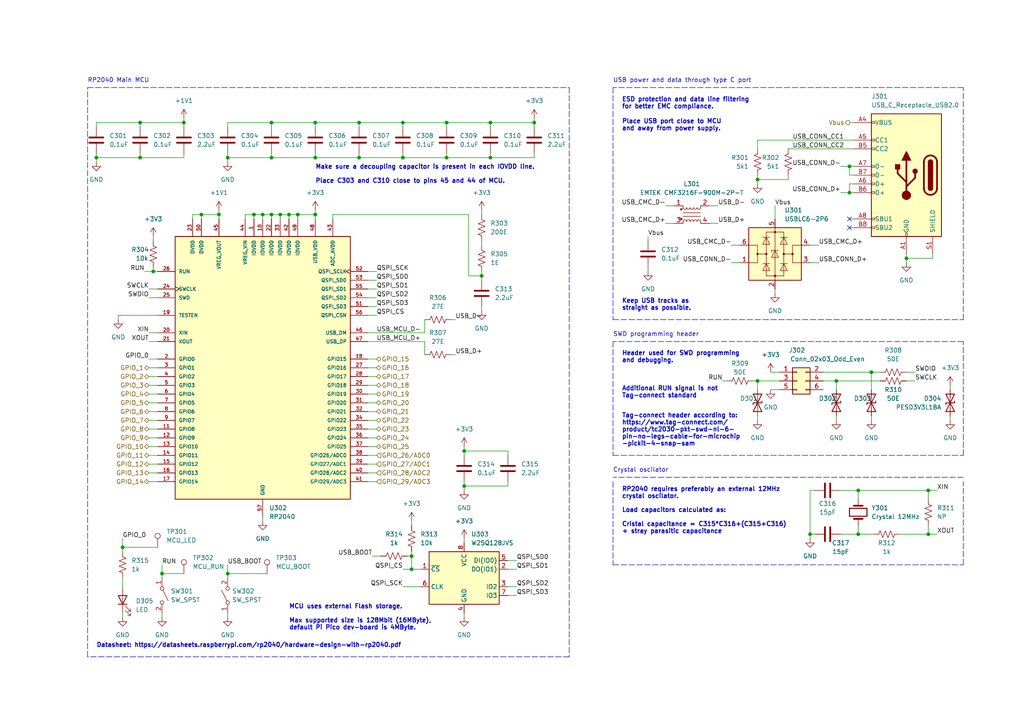
<source format=kicad_sch>
(kicad_sch (version 20211123) (generator eeschema)

  (uuid 40653138-9c84-4aef-a83e-a43c3e28878a)

  (paper "A4")

  (title_block
    (title "Thesis Proyect Luis Ernesto Fdez")
    (date "2022-03-17")
    (rev "A")
    (company "Universidad Autónoma de Querétaro")
    (comment 1 "external sensors and LEGO mechanical construction elements as educational equipment.")
    (comment 2 "Design implemets a replacement for the LEGO Mindstorms robot controllers for use with")
    (comment 3 "Distributed Open-source as: CC BY-SA 4.0")
  )

  (lib_symbols
    (symbol "Connector:TestPoint" (pin_numbers hide) (pin_names (offset 0.762) hide) (in_bom yes) (on_board yes)
      (property "Reference" "TP" (id 0) (at 0 6.858 0)
        (effects (font (size 1.27 1.27)))
      )
      (property "Value" "TestPoint" (id 1) (at 0 5.08 0)
        (effects (font (size 1.27 1.27)))
      )
      (property "Footprint" "" (id 2) (at 5.08 0 0)
        (effects (font (size 1.27 1.27)) hide)
      )
      (property "Datasheet" "~" (id 3) (at 5.08 0 0)
        (effects (font (size 1.27 1.27)) hide)
      )
      (property "ki_keywords" "test point tp" (id 4) (at 0 0 0)
        (effects (font (size 1.27 1.27)) hide)
      )
      (property "ki_description" "test point" (id 5) (at 0 0 0)
        (effects (font (size 1.27 1.27)) hide)
      )
      (property "ki_fp_filters" "Pin* Test*" (id 6) (at 0 0 0)
        (effects (font (size 1.27 1.27)) hide)
      )
      (symbol "TestPoint_0_1"
        (circle (center 0 3.302) (radius 0.762)
          (stroke (width 0) (type default) (color 0 0 0 0))
          (fill (type none))
        )
      )
      (symbol "TestPoint_1_1"
        (pin passive line (at 0 0 90) (length 2.54)
          (name "1" (effects (font (size 1.27 1.27))))
          (number "1" (effects (font (size 1.27 1.27))))
        )
      )
    )
    (symbol "Connector:USB_C_Receptacle_USB2.0" (pin_names (offset 1.016)) (in_bom yes) (on_board yes)
      (property "Reference" "J" (id 0) (at -10.16 19.05 0)
        (effects (font (size 1.27 1.27)) (justify left))
      )
      (property "Value" "USB_C_Receptacle_USB2.0" (id 1) (at 19.05 19.05 0)
        (effects (font (size 1.27 1.27)) (justify right))
      )
      (property "Footprint" "" (id 2) (at 3.81 0 0)
        (effects (font (size 1.27 1.27)) hide)
      )
      (property "Datasheet" "https://www.usb.org/sites/default/files/documents/usb_type-c.zip" (id 3) (at 3.81 0 0)
        (effects (font (size 1.27 1.27)) hide)
      )
      (property "ki_keywords" "usb universal serial bus type-C USB2.0" (id 4) (at 0 0 0)
        (effects (font (size 1.27 1.27)) hide)
      )
      (property "ki_description" "USB 2.0-only Type-C Receptacle connector" (id 5) (at 0 0 0)
        (effects (font (size 1.27 1.27)) hide)
      )
      (property "ki_fp_filters" "USB*C*Receptacle*" (id 6) (at 0 0 0)
        (effects (font (size 1.27 1.27)) hide)
      )
      (symbol "USB_C_Receptacle_USB2.0_0_0"
        (rectangle (start -0.254 -17.78) (end 0.254 -16.764)
          (stroke (width 0) (type default) (color 0 0 0 0))
          (fill (type none))
        )
        (rectangle (start 10.16 -14.986) (end 9.144 -15.494)
          (stroke (width 0) (type default) (color 0 0 0 0))
          (fill (type none))
        )
        (rectangle (start 10.16 -12.446) (end 9.144 -12.954)
          (stroke (width 0) (type default) (color 0 0 0 0))
          (fill (type none))
        )
        (rectangle (start 10.16 -4.826) (end 9.144 -5.334)
          (stroke (width 0) (type default) (color 0 0 0 0))
          (fill (type none))
        )
        (rectangle (start 10.16 -2.286) (end 9.144 -2.794)
          (stroke (width 0) (type default) (color 0 0 0 0))
          (fill (type none))
        )
        (rectangle (start 10.16 0.254) (end 9.144 -0.254)
          (stroke (width 0) (type default) (color 0 0 0 0))
          (fill (type none))
        )
        (rectangle (start 10.16 2.794) (end 9.144 2.286)
          (stroke (width 0) (type default) (color 0 0 0 0))
          (fill (type none))
        )
        (rectangle (start 10.16 7.874) (end 9.144 7.366)
          (stroke (width 0) (type default) (color 0 0 0 0))
          (fill (type none))
        )
        (rectangle (start 10.16 10.414) (end 9.144 9.906)
          (stroke (width 0) (type default) (color 0 0 0 0))
          (fill (type none))
        )
        (rectangle (start 10.16 15.494) (end 9.144 14.986)
          (stroke (width 0) (type default) (color 0 0 0 0))
          (fill (type none))
        )
      )
      (symbol "USB_C_Receptacle_USB2.0_0_1"
        (rectangle (start -10.16 17.78) (end 10.16 -17.78)
          (stroke (width 0.254) (type default) (color 0 0 0 0))
          (fill (type background))
        )
        (arc (start -8.89 -3.81) (mid -6.985 -5.715) (end -5.08 -3.81)
          (stroke (width 0.508) (type default) (color 0 0 0 0))
          (fill (type none))
        )
        (arc (start -7.62 -3.81) (mid -6.985 -4.445) (end -6.35 -3.81)
          (stroke (width 0.254) (type default) (color 0 0 0 0))
          (fill (type none))
        )
        (arc (start -7.62 -3.81) (mid -6.985 -4.445) (end -6.35 -3.81)
          (stroke (width 0.254) (type default) (color 0 0 0 0))
          (fill (type outline))
        )
        (rectangle (start -7.62 -3.81) (end -6.35 3.81)
          (stroke (width 0.254) (type default) (color 0 0 0 0))
          (fill (type outline))
        )
        (arc (start -6.35 3.81) (mid -6.985 4.445) (end -7.62 3.81)
          (stroke (width 0.254) (type default) (color 0 0 0 0))
          (fill (type none))
        )
        (arc (start -6.35 3.81) (mid -6.985 4.445) (end -7.62 3.81)
          (stroke (width 0.254) (type default) (color 0 0 0 0))
          (fill (type outline))
        )
        (arc (start -5.08 3.81) (mid -6.985 5.715) (end -8.89 3.81)
          (stroke (width 0.508) (type default) (color 0 0 0 0))
          (fill (type none))
        )
        (circle (center -2.54 1.143) (radius 0.635)
          (stroke (width 0.254) (type default) (color 0 0 0 0))
          (fill (type outline))
        )
        (circle (center 0 -5.842) (radius 1.27)
          (stroke (width 0) (type default) (color 0 0 0 0))
          (fill (type outline))
        )
        (polyline
          (pts
            (xy -8.89 -3.81)
            (xy -8.89 3.81)
          )
          (stroke (width 0.508) (type default) (color 0 0 0 0))
          (fill (type none))
        )
        (polyline
          (pts
            (xy -5.08 3.81)
            (xy -5.08 -3.81)
          )
          (stroke (width 0.508) (type default) (color 0 0 0 0))
          (fill (type none))
        )
        (polyline
          (pts
            (xy 0 -5.842)
            (xy 0 4.318)
          )
          (stroke (width 0.508) (type default) (color 0 0 0 0))
          (fill (type none))
        )
        (polyline
          (pts
            (xy 0 -3.302)
            (xy -2.54 -0.762)
            (xy -2.54 0.508)
          )
          (stroke (width 0.508) (type default) (color 0 0 0 0))
          (fill (type none))
        )
        (polyline
          (pts
            (xy 0 -2.032)
            (xy 2.54 0.508)
            (xy 2.54 1.778)
          )
          (stroke (width 0.508) (type default) (color 0 0 0 0))
          (fill (type none))
        )
        (polyline
          (pts
            (xy -1.27 4.318)
            (xy 0 6.858)
            (xy 1.27 4.318)
            (xy -1.27 4.318)
          )
          (stroke (width 0.254) (type default) (color 0 0 0 0))
          (fill (type outline))
        )
        (rectangle (start 1.905 1.778) (end 3.175 3.048)
          (stroke (width 0.254) (type default) (color 0 0 0 0))
          (fill (type outline))
        )
      )
      (symbol "USB_C_Receptacle_USB2.0_1_1"
        (pin passive line (at 0 -22.86 90) (length 5.08)
          (name "GND" (effects (font (size 1.27 1.27))))
          (number "A1" (effects (font (size 1.27 1.27))))
        )
        (pin passive line (at 0 -22.86 90) (length 5.08) hide
          (name "GND" (effects (font (size 1.27 1.27))))
          (number "A12" (effects (font (size 1.27 1.27))))
        )
        (pin passive line (at 15.24 15.24 180) (length 5.08)
          (name "VBUS" (effects (font (size 1.27 1.27))))
          (number "A4" (effects (font (size 1.27 1.27))))
        )
        (pin bidirectional line (at 15.24 10.16 180) (length 5.08)
          (name "CC1" (effects (font (size 1.27 1.27))))
          (number "A5" (effects (font (size 1.27 1.27))))
        )
        (pin bidirectional line (at 15.24 -2.54 180) (length 5.08)
          (name "D+" (effects (font (size 1.27 1.27))))
          (number "A6" (effects (font (size 1.27 1.27))))
        )
        (pin bidirectional line (at 15.24 2.54 180) (length 5.08)
          (name "D-" (effects (font (size 1.27 1.27))))
          (number "A7" (effects (font (size 1.27 1.27))))
        )
        (pin bidirectional line (at 15.24 -12.7 180) (length 5.08)
          (name "SBU1" (effects (font (size 1.27 1.27))))
          (number "A8" (effects (font (size 1.27 1.27))))
        )
        (pin passive line (at 15.24 15.24 180) (length 5.08) hide
          (name "VBUS" (effects (font (size 1.27 1.27))))
          (number "A9" (effects (font (size 1.27 1.27))))
        )
        (pin passive line (at 0 -22.86 90) (length 5.08) hide
          (name "GND" (effects (font (size 1.27 1.27))))
          (number "B1" (effects (font (size 1.27 1.27))))
        )
        (pin passive line (at 0 -22.86 90) (length 5.08) hide
          (name "GND" (effects (font (size 1.27 1.27))))
          (number "B12" (effects (font (size 1.27 1.27))))
        )
        (pin passive line (at 15.24 15.24 180) (length 5.08) hide
          (name "VBUS" (effects (font (size 1.27 1.27))))
          (number "B4" (effects (font (size 1.27 1.27))))
        )
        (pin bidirectional line (at 15.24 7.62 180) (length 5.08)
          (name "CC2" (effects (font (size 1.27 1.27))))
          (number "B5" (effects (font (size 1.27 1.27))))
        )
        (pin bidirectional line (at 15.24 -5.08 180) (length 5.08)
          (name "D+" (effects (font (size 1.27 1.27))))
          (number "B6" (effects (font (size 1.27 1.27))))
        )
        (pin bidirectional line (at 15.24 0 180) (length 5.08)
          (name "D-" (effects (font (size 1.27 1.27))))
          (number "B7" (effects (font (size 1.27 1.27))))
        )
        (pin bidirectional line (at 15.24 -15.24 180) (length 5.08)
          (name "SBU2" (effects (font (size 1.27 1.27))))
          (number "B8" (effects (font (size 1.27 1.27))))
        )
        (pin passive line (at 15.24 15.24 180) (length 5.08) hide
          (name "VBUS" (effects (font (size 1.27 1.27))))
          (number "B9" (effects (font (size 1.27 1.27))))
        )
        (pin passive line (at -7.62 -22.86 90) (length 5.08)
          (name "SHIELD" (effects (font (size 1.27 1.27))))
          (number "S1" (effects (font (size 1.27 1.27))))
        )
      )
    )
    (symbol "Connector_Generic:Conn_02x03_Odd_Even" (pin_names (offset 1.016) hide) (in_bom yes) (on_board yes)
      (property "Reference" "J" (id 0) (at 1.27 5.08 0)
        (effects (font (size 1.27 1.27)))
      )
      (property "Value" "Conn_02x03_Odd_Even" (id 1) (at 1.27 -5.08 0)
        (effects (font (size 1.27 1.27)))
      )
      (property "Footprint" "" (id 2) (at 0 0 0)
        (effects (font (size 1.27 1.27)) hide)
      )
      (property "Datasheet" "~" (id 3) (at 0 0 0)
        (effects (font (size 1.27 1.27)) hide)
      )
      (property "ki_keywords" "connector" (id 4) (at 0 0 0)
        (effects (font (size 1.27 1.27)) hide)
      )
      (property "ki_description" "Generic connector, double row, 02x03, odd/even pin numbering scheme (row 1 odd numbers, row 2 even numbers), script generated (kicad-library-utils/schlib/autogen/connector/)" (id 5) (at 0 0 0)
        (effects (font (size 1.27 1.27)) hide)
      )
      (property "ki_fp_filters" "Connector*:*_2x??_*" (id 6) (at 0 0 0)
        (effects (font (size 1.27 1.27)) hide)
      )
      (symbol "Conn_02x03_Odd_Even_1_1"
        (rectangle (start -1.27 -2.413) (end 0 -2.667)
          (stroke (width 0.1524) (type default) (color 0 0 0 0))
          (fill (type none))
        )
        (rectangle (start -1.27 0.127) (end 0 -0.127)
          (stroke (width 0.1524) (type default) (color 0 0 0 0))
          (fill (type none))
        )
        (rectangle (start -1.27 2.667) (end 0 2.413)
          (stroke (width 0.1524) (type default) (color 0 0 0 0))
          (fill (type none))
        )
        (rectangle (start -1.27 3.81) (end 3.81 -3.81)
          (stroke (width 0.254) (type default) (color 0 0 0 0))
          (fill (type background))
        )
        (rectangle (start 3.81 -2.413) (end 2.54 -2.667)
          (stroke (width 0.1524) (type default) (color 0 0 0 0))
          (fill (type none))
        )
        (rectangle (start 3.81 0.127) (end 2.54 -0.127)
          (stroke (width 0.1524) (type default) (color 0 0 0 0))
          (fill (type none))
        )
        (rectangle (start 3.81 2.667) (end 2.54 2.413)
          (stroke (width 0.1524) (type default) (color 0 0 0 0))
          (fill (type none))
        )
        (pin passive line (at -5.08 2.54 0) (length 3.81)
          (name "Pin_1" (effects (font (size 1.27 1.27))))
          (number "1" (effects (font (size 1.27 1.27))))
        )
        (pin passive line (at 7.62 2.54 180) (length 3.81)
          (name "Pin_2" (effects (font (size 1.27 1.27))))
          (number "2" (effects (font (size 1.27 1.27))))
        )
        (pin passive line (at -5.08 0 0) (length 3.81)
          (name "Pin_3" (effects (font (size 1.27 1.27))))
          (number "3" (effects (font (size 1.27 1.27))))
        )
        (pin passive line (at 7.62 0 180) (length 3.81)
          (name "Pin_4" (effects (font (size 1.27 1.27))))
          (number "4" (effects (font (size 1.27 1.27))))
        )
        (pin passive line (at -5.08 -2.54 0) (length 3.81)
          (name "Pin_5" (effects (font (size 1.27 1.27))))
          (number "5" (effects (font (size 1.27 1.27))))
        )
        (pin passive line (at 7.62 -2.54 180) (length 3.81)
          (name "Pin_6" (effects (font (size 1.27 1.27))))
          (number "6" (effects (font (size 1.27 1.27))))
        )
      )
    )
    (symbol "Device:C" (pin_numbers hide) (pin_names (offset 0.254)) (in_bom yes) (on_board yes)
      (property "Reference" "C" (id 0) (at 0.635 2.54 0)
        (effects (font (size 1.27 1.27)) (justify left))
      )
      (property "Value" "C" (id 1) (at 0.635 -2.54 0)
        (effects (font (size 1.27 1.27)) (justify left))
      )
      (property "Footprint" "" (id 2) (at 0.9652 -3.81 0)
        (effects (font (size 1.27 1.27)) hide)
      )
      (property "Datasheet" "~" (id 3) (at 0 0 0)
        (effects (font (size 1.27 1.27)) hide)
      )
      (property "ki_keywords" "cap capacitor" (id 4) (at 0 0 0)
        (effects (font (size 1.27 1.27)) hide)
      )
      (property "ki_description" "Unpolarized capacitor" (id 5) (at 0 0 0)
        (effects (font (size 1.27 1.27)) hide)
      )
      (property "ki_fp_filters" "C_*" (id 6) (at 0 0 0)
        (effects (font (size 1.27 1.27)) hide)
      )
      (symbol "C_0_1"
        (polyline
          (pts
            (xy -2.032 -0.762)
            (xy 2.032 -0.762)
          )
          (stroke (width 0.508) (type default) (color 0 0 0 0))
          (fill (type none))
        )
        (polyline
          (pts
            (xy -2.032 0.762)
            (xy 2.032 0.762)
          )
          (stroke (width 0.508) (type default) (color 0 0 0 0))
          (fill (type none))
        )
      )
      (symbol "C_1_1"
        (pin passive line (at 0 3.81 270) (length 2.794)
          (name "~" (effects (font (size 1.27 1.27))))
          (number "1" (effects (font (size 1.27 1.27))))
        )
        (pin passive line (at 0 -3.81 90) (length 2.794)
          (name "~" (effects (font (size 1.27 1.27))))
          (number "2" (effects (font (size 1.27 1.27))))
        )
      )
    )
    (symbol "Device:Crystal" (pin_numbers hide) (pin_names (offset 1.016) hide) (in_bom yes) (on_board yes)
      (property "Reference" "Y" (id 0) (at 0 3.81 0)
        (effects (font (size 1.27 1.27)))
      )
      (property "Value" "Crystal" (id 1) (at 0 -3.81 0)
        (effects (font (size 1.27 1.27)))
      )
      (property "Footprint" "" (id 2) (at 0 0 0)
        (effects (font (size 1.27 1.27)) hide)
      )
      (property "Datasheet" "~" (id 3) (at 0 0 0)
        (effects (font (size 1.27 1.27)) hide)
      )
      (property "ki_keywords" "quartz ceramic resonator oscillator" (id 4) (at 0 0 0)
        (effects (font (size 1.27 1.27)) hide)
      )
      (property "ki_description" "Two pin crystal" (id 5) (at 0 0 0)
        (effects (font (size 1.27 1.27)) hide)
      )
      (property "ki_fp_filters" "Crystal*" (id 6) (at 0 0 0)
        (effects (font (size 1.27 1.27)) hide)
      )
      (symbol "Crystal_0_1"
        (rectangle (start -1.143 2.54) (end 1.143 -2.54)
          (stroke (width 0.3048) (type default) (color 0 0 0 0))
          (fill (type none))
        )
        (polyline
          (pts
            (xy -2.54 0)
            (xy -1.905 0)
          )
          (stroke (width 0) (type default) (color 0 0 0 0))
          (fill (type none))
        )
        (polyline
          (pts
            (xy -1.905 -1.27)
            (xy -1.905 1.27)
          )
          (stroke (width 0.508) (type default) (color 0 0 0 0))
          (fill (type none))
        )
        (polyline
          (pts
            (xy 1.905 -1.27)
            (xy 1.905 1.27)
          )
          (stroke (width 0.508) (type default) (color 0 0 0 0))
          (fill (type none))
        )
        (polyline
          (pts
            (xy 2.54 0)
            (xy 1.905 0)
          )
          (stroke (width 0) (type default) (color 0 0 0 0))
          (fill (type none))
        )
      )
      (symbol "Crystal_1_1"
        (pin passive line (at -3.81 0 0) (length 1.27)
          (name "1" (effects (font (size 1.27 1.27))))
          (number "1" (effects (font (size 1.27 1.27))))
        )
        (pin passive line (at 3.81 0 180) (length 1.27)
          (name "2" (effects (font (size 1.27 1.27))))
          (number "2" (effects (font (size 1.27 1.27))))
        )
      )
    )
    (symbol "Device:D_TVS" (pin_numbers hide) (pin_names (offset 1.016) hide) (in_bom yes) (on_board yes)
      (property "Reference" "D" (id 0) (at 0 2.54 0)
        (effects (font (size 1.27 1.27)))
      )
      (property "Value" "D_TVS" (id 1) (at 0 -2.54 0)
        (effects (font (size 1.27 1.27)))
      )
      (property "Footprint" "" (id 2) (at 0 0 0)
        (effects (font (size 1.27 1.27)) hide)
      )
      (property "Datasheet" "~" (id 3) (at 0 0 0)
        (effects (font (size 1.27 1.27)) hide)
      )
      (property "ki_keywords" "diode TVS thyrector" (id 4) (at 0 0 0)
        (effects (font (size 1.27 1.27)) hide)
      )
      (property "ki_description" "Bidirectional transient-voltage-suppression diode" (id 5) (at 0 0 0)
        (effects (font (size 1.27 1.27)) hide)
      )
      (property "ki_fp_filters" "TO-???* *_Diode_* *SingleDiode* D_*" (id 6) (at 0 0 0)
        (effects (font (size 1.27 1.27)) hide)
      )
      (symbol "D_TVS_0_1"
        (polyline
          (pts
            (xy 1.27 0)
            (xy -1.27 0)
          )
          (stroke (width 0) (type default) (color 0 0 0 0))
          (fill (type none))
        )
        (polyline
          (pts
            (xy 0.508 1.27)
            (xy 0 1.27)
            (xy 0 -1.27)
            (xy -0.508 -1.27)
          )
          (stroke (width 0.254) (type default) (color 0 0 0 0))
          (fill (type none))
        )
        (polyline
          (pts
            (xy -2.54 1.27)
            (xy -2.54 -1.27)
            (xy 2.54 1.27)
            (xy 2.54 -1.27)
            (xy -2.54 1.27)
          )
          (stroke (width 0.254) (type default) (color 0 0 0 0))
          (fill (type none))
        )
      )
      (symbol "D_TVS_1_1"
        (pin passive line (at -3.81 0 0) (length 2.54)
          (name "A1" (effects (font (size 1.27 1.27))))
          (number "1" (effects (font (size 1.27 1.27))))
        )
        (pin passive line (at 3.81 0 180) (length 2.54)
          (name "A2" (effects (font (size 1.27 1.27))))
          (number "2" (effects (font (size 1.27 1.27))))
        )
      )
    )
    (symbol "Device:LED" (pin_numbers hide) (pin_names (offset 1.016) hide) (in_bom yes) (on_board yes)
      (property "Reference" "D" (id 0) (at 0 2.54 0)
        (effects (font (size 1.27 1.27)))
      )
      (property "Value" "LED" (id 1) (at 0 -2.54 0)
        (effects (font (size 1.27 1.27)))
      )
      (property "Footprint" "" (id 2) (at 0 0 0)
        (effects (font (size 1.27 1.27)) hide)
      )
      (property "Datasheet" "~" (id 3) (at 0 0 0)
        (effects (font (size 1.27 1.27)) hide)
      )
      (property "ki_keywords" "LED diode" (id 4) (at 0 0 0)
        (effects (font (size 1.27 1.27)) hide)
      )
      (property "ki_description" "Light emitting diode" (id 5) (at 0 0 0)
        (effects (font (size 1.27 1.27)) hide)
      )
      (property "ki_fp_filters" "LED* LED_SMD:* LED_THT:*" (id 6) (at 0 0 0)
        (effects (font (size 1.27 1.27)) hide)
      )
      (symbol "LED_0_1"
        (polyline
          (pts
            (xy -1.27 -1.27)
            (xy -1.27 1.27)
          )
          (stroke (width 0.254) (type default) (color 0 0 0 0))
          (fill (type none))
        )
        (polyline
          (pts
            (xy -1.27 0)
            (xy 1.27 0)
          )
          (stroke (width 0) (type default) (color 0 0 0 0))
          (fill (type none))
        )
        (polyline
          (pts
            (xy 1.27 -1.27)
            (xy 1.27 1.27)
            (xy -1.27 0)
            (xy 1.27 -1.27)
          )
          (stroke (width 0.254) (type default) (color 0 0 0 0))
          (fill (type none))
        )
        (polyline
          (pts
            (xy -3.048 -0.762)
            (xy -4.572 -2.286)
            (xy -3.81 -2.286)
            (xy -4.572 -2.286)
            (xy -4.572 -1.524)
          )
          (stroke (width 0) (type default) (color 0 0 0 0))
          (fill (type none))
        )
        (polyline
          (pts
            (xy -1.778 -0.762)
            (xy -3.302 -2.286)
            (xy -2.54 -2.286)
            (xy -3.302 -2.286)
            (xy -3.302 -1.524)
          )
          (stroke (width 0) (type default) (color 0 0 0 0))
          (fill (type none))
        )
      )
      (symbol "LED_1_1"
        (pin passive line (at -3.81 0 0) (length 2.54)
          (name "K" (effects (font (size 1.27 1.27))))
          (number "1" (effects (font (size 1.27 1.27))))
        )
        (pin passive line (at 3.81 0 180) (length 2.54)
          (name "A" (effects (font (size 1.27 1.27))))
          (number "2" (effects (font (size 1.27 1.27))))
        )
      )
    )
    (symbol "Device:L_Iron_Coupled" (pin_names (offset 0.254) hide) (in_bom yes) (on_board yes)
      (property "Reference" "L" (id 0) (at 0 4.445 0)
        (effects (font (size 1.27 1.27)))
      )
      (property "Value" "L_Iron_Coupled" (id 1) (at 0 -4.445 0)
        (effects (font (size 1.27 1.27)))
      )
      (property "Footprint" "" (id 2) (at 0 0 0)
        (effects (font (size 1.27 1.27)) hide)
      )
      (property "Datasheet" "~" (id 3) (at 0 0 0)
        (effects (font (size 1.27 1.27)) hide)
      )
      (property "ki_keywords" "inductor choke coil reactor magnetic coupled" (id 4) (at 0 0 0)
        (effects (font (size 1.27 1.27)) hide)
      )
      (property "ki_description" "Coupled inductor with iron core" (id 5) (at 0 0 0)
        (effects (font (size 1.27 1.27)) hide)
      )
      (property "ki_fp_filters" "Choke_* *Coil* Inductor_* L_*" (id 6) (at 0 0 0)
        (effects (font (size 1.27 1.27)) hide)
      )
      (symbol "L_Iron_Coupled_0_1"
        (circle (center -3.048 -1.27) (radius 0.254)
          (stroke (width 0) (type default) (color 0 0 0 0))
          (fill (type outline))
        )
        (circle (center -3.048 1.524) (radius 0.254)
          (stroke (width 0) (type default) (color 0 0 0 0))
          (fill (type outline))
        )
        (arc (start -2.54 2.032) (mid -2.032 1.524) (end -1.524 2.032)
          (stroke (width 0) (type default) (color 0 0 0 0))
          (fill (type none))
        )
        (arc (start -1.524 -2.032) (mid -2.032 -1.524) (end -2.54 -2.032)
          (stroke (width 0) (type default) (color 0 0 0 0))
          (fill (type none))
        )
        (arc (start -1.524 2.032) (mid -1.016 1.524) (end -0.508 2.032)
          (stroke (width 0) (type default) (color 0 0 0 0))
          (fill (type none))
        )
        (arc (start -0.508 -2.032) (mid -1.016 -1.524) (end -1.524 -2.032)
          (stroke (width 0) (type default) (color 0 0 0 0))
          (fill (type none))
        )
        (arc (start -0.508 2.032) (mid 0 1.524) (end 0.508 2.032)
          (stroke (width 0) (type default) (color 0 0 0 0))
          (fill (type none))
        )
        (polyline
          (pts
            (xy -2.54 -2.032)
            (xy -2.54 -2.54)
          )
          (stroke (width 0) (type default) (color 0 0 0 0))
          (fill (type none))
        )
        (polyline
          (pts
            (xy -2.54 0.508)
            (xy 2.54 0.508)
          )
          (stroke (width 0) (type default) (color 0 0 0 0))
          (fill (type none))
        )
        (polyline
          (pts
            (xy -2.54 2.032)
            (xy -2.54 2.54)
          )
          (stroke (width 0) (type default) (color 0 0 0 0))
          (fill (type none))
        )
        (polyline
          (pts
            (xy 2.54 -2.032)
            (xy 2.54 -2.54)
          )
          (stroke (width 0) (type default) (color 0 0 0 0))
          (fill (type none))
        )
        (polyline
          (pts
            (xy 2.54 -0.508)
            (xy -2.54 -0.508)
          )
          (stroke (width 0) (type default) (color 0 0 0 0))
          (fill (type none))
        )
        (polyline
          (pts
            (xy 2.54 2.54)
            (xy 2.54 2.032)
          )
          (stroke (width 0) (type default) (color 0 0 0 0))
          (fill (type none))
        )
        (arc (start 0.508 -2.032) (mid 0 -1.524) (end -0.508 -2.032)
          (stroke (width 0) (type default) (color 0 0 0 0))
          (fill (type none))
        )
        (arc (start 0.508 2.032) (mid 1.016 1.524) (end 1.524 2.032)
          (stroke (width 0) (type default) (color 0 0 0 0))
          (fill (type none))
        )
        (arc (start 1.524 -2.032) (mid 1.016 -1.524) (end 0.508 -2.032)
          (stroke (width 0) (type default) (color 0 0 0 0))
          (fill (type none))
        )
        (arc (start 1.524 2.032) (mid 2.032 1.524) (end 2.54 2.032)
          (stroke (width 0) (type default) (color 0 0 0 0))
          (fill (type none))
        )
        (arc (start 2.54 -2.032) (mid 2.032 -1.524) (end 1.524 -2.032)
          (stroke (width 0) (type default) (color 0 0 0 0))
          (fill (type none))
        )
      )
      (symbol "L_Iron_Coupled_1_1"
        (pin passive line (at -5.08 2.54 0) (length 2.54)
          (name "1" (effects (font (size 1.27 1.27))))
          (number "1" (effects (font (size 1.27 1.27))))
        )
        (pin passive line (at 5.08 2.54 180) (length 2.54)
          (name "2" (effects (font (size 1.27 1.27))))
          (number "2" (effects (font (size 1.27 1.27))))
        )
        (pin passive line (at -5.08 -2.54 0) (length 2.54)
          (name "3" (effects (font (size 1.27 1.27))))
          (number "3" (effects (font (size 1.27 1.27))))
        )
        (pin passive line (at 5.08 -2.54 180) (length 2.54)
          (name "4" (effects (font (size 1.27 1.27))))
          (number "4" (effects (font (size 1.27 1.27))))
        )
      )
    )
    (symbol "Device:R_US" (pin_numbers hide) (pin_names (offset 0)) (in_bom yes) (on_board yes)
      (property "Reference" "R" (id 0) (at 2.54 0 90)
        (effects (font (size 1.27 1.27)))
      )
      (property "Value" "R_US" (id 1) (at -2.54 0 90)
        (effects (font (size 1.27 1.27)))
      )
      (property "Footprint" "" (id 2) (at 1.016 -0.254 90)
        (effects (font (size 1.27 1.27)) hide)
      )
      (property "Datasheet" "~" (id 3) (at 0 0 0)
        (effects (font (size 1.27 1.27)) hide)
      )
      (property "ki_keywords" "R res resistor" (id 4) (at 0 0 0)
        (effects (font (size 1.27 1.27)) hide)
      )
      (property "ki_description" "Resistor, US symbol" (id 5) (at 0 0 0)
        (effects (font (size 1.27 1.27)) hide)
      )
      (property "ki_fp_filters" "R_*" (id 6) (at 0 0 0)
        (effects (font (size 1.27 1.27)) hide)
      )
      (symbol "R_US_0_1"
        (polyline
          (pts
            (xy 0 -2.286)
            (xy 0 -2.54)
          )
          (stroke (width 0) (type default) (color 0 0 0 0))
          (fill (type none))
        )
        (polyline
          (pts
            (xy 0 2.286)
            (xy 0 2.54)
          )
          (stroke (width 0) (type default) (color 0 0 0 0))
          (fill (type none))
        )
        (polyline
          (pts
            (xy 0 -0.762)
            (xy 1.016 -1.143)
            (xy 0 -1.524)
            (xy -1.016 -1.905)
            (xy 0 -2.286)
          )
          (stroke (width 0) (type default) (color 0 0 0 0))
          (fill (type none))
        )
        (polyline
          (pts
            (xy 0 0.762)
            (xy 1.016 0.381)
            (xy 0 0)
            (xy -1.016 -0.381)
            (xy 0 -0.762)
          )
          (stroke (width 0) (type default) (color 0 0 0 0))
          (fill (type none))
        )
        (polyline
          (pts
            (xy 0 2.286)
            (xy 1.016 1.905)
            (xy 0 1.524)
            (xy -1.016 1.143)
            (xy 0 0.762)
          )
          (stroke (width 0) (type default) (color 0 0 0 0))
          (fill (type none))
        )
      )
      (symbol "R_US_1_1"
        (pin passive line (at 0 3.81 270) (length 1.27)
          (name "~" (effects (font (size 1.27 1.27))))
          (number "1" (effects (font (size 1.27 1.27))))
        )
        (pin passive line (at 0 -3.81 90) (length 1.27)
          (name "~" (effects (font (size 1.27 1.27))))
          (number "2" (effects (font (size 1.27 1.27))))
        )
      )
    )
    (symbol "Memory_Flash:W25Q128JVS" (in_bom yes) (on_board yes)
      (property "Reference" "U" (id 0) (at -8.89 8.89 0)
        (effects (font (size 1.27 1.27)))
      )
      (property "Value" "W25Q128JVS" (id 1) (at 7.62 8.89 0)
        (effects (font (size 1.27 1.27)))
      )
      (property "Footprint" "Package_SO:SOIC-8_5.23x5.23mm_P1.27mm" (id 2) (at 0 0 0)
        (effects (font (size 1.27 1.27)) hide)
      )
      (property "Datasheet" "http://www.winbond.com/resource-files/w25q128jv_dtr%20revc%2003272018%20plus.pdf" (id 3) (at 0 0 0)
        (effects (font (size 1.27 1.27)) hide)
      )
      (property "ki_keywords" "flash memory SPI QPI DTR" (id 4) (at 0 0 0)
        (effects (font (size 1.27 1.27)) hide)
      )
      (property "ki_description" "128Mb Serial Flash Memory, Standard/Dual/Quad SPI, SOIC-8" (id 5) (at 0 0 0)
        (effects (font (size 1.27 1.27)) hide)
      )
      (property "ki_fp_filters" "SOIC*5.23x5.23mm*P1.27mm*" (id 6) (at 0 0 0)
        (effects (font (size 1.27 1.27)) hide)
      )
      (symbol "W25Q128JVS_0_1"
        (rectangle (start -10.16 7.62) (end 10.16 -7.62)
          (stroke (width 0.254) (type default) (color 0 0 0 0))
          (fill (type background))
        )
      )
      (symbol "W25Q128JVS_1_1"
        (pin input line (at -12.7 2.54 0) (length 2.54)
          (name "~{CS}" (effects (font (size 1.27 1.27))))
          (number "1" (effects (font (size 1.27 1.27))))
        )
        (pin bidirectional line (at 12.7 2.54 180) (length 2.54)
          (name "DO(IO1)" (effects (font (size 1.27 1.27))))
          (number "2" (effects (font (size 1.27 1.27))))
        )
        (pin bidirectional line (at 12.7 -2.54 180) (length 2.54)
          (name "IO2" (effects (font (size 1.27 1.27))))
          (number "3" (effects (font (size 1.27 1.27))))
        )
        (pin power_in line (at 0 -10.16 90) (length 2.54)
          (name "GND" (effects (font (size 1.27 1.27))))
          (number "4" (effects (font (size 1.27 1.27))))
        )
        (pin bidirectional line (at 12.7 5.08 180) (length 2.54)
          (name "DI(IO0)" (effects (font (size 1.27 1.27))))
          (number "5" (effects (font (size 1.27 1.27))))
        )
        (pin input line (at -12.7 -2.54 0) (length 2.54)
          (name "CLK" (effects (font (size 1.27 1.27))))
          (number "6" (effects (font (size 1.27 1.27))))
        )
        (pin bidirectional line (at 12.7 -5.08 180) (length 2.54)
          (name "IO3" (effects (font (size 1.27 1.27))))
          (number "7" (effects (font (size 1.27 1.27))))
        )
        (pin power_in line (at 0 10.16 270) (length 2.54)
          (name "VCC" (effects (font (size 1.27 1.27))))
          (number "8" (effects (font (size 1.27 1.27))))
        )
      )
    )
    (symbol "Power_Protection:USBLC6-2P6" (pin_names hide) (in_bom yes) (on_board yes)
      (property "Reference" "U" (id 0) (at 2.54 8.89 0)
        (effects (font (size 1.27 1.27)) (justify left))
      )
      (property "Value" "USBLC6-2P6" (id 1) (at 2.54 -8.89 0)
        (effects (font (size 1.27 1.27)) (justify left))
      )
      (property "Footprint" "Package_TO_SOT_SMD:SOT-666" (id 2) (at 0 -12.7 0)
        (effects (font (size 1.27 1.27)) hide)
      )
      (property "Datasheet" "https://www.st.com/resource/en/datasheet/usblc6-2.pdf" (id 3) (at 5.08 8.89 0)
        (effects (font (size 1.27 1.27)) hide)
      )
      (property "ki_keywords" "usb ethernet video" (id 4) (at 0 0 0)
        (effects (font (size 1.27 1.27)) hide)
      )
      (property "ki_description" "Very low capacitance ESD protection diode, 2 data-line, SOT-666" (id 5) (at 0 0 0)
        (effects (font (size 1.27 1.27)) hide)
      )
      (property "ki_fp_filters" "SOT?666*" (id 6) (at 0 0 0)
        (effects (font (size 1.27 1.27)) hide)
      )
      (symbol "USBLC6-2P6_0_1"
        (rectangle (start -7.62 -7.62) (end 7.62 7.62)
          (stroke (width 0.254) (type default) (color 0 0 0 0))
          (fill (type background))
        )
        (circle (center -5.08 0) (radius 0.254)
          (stroke (width 0) (type default) (color 0 0 0 0))
          (fill (type outline))
        )
        (circle (center -2.54 0) (radius 0.254)
          (stroke (width 0) (type default) (color 0 0 0 0))
          (fill (type outline))
        )
        (rectangle (start -2.54 6.35) (end 2.54 -6.35)
          (stroke (width 0) (type default) (color 0 0 0 0))
          (fill (type none))
        )
        (circle (center 0 -6.35) (radius 0.254)
          (stroke (width 0) (type default) (color 0 0 0 0))
          (fill (type outline))
        )
        (polyline
          (pts
            (xy -5.08 -2.54)
            (xy -7.62 -2.54)
          )
          (stroke (width 0) (type default) (color 0 0 0 0))
          (fill (type none))
        )
        (polyline
          (pts
            (xy -5.08 0)
            (xy -5.08 -2.54)
          )
          (stroke (width 0) (type default) (color 0 0 0 0))
          (fill (type none))
        )
        (polyline
          (pts
            (xy -5.08 2.54)
            (xy -7.62 2.54)
          )
          (stroke (width 0) (type default) (color 0 0 0 0))
          (fill (type none))
        )
        (polyline
          (pts
            (xy -1.524 -2.794)
            (xy -3.556 -2.794)
          )
          (stroke (width 0) (type default) (color 0 0 0 0))
          (fill (type none))
        )
        (polyline
          (pts
            (xy -1.524 4.826)
            (xy -3.556 4.826)
          )
          (stroke (width 0) (type default) (color 0 0 0 0))
          (fill (type none))
        )
        (polyline
          (pts
            (xy 0 -7.62)
            (xy 0 -6.35)
          )
          (stroke (width 0) (type default) (color 0 0 0 0))
          (fill (type none))
        )
        (polyline
          (pts
            (xy 0 -6.35)
            (xy 0 1.27)
          )
          (stroke (width 0) (type default) (color 0 0 0 0))
          (fill (type none))
        )
        (polyline
          (pts
            (xy 0 1.27)
            (xy 0 6.35)
          )
          (stroke (width 0) (type default) (color 0 0 0 0))
          (fill (type none))
        )
        (polyline
          (pts
            (xy 0 6.35)
            (xy 0 7.62)
          )
          (stroke (width 0) (type default) (color 0 0 0 0))
          (fill (type none))
        )
        (polyline
          (pts
            (xy 1.524 -2.794)
            (xy 3.556 -2.794)
          )
          (stroke (width 0) (type default) (color 0 0 0 0))
          (fill (type none))
        )
        (polyline
          (pts
            (xy 1.524 4.826)
            (xy 3.556 4.826)
          )
          (stroke (width 0) (type default) (color 0 0 0 0))
          (fill (type none))
        )
        (polyline
          (pts
            (xy 5.08 -2.54)
            (xy 7.62 -2.54)
          )
          (stroke (width 0) (type default) (color 0 0 0 0))
          (fill (type none))
        )
        (polyline
          (pts
            (xy 5.08 0)
            (xy 5.08 -2.54)
          )
          (stroke (width 0) (type default) (color 0 0 0 0))
          (fill (type none))
        )
        (polyline
          (pts
            (xy 5.08 2.54)
            (xy 7.62 2.54)
          )
          (stroke (width 0) (type default) (color 0 0 0 0))
          (fill (type none))
        )
        (polyline
          (pts
            (xy -2.54 0)
            (xy -5.08 0)
            (xy -5.08 2.54)
          )
          (stroke (width 0) (type default) (color 0 0 0 0))
          (fill (type none))
        )
        (polyline
          (pts
            (xy 2.54 0)
            (xy 5.08 0)
            (xy 5.08 2.54)
          )
          (stroke (width 0) (type default) (color 0 0 0 0))
          (fill (type none))
        )
        (polyline
          (pts
            (xy -3.556 -4.826)
            (xy -1.524 -4.826)
            (xy -2.54 -2.794)
            (xy -3.556 -4.826)
          )
          (stroke (width 0) (type default) (color 0 0 0 0))
          (fill (type none))
        )
        (polyline
          (pts
            (xy -3.556 2.794)
            (xy -1.524 2.794)
            (xy -2.54 4.826)
            (xy -3.556 2.794)
          )
          (stroke (width 0) (type default) (color 0 0 0 0))
          (fill (type none))
        )
        (polyline
          (pts
            (xy -1.016 -1.016)
            (xy 1.016 -1.016)
            (xy 0 1.016)
            (xy -1.016 -1.016)
          )
          (stroke (width 0) (type default) (color 0 0 0 0))
          (fill (type none))
        )
        (polyline
          (pts
            (xy 1.016 1.016)
            (xy 0.762 1.016)
            (xy -1.016 1.016)
            (xy -1.016 0.508)
          )
          (stroke (width 0) (type default) (color 0 0 0 0))
          (fill (type none))
        )
        (polyline
          (pts
            (xy 3.556 -4.826)
            (xy 1.524 -4.826)
            (xy 2.54 -2.794)
            (xy 3.556 -4.826)
          )
          (stroke (width 0) (type default) (color 0 0 0 0))
          (fill (type none))
        )
        (polyline
          (pts
            (xy 3.556 2.794)
            (xy 1.524 2.794)
            (xy 2.54 4.826)
            (xy 3.556 2.794)
          )
          (stroke (width 0) (type default) (color 0 0 0 0))
          (fill (type none))
        )
        (circle (center 0 6.35) (radius 0.254)
          (stroke (width 0) (type default) (color 0 0 0 0))
          (fill (type outline))
        )
        (circle (center 2.54 0) (radius 0.254)
          (stroke (width 0) (type default) (color 0 0 0 0))
          (fill (type outline))
        )
        (circle (center 5.08 0) (radius 0.254)
          (stroke (width 0) (type default) (color 0 0 0 0))
          (fill (type outline))
        )
      )
      (symbol "USBLC6-2P6_1_1"
        (pin passive line (at -10.16 -2.54 0) (length 2.54)
          (name "I/O1" (effects (font (size 1.27 1.27))))
          (number "1" (effects (font (size 1.27 1.27))))
        )
        (pin passive line (at 0 -10.16 90) (length 2.54)
          (name "GND" (effects (font (size 1.27 1.27))))
          (number "2" (effects (font (size 1.27 1.27))))
        )
        (pin passive line (at 10.16 -2.54 180) (length 2.54)
          (name "I/O2" (effects (font (size 1.27 1.27))))
          (number "3" (effects (font (size 1.27 1.27))))
        )
        (pin passive line (at 10.16 2.54 180) (length 2.54)
          (name "I/O2" (effects (font (size 1.27 1.27))))
          (number "4" (effects (font (size 1.27 1.27))))
        )
        (pin passive line (at 0 10.16 270) (length 2.54)
          (name "VBUS" (effects (font (size 1.27 1.27))))
          (number "5" (effects (font (size 1.27 1.27))))
        )
        (pin passive line (at -10.16 2.54 0) (length 2.54)
          (name "I/O1" (effects (font (size 1.27 1.27))))
          (number "6" (effects (font (size 1.27 1.27))))
        )
      )
    )
    (symbol "RP2040:RP2040" (pin_names (offset 1.016)) (in_bom yes) (on_board yes)
      (property "Reference" "U" (id 0) (at -25.4 50.8 0)
        (effects (font (size 1.27 1.27)) (justify left bottom))
      )
      (property "Value" "RP2040" (id 1) (at 17.78 -27.94 0)
        (effects (font (size 1.27 1.27)) (justify left bottom))
      )
      (property "Footprint" "SnapEDA Library:QFN40P700X700X90-57N" (id 2) (at -25.4 -40.64 0)
        (effects (font (size 1.27 1.27)) (justify left bottom) hide)
      )
      (property "Datasheet" "" (id 3) (at -7.62 5.08 0)
        (effects (font (size 1.27 1.27)) (justify left bottom) hide)
      )
      (property "PARTREV" "1.6.1" (id 4) (at -25.4 -35.56 0)
        (effects (font (size 1.27 1.27)) (justify left bottom) hide)
      )
      (property "MAXIMUM_PACKAGE_HEIGHT" "0.9 mm" (id 5) (at -25.4 -38.1 0)
        (effects (font (size 1.27 1.27)) (justify left bottom) hide)
      )
      (property "STANDARD" "IPC 7351B" (id 6) (at -25.4 -33.02 0)
        (effects (font (size 1.27 1.27)) (justify left bottom) hide)
      )
      (property "MANUFACTURER" "Raspberry Pi" (id 7) (at -25.4 -30.48 0)
        (effects (font (size 1.27 1.27)) (justify left bottom) hide)
      )
      (property "ki_locked" "" (id 8) (at 0 0 0)
        (effects (font (size 1.27 1.27)))
      )
      (symbol "RP2040_0_0"
        (rectangle (start -25.4 50.8) (end 25.4 -25.4)
          (stroke (width 0.254) (type default) (color 0 0 0 0))
          (fill (type background))
        )
        (pin power_in line (at -2.54 55.88 270) (length 5.08)
          (name "IOVDD" (effects (font (size 1.016 1.016))))
          (number "1" (effects (font (size 1.016 1.016))))
        )
        (pin power_in line (at 0 55.88 270) (length 5.08)
          (name "IOVDD" (effects (font (size 1.016 1.016))))
          (number "10" (effects (font (size 1.016 1.016))))
        )
        (pin bidirectional line (at -30.48 -5.08 0) (length 5.08)
          (name "GPIO8" (effects (font (size 1.016 1.016))))
          (number "11" (effects (font (size 1.016 1.016))))
        )
        (pin bidirectional line (at -30.48 -7.62 0) (length 5.08)
          (name "GPIO9" (effects (font (size 1.016 1.016))))
          (number "12" (effects (font (size 1.016 1.016))))
        )
        (pin bidirectional line (at -30.48 -10.16 0) (length 5.08)
          (name "GPIO10" (effects (font (size 1.016 1.016))))
          (number "13" (effects (font (size 1.016 1.016))))
        )
        (pin bidirectional line (at -30.48 -12.7 0) (length 5.08)
          (name "GPIO11" (effects (font (size 1.016 1.016))))
          (number "14" (effects (font (size 1.016 1.016))))
        )
        (pin bidirectional line (at -30.48 -15.24 0) (length 5.08)
          (name "GPIO12" (effects (font (size 1.016 1.016))))
          (number "15" (effects (font (size 1.016 1.016))))
        )
        (pin bidirectional line (at -30.48 -17.78 0) (length 5.08)
          (name "GPIO13" (effects (font (size 1.016 1.016))))
          (number "16" (effects (font (size 1.016 1.016))))
        )
        (pin bidirectional line (at -30.48 -20.32 0) (length 5.08)
          (name "GPIO14" (effects (font (size 1.016 1.016))))
          (number "17" (effects (font (size 1.016 1.016))))
        )
        (pin bidirectional line (at 30.48 15.24 180) (length 5.08)
          (name "GPIO15" (effects (font (size 1.016 1.016))))
          (number "18" (effects (font (size 1.016 1.016))))
        )
        (pin passive line (at -30.48 27.94 0) (length 5.08)
          (name "TESTEN" (effects (font (size 1.016 1.016))))
          (number "19" (effects (font (size 1.016 1.016))))
        )
        (pin bidirectional line (at -30.48 15.24 0) (length 5.08)
          (name "GPIO0" (effects (font (size 1.016 1.016))))
          (number "2" (effects (font (size 1.016 1.016))))
        )
        (pin input line (at -30.48 22.86 0) (length 5.08)
          (name "XIN" (effects (font (size 1.016 1.016))))
          (number "20" (effects (font (size 1.016 1.016))))
        )
        (pin output line (at -30.48 20.32 0) (length 5.08)
          (name "XOUT" (effects (font (size 1.016 1.016))))
          (number "21" (effects (font (size 1.016 1.016))))
        )
        (pin power_in line (at 2.54 55.88 270) (length 5.08)
          (name "IOVDD" (effects (font (size 1.016 1.016))))
          (number "22" (effects (font (size 1.016 1.016))))
        )
        (pin power_in line (at -20.32 55.88 270) (length 5.08)
          (name "DVDD" (effects (font (size 1.016 1.016))))
          (number "23" (effects (font (size 1.016 1.016))))
        )
        (pin input clock (at -30.48 35.56 0) (length 5.08)
          (name "SWCLK" (effects (font (size 1.016 1.016))))
          (number "24" (effects (font (size 1.016 1.016))))
        )
        (pin bidirectional line (at -30.48 33.02 0) (length 5.08)
          (name "SWD" (effects (font (size 1.016 1.016))))
          (number "25" (effects (font (size 1.016 1.016))))
        )
        (pin input line (at -30.48 40.64 0) (length 5.08)
          (name "RUN" (effects (font (size 1.016 1.016))))
          (number "26" (effects (font (size 1.016 1.016))))
        )
        (pin bidirectional line (at 30.48 12.7 180) (length 5.08)
          (name "GPIO16" (effects (font (size 1.016 1.016))))
          (number "27" (effects (font (size 1.016 1.016))))
        )
        (pin bidirectional line (at 30.48 10.16 180) (length 5.08)
          (name "GPIO17" (effects (font (size 1.016 1.016))))
          (number "28" (effects (font (size 1.016 1.016))))
        )
        (pin bidirectional line (at 30.48 7.62 180) (length 5.08)
          (name "GPIO18" (effects (font (size 1.016 1.016))))
          (number "29" (effects (font (size 1.016 1.016))))
        )
        (pin bidirectional line (at -30.48 12.7 0) (length 5.08)
          (name "GPIO1" (effects (font (size 1.016 1.016))))
          (number "3" (effects (font (size 1.016 1.016))))
        )
        (pin bidirectional line (at 30.48 5.08 180) (length 5.08)
          (name "GPIO19" (effects (font (size 1.016 1.016))))
          (number "30" (effects (font (size 1.016 1.016))))
        )
        (pin bidirectional line (at 30.48 2.54 180) (length 5.08)
          (name "GPIO20" (effects (font (size 1.016 1.016))))
          (number "31" (effects (font (size 1.016 1.016))))
        )
        (pin bidirectional line (at 30.48 0 180) (length 5.08)
          (name "GPIO21" (effects (font (size 1.016 1.016))))
          (number "32" (effects (font (size 1.016 1.016))))
        )
        (pin power_in line (at 5.08 55.88 270) (length 5.08)
          (name "IOVDD" (effects (font (size 1.016 1.016))))
          (number "33" (effects (font (size 1.016 1.016))))
        )
        (pin bidirectional line (at 30.48 -2.54 180) (length 5.08)
          (name "GPIO22" (effects (font (size 1.016 1.016))))
          (number "34" (effects (font (size 1.016 1.016))))
        )
        (pin bidirectional line (at 30.48 -5.08 180) (length 5.08)
          (name "GPIO23" (effects (font (size 1.016 1.016))))
          (number "35" (effects (font (size 1.016 1.016))))
        )
        (pin bidirectional line (at 30.48 -7.62 180) (length 5.08)
          (name "GPIO24" (effects (font (size 1.016 1.016))))
          (number "36" (effects (font (size 1.016 1.016))))
        )
        (pin bidirectional line (at 30.48 -10.16 180) (length 5.08)
          (name "GPIO25" (effects (font (size 1.016 1.016))))
          (number "37" (effects (font (size 1.016 1.016))))
        )
        (pin bidirectional line (at 30.48 -12.7 180) (length 5.08)
          (name "GPIO26/ADC0" (effects (font (size 1.016 1.016))))
          (number "38" (effects (font (size 1.016 1.016))))
        )
        (pin bidirectional line (at 30.48 -15.24 180) (length 5.08)
          (name "GPIO27/ADC1" (effects (font (size 1.016 1.016))))
          (number "39" (effects (font (size 1.016 1.016))))
        )
        (pin bidirectional line (at -30.48 10.16 0) (length 5.08)
          (name "GPIO2" (effects (font (size 1.016 1.016))))
          (number "4" (effects (font (size 1.016 1.016))))
        )
        (pin bidirectional line (at 30.48 -17.78 180) (length 5.08)
          (name "GPIO28/ADC2" (effects (font (size 1.016 1.016))))
          (number "40" (effects (font (size 1.016 1.016))))
        )
        (pin bidirectional line (at 30.48 -20.32 180) (length 5.08)
          (name "GPIO29/ADC3" (effects (font (size 1.016 1.016))))
          (number "41" (effects (font (size 1.016 1.016))))
        )
        (pin power_in line (at 7.62 55.88 270) (length 5.08)
          (name "IOVDD" (effects (font (size 1.016 1.016))))
          (number "42" (effects (font (size 1.016 1.016))))
        )
        (pin power_in line (at 20.32 55.88 270) (length 5.08)
          (name "ADC_AVDD" (effects (font (size 1.016 1.016))))
          (number "43" (effects (font (size 1.016 1.016))))
        )
        (pin input line (at -5.08 55.88 270) (length 5.08)
          (name "VREG_VIN" (effects (font (size 1.016 1.016))))
          (number "44" (effects (font (size 1.016 1.016))))
        )
        (pin output line (at -12.7 55.88 270) (length 5.08)
          (name "VREG_VOUT" (effects (font (size 1.016 1.016))))
          (number "45" (effects (font (size 1.016 1.016))))
        )
        (pin bidirectional line (at 30.48 22.86 180) (length 5.08)
          (name "USB_DM" (effects (font (size 1.016 1.016))))
          (number "46" (effects (font (size 1.016 1.016))))
        )
        (pin bidirectional line (at 30.48 20.32 180) (length 5.08)
          (name "USB_DP" (effects (font (size 1.016 1.016))))
          (number "47" (effects (font (size 1.016 1.016))))
        )
        (pin power_in line (at 15.24 55.88 270) (length 5.08)
          (name "USB_VDD" (effects (font (size 1.016 1.016))))
          (number "48" (effects (font (size 1.016 1.016))))
        )
        (pin power_in line (at 10.16 55.88 270) (length 5.08)
          (name "IOVDD" (effects (font (size 1.016 1.016))))
          (number "49" (effects (font (size 1.016 1.016))))
        )
        (pin bidirectional line (at -30.48 7.62 0) (length 5.08)
          (name "GPIO3" (effects (font (size 1.016 1.016))))
          (number "5" (effects (font (size 1.016 1.016))))
        )
        (pin power_in line (at -17.78 55.88 270) (length 5.08)
          (name "DVDD" (effects (font (size 1.016 1.016))))
          (number "50" (effects (font (size 1.016 1.016))))
        )
        (pin bidirectional line (at 30.48 30.48 180) (length 5.08)
          (name "QSPI_SD3" (effects (font (size 1.016 1.016))))
          (number "51" (effects (font (size 1.016 1.016))))
        )
        (pin bidirectional clock (at 30.48 40.64 180) (length 5.08)
          (name "QSPI_SCLK" (effects (font (size 1.016 1.016))))
          (number "52" (effects (font (size 1.016 1.016))))
        )
        (pin bidirectional line (at 30.48 38.1 180) (length 5.08)
          (name "QSPI_SD0" (effects (font (size 1.016 1.016))))
          (number "53" (effects (font (size 1.016 1.016))))
        )
        (pin bidirectional line (at 30.48 33.02 180) (length 5.08)
          (name "QSPI_SD2" (effects (font (size 1.016 1.016))))
          (number "54" (effects (font (size 1.016 1.016))))
        )
        (pin bidirectional line (at 30.48 35.56 180) (length 5.08)
          (name "QSPI_SD1" (effects (font (size 1.016 1.016))))
          (number "55" (effects (font (size 1.016 1.016))))
        )
        (pin bidirectional line (at 30.48 27.94 180) (length 5.08)
          (name "QSPI_CSN" (effects (font (size 1.016 1.016))))
          (number "56" (effects (font (size 1.016 1.016))))
        )
        (pin power_in line (at 0 -30.48 90) (length 5.08)
          (name "GND" (effects (font (size 1.016 1.016))))
          (number "57" (effects (font (size 1.016 1.016))))
        )
        (pin bidirectional line (at -30.48 5.08 0) (length 5.08)
          (name "GPIO4" (effects (font (size 1.016 1.016))))
          (number "6" (effects (font (size 1.016 1.016))))
        )
        (pin bidirectional line (at -30.48 2.54 0) (length 5.08)
          (name "GPIO5" (effects (font (size 1.016 1.016))))
          (number "7" (effects (font (size 1.016 1.016))))
        )
        (pin bidirectional line (at -30.48 0 0) (length 5.08)
          (name "GPIO6" (effects (font (size 1.016 1.016))))
          (number "8" (effects (font (size 1.016 1.016))))
        )
        (pin bidirectional line (at -30.48 -2.54 0) (length 5.08)
          (name "GPIO7" (effects (font (size 1.016 1.016))))
          (number "9" (effects (font (size 1.016 1.016))))
        )
      )
    )
    (symbol "Switch:SW_SPST" (pin_names (offset 0) hide) (in_bom yes) (on_board yes)
      (property "Reference" "SW" (id 0) (at 0 3.175 0)
        (effects (font (size 1.27 1.27)))
      )
      (property "Value" "SW_SPST" (id 1) (at 0 -2.54 0)
        (effects (font (size 1.27 1.27)))
      )
      (property "Footprint" "" (id 2) (at 0 0 0)
        (effects (font (size 1.27 1.27)) hide)
      )
      (property "Datasheet" "~" (id 3) (at 0 0 0)
        (effects (font (size 1.27 1.27)) hide)
      )
      (property "ki_keywords" "switch lever" (id 4) (at 0 0 0)
        (effects (font (size 1.27 1.27)) hide)
      )
      (property "ki_description" "Single Pole Single Throw (SPST) switch" (id 5) (at 0 0 0)
        (effects (font (size 1.27 1.27)) hide)
      )
      (symbol "SW_SPST_0_0"
        (circle (center -2.032 0) (radius 0.508)
          (stroke (width 0) (type default) (color 0 0 0 0))
          (fill (type none))
        )
        (polyline
          (pts
            (xy -1.524 0.254)
            (xy 1.524 1.778)
          )
          (stroke (width 0) (type default) (color 0 0 0 0))
          (fill (type none))
        )
        (circle (center 2.032 0) (radius 0.508)
          (stroke (width 0) (type default) (color 0 0 0 0))
          (fill (type none))
        )
      )
      (symbol "SW_SPST_1_1"
        (pin passive line (at -5.08 0 0) (length 2.54)
          (name "A" (effects (font (size 1.27 1.27))))
          (number "1" (effects (font (size 1.27 1.27))))
        )
        (pin passive line (at 5.08 0 180) (length 2.54)
          (name "B" (effects (font (size 1.27 1.27))))
          (number "2" (effects (font (size 1.27 1.27))))
        )
      )
    )
    (symbol "power:+1V1" (power) (pin_names (offset 0)) (in_bom yes) (on_board yes)
      (property "Reference" "#PWR" (id 0) (at 0 -3.81 0)
        (effects (font (size 1.27 1.27)) hide)
      )
      (property "Value" "+1V1" (id 1) (at 0 3.556 0)
        (effects (font (size 1.27 1.27)))
      )
      (property "Footprint" "" (id 2) (at 0 0 0)
        (effects (font (size 1.27 1.27)) hide)
      )
      (property "Datasheet" "" (id 3) (at 0 0 0)
        (effects (font (size 1.27 1.27)) hide)
      )
      (property "ki_keywords" "power-flag" (id 4) (at 0 0 0)
        (effects (font (size 1.27 1.27)) hide)
      )
      (property "ki_description" "Power symbol creates a global label with name \"+1V1\"" (id 5) (at 0 0 0)
        (effects (font (size 1.27 1.27)) hide)
      )
      (symbol "+1V1_0_1"
        (polyline
          (pts
            (xy -0.762 1.27)
            (xy 0 2.54)
          )
          (stroke (width 0) (type default) (color 0 0 0 0))
          (fill (type none))
        )
        (polyline
          (pts
            (xy 0 0)
            (xy 0 2.54)
          )
          (stroke (width 0) (type default) (color 0 0 0 0))
          (fill (type none))
        )
        (polyline
          (pts
            (xy 0 2.54)
            (xy 0.762 1.27)
          )
          (stroke (width 0) (type default) (color 0 0 0 0))
          (fill (type none))
        )
      )
      (symbol "+1V1_1_1"
        (pin power_in line (at 0 0 90) (length 0) hide
          (name "+1V1" (effects (font (size 1.27 1.27))))
          (number "1" (effects (font (size 1.27 1.27))))
        )
      )
    )
    (symbol "power:+3.3V" (power) (pin_names (offset 0)) (in_bom yes) (on_board yes)
      (property "Reference" "#PWR" (id 0) (at 0 -3.81 0)
        (effects (font (size 1.27 1.27)) hide)
      )
      (property "Value" "+3.3V" (id 1) (at 0 3.556 0)
        (effects (font (size 1.27 1.27)))
      )
      (property "Footprint" "" (id 2) (at 0 0 0)
        (effects (font (size 1.27 1.27)) hide)
      )
      (property "Datasheet" "" (id 3) (at 0 0 0)
        (effects (font (size 1.27 1.27)) hide)
      )
      (property "ki_keywords" "power-flag" (id 4) (at 0 0 0)
        (effects (font (size 1.27 1.27)) hide)
      )
      (property "ki_description" "Power symbol creates a global label with name \"+3.3V\"" (id 5) (at 0 0 0)
        (effects (font (size 1.27 1.27)) hide)
      )
      (symbol "+3.3V_0_1"
        (polyline
          (pts
            (xy -0.762 1.27)
            (xy 0 2.54)
          )
          (stroke (width 0) (type default) (color 0 0 0 0))
          (fill (type none))
        )
        (polyline
          (pts
            (xy 0 0)
            (xy 0 2.54)
          )
          (stroke (width 0) (type default) (color 0 0 0 0))
          (fill (type none))
        )
        (polyline
          (pts
            (xy 0 2.54)
            (xy 0.762 1.27)
          )
          (stroke (width 0) (type default) (color 0 0 0 0))
          (fill (type none))
        )
      )
      (symbol "+3.3V_1_1"
        (pin power_in line (at 0 0 90) (length 0) hide
          (name "+3V3" (effects (font (size 1.27 1.27))))
          (number "1" (effects (font (size 1.27 1.27))))
        )
      )
    )
    (symbol "power:GND" (power) (pin_names (offset 0)) (in_bom yes) (on_board yes)
      (property "Reference" "#PWR" (id 0) (at 0 -6.35 0)
        (effects (font (size 1.27 1.27)) hide)
      )
      (property "Value" "GND" (id 1) (at 0 -3.81 0)
        (effects (font (size 1.27 1.27)))
      )
      (property "Footprint" "" (id 2) (at 0 0 0)
        (effects (font (size 1.27 1.27)) hide)
      )
      (property "Datasheet" "" (id 3) (at 0 0 0)
        (effects (font (size 1.27 1.27)) hide)
      )
      (property "ki_keywords" "power-flag" (id 4) (at 0 0 0)
        (effects (font (size 1.27 1.27)) hide)
      )
      (property "ki_description" "Power symbol creates a global label with name \"GND\" , ground" (id 5) (at 0 0 0)
        (effects (font (size 1.27 1.27)) hide)
      )
      (symbol "GND_0_1"
        (polyline
          (pts
            (xy 0 0)
            (xy 0 -1.27)
            (xy 1.27 -1.27)
            (xy 0 -2.54)
            (xy -1.27 -1.27)
            (xy 0 -1.27)
          )
          (stroke (width 0) (type default) (color 0 0 0 0))
          (fill (type none))
        )
      )
      (symbol "GND_1_1"
        (pin power_in line (at 0 0 270) (length 0) hide
          (name "GND" (effects (font (size 1.27 1.27))))
          (number "1" (effects (font (size 1.27 1.27))))
        )
      )
    )
  )

  (junction (at 246.38 48.26) (diameter 0) (color 0 0 0 0)
    (uuid 0222bfb0-6beb-4196-b883-12dd55330f9b)
  )
  (junction (at 129.54 45.72) (diameter 0) (color 0 0 0 0)
    (uuid 06b97993-1cf2-48c8-8f7e-fb4b5591555c)
  )
  (junction (at 76.2 62.23) (diameter 0) (color 0 0 0 0)
    (uuid 0c56cff4-6c90-4c66-95f2-16d2241fc3c5)
  )
  (junction (at 104.14 35.56) (diameter 0) (color 0 0 0 0)
    (uuid 0d19d412-328f-4000-bd12-3ce272164f3d)
  )
  (junction (at 242.57 110.49) (diameter 0) (color 0 0 0 0)
    (uuid 0e3db664-5e65-410f-8bbf-457da2c5855f)
  )
  (junction (at 78.74 35.56) (diameter 0) (color 0 0 0 0)
    (uuid 13da6266-713e-40a2-9c31-4f819e23832d)
  )
  (junction (at 154.94 35.56) (diameter 0) (color 0 0 0 0)
    (uuid 16f68a36-d8fe-4972-88e1-472c54d6b04b)
  )
  (junction (at 44.45 78.74) (diameter 0) (color 0 0 0 0)
    (uuid 1f015c9d-0afc-47f8-8f35-ca557d5153d6)
  )
  (junction (at 58.42 62.23) (diameter 0) (color 0 0 0 0)
    (uuid 248da38d-e617-4a4e-83a2-4bac2da42a0f)
  )
  (junction (at 139.7 80.01) (diameter 0) (color 0 0 0 0)
    (uuid 2a7aeec6-dbe5-4ff9-ae5c-4738579bf1db)
  )
  (junction (at 104.14 45.72) (diameter 0) (color 0 0 0 0)
    (uuid 362552dc-c5e0-4f6d-b0ad-cbe9a1e57066)
  )
  (junction (at 81.28 62.23) (diameter 0) (color 0 0 0 0)
    (uuid 3d14e1ec-a1f3-4e20-8dc6-2a1eaefc994c)
  )
  (junction (at 63.5 62.23) (diameter 0) (color 0 0 0 0)
    (uuid 3ed1dcc9-17ce-461d-ac19-3adf8c028e51)
  )
  (junction (at 262.89 74.93) (diameter 0) (color 0 0 0 0)
    (uuid 446feedf-7865-47e0-ba1b-83f9e8b73134)
  )
  (junction (at 116.84 45.72) (diameter 0) (color 0 0 0 0)
    (uuid 45a0d135-b0e1-4db2-ae56-c5f964789ac7)
  )
  (junction (at 269.24 154.94) (diameter 0) (color 0 0 0 0)
    (uuid 4b4ebf16-2a60-44cf-8ab7-5246115d6635)
  )
  (junction (at 119.38 161.29) (diameter 0) (color 0 0 0 0)
    (uuid 57315559-93cb-4c25-a0d0-90ea8f489876)
  )
  (junction (at 66.04 166.37) (diameter 0) (color 0 0 0 0)
    (uuid 5caaf272-6524-49cd-a933-1b22c01cd86e)
  )
  (junction (at 91.44 45.72) (diameter 0) (color 0 0 0 0)
    (uuid 64396d70-461d-41e9-80f6-7562a8ccdd80)
  )
  (junction (at 78.74 62.23) (diameter 0) (color 0 0 0 0)
    (uuid 67ef63f3-2d63-429a-a3dd-99ce73975157)
  )
  (junction (at 246.38 55.88) (diameter 0) (color 0 0 0 0)
    (uuid 6f3931f4-a39a-4a9a-95e4-66f013485599)
  )
  (junction (at 269.24 142.24) (diameter 0) (color 0 0 0 0)
    (uuid 6f3bebf1-cde2-4be8-9a65-56b961d8e6c1)
  )
  (junction (at 116.84 35.56) (diameter 0) (color 0 0 0 0)
    (uuid 6ff742a1-81c5-4a31-b23c-f12e1aa0ba63)
  )
  (junction (at 142.24 35.56) (diameter 0) (color 0 0 0 0)
    (uuid 73b7a52e-1484-4c0b-a0c7-98aed9802feb)
  )
  (junction (at 234.95 154.94) (diameter 0) (color 0 0 0 0)
    (uuid 7935f410-afed-4877-82a8-da1897ad8131)
  )
  (junction (at 73.66 62.23) (diameter 0) (color 0 0 0 0)
    (uuid 858039a5-ebeb-49f9-a64e-73bc30f70f6c)
  )
  (junction (at 252.73 107.95) (diameter 0) (color 0 0 0 0)
    (uuid 880c3e96-0a38-49ba-8af8-90bfc019bdab)
  )
  (junction (at 53.34 35.56) (diameter 0) (color 0 0 0 0)
    (uuid 92e04f41-f1a7-4a4a-b840-f1886f598b4e)
  )
  (junction (at 83.82 62.23) (diameter 0) (color 0 0 0 0)
    (uuid 94870b33-c737-41db-bbe4-6444bf0eff37)
  )
  (junction (at 248.92 142.24) (diameter 0) (color 0 0 0 0)
    (uuid 97fb18d5-dcef-4b65-88e3-83fcee40f2b8)
  )
  (junction (at 134.62 130.81) (diameter 0) (color 0 0 0 0)
    (uuid a6dd8291-f12a-4738-a984-e07f2df1f967)
  )
  (junction (at 35.56 158.75) (diameter 0) (color 0 0 0 0)
    (uuid acbce9e5-571e-4bb0-9b1b-6434cd578b07)
  )
  (junction (at 134.62 140.97) (diameter 0) (color 0 0 0 0)
    (uuid b8ed04af-3898-45e5-b630-3da2ef77704a)
  )
  (junction (at 219.71 52.07) (diameter 0) (color 0 0 0 0)
    (uuid ba09db1b-e80f-45a2-abbb-dea65fba9f21)
  )
  (junction (at 78.74 45.72) (diameter 0) (color 0 0 0 0)
    (uuid c158cd0e-a3aa-41c8-81a7-ffccf1bbd5b0)
  )
  (junction (at 142.24 45.72) (diameter 0) (color 0 0 0 0)
    (uuid c734baf1-bcdd-47ba-bb76-e6ea739101dd)
  )
  (junction (at 40.64 35.56) (diameter 0) (color 0 0 0 0)
    (uuid c8a24e91-4bfd-4970-97b4-efe2956c0039)
  )
  (junction (at 27.94 45.72) (diameter 0) (color 0 0 0 0)
    (uuid c9ad09e6-1e8a-46e9-87f7-a28e24e7575b)
  )
  (junction (at 219.71 110.49) (diameter 0) (color 0 0 0 0)
    (uuid cb6dab58-1311-4fb4-b3f5-8da7033dd96e)
  )
  (junction (at 248.92 154.94) (diameter 0) (color 0 0 0 0)
    (uuid cc12a385-6a85-4a7d-8215-5887fe6dab81)
  )
  (junction (at 40.64 45.72) (diameter 0) (color 0 0 0 0)
    (uuid d7a49136-b6df-44a0-a9f5-bb2521de97d7)
  )
  (junction (at 46.99 166.37) (diameter 0) (color 0 0 0 0)
    (uuid db6d736c-9428-403d-98b5-4d5ba075c87e)
  )
  (junction (at 91.44 62.23) (diameter 0) (color 0 0 0 0)
    (uuid e0a596bf-23fe-4784-9dea-d2260d7fbf1a)
  )
  (junction (at 129.54 35.56) (diameter 0) (color 0 0 0 0)
    (uuid e5d8b468-7350-4bfb-88c1-6ad75ead9e54)
  )
  (junction (at 66.04 45.72) (diameter 0) (color 0 0 0 0)
    (uuid edcf13c7-4886-4ca8-ac56-50c2443f0ae2)
  )
  (junction (at 91.44 35.56) (diameter 0) (color 0 0 0 0)
    (uuid f02961f5-e65f-457e-824c-069e888611ee)
  )
  (junction (at 86.36 62.23) (diameter 0) (color 0 0 0 0)
    (uuid f0bc1556-2e02-4c87-90e9-e23b089fc639)
  )
  (junction (at 119.38 165.1) (diameter 0) (color 0 0 0 0)
    (uuid fa0da463-e181-4829-acaf-bdd04d948dc3)
  )

  (no_connect (at 246.38 63.5) (uuid e0b02cf6-3394-4287-b68a-4a61242ca222))
  (no_connect (at 246.38 66.04) (uuid e0b02cf6-3394-4287-b68a-4a61242ca223))

  (wire (pts (xy 260.985 154.94) (xy 269.24 154.94))
    (stroke (width 0) (type default) (color 0 0 0 0))
    (uuid 00eed36f-d40f-41ff-8143-cbb6c102c2e4)
  )
  (wire (pts (xy 104.14 35.56) (xy 91.44 35.56))
    (stroke (width 0) (type default) (color 0 0 0 0))
    (uuid 01205e9d-c90c-4341-8463-2c73a05715cf)
  )
  (wire (pts (xy 147.32 130.81) (xy 147.32 132.08))
    (stroke (width 0) (type default) (color 0 0 0 0))
    (uuid 0322a60d-5008-45b6-a3c8-84903b8a7297)
  )
  (wire (pts (xy 66.04 45.72) (xy 66.04 44.45))
    (stroke (width 0) (type default) (color 0 0 0 0))
    (uuid 0383eb0d-e89c-4eb7-b1fb-cd62bbda62b5)
  )
  (wire (pts (xy 139.7 80.01) (xy 139.7 81.28))
    (stroke (width 0) (type default) (color 0 0 0 0))
    (uuid 045c6dd8-8e5a-48f9-aceb-3936950a8f4b)
  )
  (wire (pts (xy 106.68 83.82) (xy 109.22 83.82))
    (stroke (width 0) (type default) (color 0 0 0 0))
    (uuid 0489e2ae-a589-42f0-a027-efa66a6a7e98)
  )
  (wire (pts (xy 242.57 110.49) (xy 242.57 113.03))
    (stroke (width 0) (type default) (color 0 0 0 0))
    (uuid 056b0494-7455-42bd-bb08-29adad715111)
  )
  (wire (pts (xy 53.34 45.72) (xy 40.64 45.72))
    (stroke (width 0) (type default) (color 0 0 0 0))
    (uuid 06ec5684-081b-44df-b73a-b69e64146a82)
  )
  (wire (pts (xy 44.45 68.58) (xy 44.45 69.85))
    (stroke (width 0) (type default) (color 0 0 0 0))
    (uuid 077f0634-40aa-4e61-822e-7803c6180905)
  )
  (wire (pts (xy 187.96 68.58) (xy 187.96 69.85))
    (stroke (width 0) (type default) (color 0 0 0 0))
    (uuid 0bdf81e1-6294-48e3-85b4-9a8f4efadb27)
  )
  (wire (pts (xy 252.73 120.65) (xy 252.73 121.92))
    (stroke (width 0) (type default) (color 0 0 0 0))
    (uuid 0c35f818-4940-457b-b29b-435b040d34ce)
  )
  (wire (pts (xy 234.95 76.2) (xy 237.49 76.2))
    (stroke (width 0) (type default) (color 0 0 0 0))
    (uuid 0ca2ba9b-1242-4e40-8756-f2e481db9a78)
  )
  (wire (pts (xy 40.64 35.56) (xy 40.64 36.83))
    (stroke (width 0) (type default) (color 0 0 0 0))
    (uuid 0db56fb4-4e86-4d60-a235-e5fca3902b24)
  )
  (wire (pts (xy 27.94 44.45) (xy 27.94 45.72))
    (stroke (width 0) (type default) (color 0 0 0 0))
    (uuid 1051a238-63c0-468b-ab57-a18178adad73)
  )
  (wire (pts (xy 224.79 83.82) (xy 224.79 85.09))
    (stroke (width 0) (type default) (color 0 0 0 0))
    (uuid 1064149c-0e47-4d12-875b-4f12377ffdf3)
  )
  (wire (pts (xy 104.14 44.45) (xy 104.14 45.72))
    (stroke (width 0) (type default) (color 0 0 0 0))
    (uuid 10aa325a-f631-402c-98e3-23a72fa1d8d4)
  )
  (wire (pts (xy 27.94 35.56) (xy 40.64 35.56))
    (stroke (width 0) (type default) (color 0 0 0 0))
    (uuid 10d98652-7f10-40b4-965c-38b3320af3a7)
  )
  (wire (pts (xy 236.22 142.24) (xy 234.95 142.24))
    (stroke (width 0) (type default) (color 0 0 0 0))
    (uuid 13ae177e-ba6b-46de-ab7b-8cad4f619ee0)
  )
  (wire (pts (xy 78.74 35.56) (xy 66.04 35.56))
    (stroke (width 0) (type default) (color 0 0 0 0))
    (uuid 14b69a2a-9d67-4fb4-9450-78375d45d408)
  )
  (wire (pts (xy 104.14 45.72) (xy 91.44 45.72))
    (stroke (width 0) (type default) (color 0 0 0 0))
    (uuid 154ec211-4d66-4ca2-8f84-4780aeef70ad)
  )
  (wire (pts (xy 147.32 162.56) (xy 149.86 162.56))
    (stroke (width 0) (type default) (color 0 0 0 0))
    (uuid 180fcae3-e501-4656-b0ca-1e962530cb3e)
  )
  (wire (pts (xy 83.82 62.23) (xy 83.82 63.5))
    (stroke (width 0) (type default) (color 0 0 0 0))
    (uuid 182978ce-8edb-4123-b5ca-d8c75c43a47b)
  )
  (wire (pts (xy 27.94 36.83) (xy 27.94 35.56))
    (stroke (width 0) (type default) (color 0 0 0 0))
    (uuid 1830616e-9300-40ba-911b-a190bfd3bf51)
  )
  (wire (pts (xy 248.92 142.24) (xy 248.92 144.78))
    (stroke (width 0) (type default) (color 0 0 0 0))
    (uuid 188ea59c-bfe5-4a02-b2b6-35ce33b5c754)
  )
  (wire (pts (xy 248.92 154.94) (xy 243.84 154.94))
    (stroke (width 0) (type default) (color 0 0 0 0))
    (uuid 1921d0ce-3419-430e-8048-ca2cf0be3e38)
  )
  (wire (pts (xy 106.68 127) (xy 109.22 127))
    (stroke (width 0) (type default) (color 0 0 0 0))
    (uuid 19cadb72-3f1e-48b1-a384-167c1a06754e)
  )
  (wire (pts (xy 83.82 62.23) (xy 86.36 62.23))
    (stroke (width 0) (type default) (color 0 0 0 0))
    (uuid 1ae16157-5af9-49c0-8872-f0aa70fff7d7)
  )
  (wire (pts (xy 34.29 91.44) (xy 45.72 91.44))
    (stroke (width 0) (type default) (color 0 0 0 0))
    (uuid 1b78953f-08e4-45f4-b319-cefb64107684)
  )
  (wire (pts (xy 116.84 35.56) (xy 104.14 35.56))
    (stroke (width 0) (type default) (color 0 0 0 0))
    (uuid 1c3bcfa8-a7f7-4b06-804c-fc5b15959d5c)
  )
  (wire (pts (xy 81.28 62.23) (xy 81.28 63.5))
    (stroke (width 0) (type default) (color 0 0 0 0))
    (uuid 1cbb471a-6a3c-4252-a23c-e2b9298aa2fe)
  )
  (wire (pts (xy 106.68 134.62) (xy 109.22 134.62))
    (stroke (width 0) (type default) (color 0 0 0 0))
    (uuid 1df07b24-a713-4455-9ef3-3f9db3cfee30)
  )
  (wire (pts (xy 223.52 113.03) (xy 226.06 113.03))
    (stroke (width 0) (type default) (color 0 0 0 0))
    (uuid 1f04320e-58dd-4e5e-9519-3147d33a4701)
  )
  (wire (pts (xy 46.99 166.37) (xy 46.99 167.64))
    (stroke (width 0) (type default) (color 0 0 0 0))
    (uuid 21b3a101-3905-4660-8003-11fc38f2d0ad)
  )
  (wire (pts (xy 116.84 45.72) (xy 104.14 45.72))
    (stroke (width 0) (type default) (color 0 0 0 0))
    (uuid 21c00c74-f504-4b83-b10e-c5455ec1a9a6)
  )
  (wire (pts (xy 130.81 92.71) (xy 132.08 92.71))
    (stroke (width 0) (type default) (color 0 0 0 0))
    (uuid 22992aa0-492a-4f8a-8efd-ef43411e8d89)
  )
  (wire (pts (xy 63.5 62.23) (xy 58.42 62.23))
    (stroke (width 0) (type default) (color 0 0 0 0))
    (uuid 25fe3010-4841-4555-ac32-9bdd63b0814a)
  )
  (wire (pts (xy 262.89 110.49) (xy 265.43 110.49))
    (stroke (width 0) (type default) (color 0 0 0 0))
    (uuid 26148437-a32d-4bdd-bc3d-063347c91046)
  )
  (wire (pts (xy 223.52 107.95) (xy 226.06 107.95))
    (stroke (width 0) (type default) (color 0 0 0 0))
    (uuid 26679938-9ba9-45c4-9822-166faf61ed94)
  )
  (wire (pts (xy 119.38 151.13) (xy 119.38 152.4))
    (stroke (width 0) (type default) (color 0 0 0 0))
    (uuid 27afe565-cad7-4daf-a0ec-926d0c5fe70d)
  )
  (wire (pts (xy 219.71 110.49) (xy 219.71 113.03))
    (stroke (width 0) (type default) (color 0 0 0 0))
    (uuid 2a3c5973-13ca-479a-b492-e0ba5156b842)
  )
  (wire (pts (xy 134.62 139.7) (xy 134.62 140.97))
    (stroke (width 0) (type default) (color 0 0 0 0))
    (uuid 2a92c2a6-2037-4ae9-b4cd-877f635ea597)
  )
  (wire (pts (xy 234.95 142.24) (xy 234.95 154.94))
    (stroke (width 0) (type default) (color 0 0 0 0))
    (uuid 2b68a20f-2de8-4f4f-bdf6-23039687543d)
  )
  (wire (pts (xy 106.68 78.74) (xy 109.22 78.74))
    (stroke (width 0) (type default) (color 0 0 0 0))
    (uuid 2c5fedfa-95ce-4c8d-bf93-a6de3bcfafd4)
  )
  (wire (pts (xy 129.54 45.72) (xy 116.84 45.72))
    (stroke (width 0) (type default) (color 0 0 0 0))
    (uuid 2d4b0ed9-75e4-4c1a-a001-55a1e4aa40bf)
  )
  (wire (pts (xy 228.6 43.18) (xy 247.65 43.18))
    (stroke (width 0) (type default) (color 0 0 0 0))
    (uuid 2d70d563-acbf-4a7c-83fc-d2aff266e553)
  )
  (wire (pts (xy 106.68 137.16) (xy 109.22 137.16))
    (stroke (width 0) (type default) (color 0 0 0 0))
    (uuid 2f75dabe-46f3-433b-aa1e-898c511be0c9)
  )
  (wire (pts (xy 243.84 48.26) (xy 246.38 48.26))
    (stroke (width 0) (type default) (color 0 0 0 0))
    (uuid 315965fe-9bfd-4f2f-b446-c95df1764853)
  )
  (wire (pts (xy 246.38 55.88) (xy 247.65 55.88))
    (stroke (width 0) (type default) (color 0 0 0 0))
    (uuid 31a2a97a-4dac-4cae-9593-864190ee2dbd)
  )
  (wire (pts (xy 43.18 127) (xy 45.72 127))
    (stroke (width 0) (type default) (color 0 0 0 0))
    (uuid 31d170fc-2519-4fb3-9299-45f93afaf9fc)
  )
  (wire (pts (xy 91.44 60.96) (xy 91.44 62.23))
    (stroke (width 0) (type default) (color 0 0 0 0))
    (uuid 3286947c-a0e6-48f6-a283-4c5eaafe8f56)
  )
  (wire (pts (xy 106.68 96.52) (xy 123.19 96.52))
    (stroke (width 0) (type default) (color 0 0 0 0))
    (uuid 33bf6ef8-4e8b-4726-85f7-a0b524bfdc4b)
  )
  (wire (pts (xy 269.24 142.24) (xy 271.78 142.24))
    (stroke (width 0) (type default) (color 0 0 0 0))
    (uuid 33cbcc6c-d25a-4643-852c-87aa5720af49)
  )
  (wire (pts (xy 43.18 116.84) (xy 45.72 116.84))
    (stroke (width 0) (type default) (color 0 0 0 0))
    (uuid 33e0cb20-80c0-4afa-965c-379002539148)
  )
  (polyline (pts (xy 279.4 138.43) (xy 177.8 138.43))
    (stroke (width 0) (type default) (color 0 0 0 0))
    (uuid 3547711b-e988-470c-ab34-019f37060115)
  )

  (wire (pts (xy 106.68 114.3) (xy 109.22 114.3))
    (stroke (width 0) (type default) (color 0 0 0 0))
    (uuid 3619806b-411b-4665-90fe-a5f589ffaf31)
  )
  (wire (pts (xy 76.2 149.86) (xy 76.2 151.13))
    (stroke (width 0) (type default) (color 0 0 0 0))
    (uuid 369359b6-912a-46eb-a024-8b5311788c4e)
  )
  (wire (pts (xy 43.18 99.06) (xy 45.72 99.06))
    (stroke (width 0) (type default) (color 0 0 0 0))
    (uuid 39b0c4d5-5d3d-4959-afd8-8d7a080bcb24)
  )
  (wire (pts (xy 246.38 63.5) (xy 247.65 63.5))
    (stroke (width 0) (type default) (color 0 0 0 0))
    (uuid 39defd95-d0d5-4625-a7eb-4a17f2f96d3e)
  )
  (wire (pts (xy 118.11 161.29) (xy 119.38 161.29))
    (stroke (width 0) (type default) (color 0 0 0 0))
    (uuid 3b4a2d52-9a54-40a1-bb6b-9e2cdf07b281)
  )
  (wire (pts (xy 243.84 55.88) (xy 246.38 55.88))
    (stroke (width 0) (type default) (color 0 0 0 0))
    (uuid 3b955d60-05e3-4dbd-b07d-306f3aaee89a)
  )
  (wire (pts (xy 43.18 86.36) (xy 45.72 86.36))
    (stroke (width 0) (type default) (color 0 0 0 0))
    (uuid 3c9994b3-06b0-40fb-bffd-839955ab627f)
  )
  (wire (pts (xy 53.34 36.83) (xy 53.34 35.56))
    (stroke (width 0) (type default) (color 0 0 0 0))
    (uuid 430884b2-172e-418c-be0f-9e9100cb0b12)
  )
  (polyline (pts (xy 279.4 132.08) (xy 279.4 99.06))
    (stroke (width 0) (type default) (color 0 0 0 0))
    (uuid 431bc3c0-d752-4ad7-b4ee-8bc5de92901d)
  )

  (wire (pts (xy 154.94 34.29) (xy 154.94 35.56))
    (stroke (width 0) (type default) (color 0 0 0 0))
    (uuid 45143729-6fdf-47ac-a213-47da4ab437b9)
  )
  (wire (pts (xy 35.56 156.21) (xy 35.56 158.75))
    (stroke (width 0) (type default) (color 0 0 0 0))
    (uuid 481e090a-6d66-48d0-8408-5f8646f12eb8)
  )
  (wire (pts (xy 262.89 73.66) (xy 262.89 74.93))
    (stroke (width 0) (type default) (color 0 0 0 0))
    (uuid 485fb3f2-b879-4789-824e-4cee0401869d)
  )
  (wire (pts (xy 218.44 110.49) (xy 219.71 110.49))
    (stroke (width 0) (type default) (color 0 0 0 0))
    (uuid 48c89583-75d6-43be-8c8d-952986375457)
  )
  (wire (pts (xy 142.24 35.56) (xy 129.54 35.56))
    (stroke (width 0) (type default) (color 0 0 0 0))
    (uuid 49168ea0-2fd1-4872-89f8-53930fd64e98)
  )
  (wire (pts (xy 34.29 91.44) (xy 34.29 92.71))
    (stroke (width 0) (type default) (color 0 0 0 0))
    (uuid 49b65bdb-c7da-4edd-b049-69296a644efe)
  )
  (polyline (pts (xy 165.1 190.5) (xy 25.4 190.5))
    (stroke (width 0) (type default) (color 0 0 0 0))
    (uuid 4cdb6947-06ed-4950-b8de-0cb80e17336f)
  )

  (wire (pts (xy 46.99 163.83) (xy 46.99 166.37))
    (stroke (width 0) (type default) (color 0 0 0 0))
    (uuid 4e91b38e-fe97-4797-87ed-720811358194)
  )
  (wire (pts (xy 142.24 44.45) (xy 142.24 45.72))
    (stroke (width 0) (type default) (color 0 0 0 0))
    (uuid 4e9700a4-9eff-4c93-9597-52cd7f76adeb)
  )
  (wire (pts (xy 43.18 121.92) (xy 45.72 121.92))
    (stroke (width 0) (type default) (color 0 0 0 0))
    (uuid 4ee2aa05-f15b-42f3-aa17-bb6a23756acc)
  )
  (wire (pts (xy 66.04 166.37) (xy 66.04 167.64))
    (stroke (width 0) (type default) (color 0 0 0 0))
    (uuid 4fa9252f-74da-42fd-83e6-5ae5278bf113)
  )
  (wire (pts (xy 66.04 45.72) (xy 66.04 46.99))
    (stroke (width 0) (type default) (color 0 0 0 0))
    (uuid 50a564cc-a63a-460f-8311-8ff220d990cf)
  )
  (wire (pts (xy 106.68 124.46) (xy 109.22 124.46))
    (stroke (width 0) (type default) (color 0 0 0 0))
    (uuid 50da3508-6231-4087-b18f-49994e8362c3)
  )
  (wire (pts (xy 242.57 120.65) (xy 242.57 121.92))
    (stroke (width 0) (type default) (color 0 0 0 0))
    (uuid 51840b6b-60c0-4254-839c-2036c71a436a)
  )
  (wire (pts (xy 106.68 119.38) (xy 109.22 119.38))
    (stroke (width 0) (type default) (color 0 0 0 0))
    (uuid 52bc28c1-8b2d-4b07-9f15-bbf72760a36b)
  )
  (wire (pts (xy 76.2 62.23) (xy 78.74 62.23))
    (stroke (width 0) (type default) (color 0 0 0 0))
    (uuid 53ba9671-e856-47bc-81ac-e04390cce745)
  )
  (wire (pts (xy 43.18 129.54) (xy 45.72 129.54))
    (stroke (width 0) (type default) (color 0 0 0 0))
    (uuid 54705ae4-17f7-4d58-9310-846d6055b55c)
  )
  (wire (pts (xy 228.6 50.8) (xy 228.6 52.07))
    (stroke (width 0) (type default) (color 0 0 0 0))
    (uuid 55afcc8a-5727-4bdd-a009-c819775d8223)
  )
  (wire (pts (xy 243.84 142.24) (xy 248.92 142.24))
    (stroke (width 0) (type default) (color 0 0 0 0))
    (uuid 55e37683-6e9a-4280-918c-3b5dfc4e6a4d)
  )
  (wire (pts (xy 134.62 177.8) (xy 134.62 179.07))
    (stroke (width 0) (type default) (color 0 0 0 0))
    (uuid 5640592b-deb8-4a83-977a-547e5e724fb9)
  )
  (wire (pts (xy 134.62 130.81) (xy 134.62 132.08))
    (stroke (width 0) (type default) (color 0 0 0 0))
    (uuid 589bc2f3-9ade-4451-bb27-2c7eb596caf5)
  )
  (wire (pts (xy 43.18 109.22) (xy 45.72 109.22))
    (stroke (width 0) (type default) (color 0 0 0 0))
    (uuid 58a3c474-f574-4d60-9c25-1c712c42395e)
  )
  (wire (pts (xy 134.62 130.81) (xy 147.32 130.81))
    (stroke (width 0) (type default) (color 0 0 0 0))
    (uuid 59665765-f1a8-4505-82f5-5427baaf0879)
  )
  (wire (pts (xy 219.71 120.65) (xy 219.71 121.92))
    (stroke (width 0) (type default) (color 0 0 0 0))
    (uuid 5b8a2580-3f9e-42bc-bc3d-12b84a62cd3b)
  )
  (wire (pts (xy 106.68 91.44) (xy 109.22 91.44))
    (stroke (width 0) (type default) (color 0 0 0 0))
    (uuid 5d36eb6e-3cfb-4346-95f8-103a169cd871)
  )
  (wire (pts (xy 234.95 154.94) (xy 236.22 154.94))
    (stroke (width 0) (type default) (color 0 0 0 0))
    (uuid 5e19cf94-95e9-4cf8-a9b8-9969b5200be4)
  )
  (wire (pts (xy 43.18 119.38) (xy 45.72 119.38))
    (stroke (width 0) (type default) (color 0 0 0 0))
    (uuid 61cd61f6-6545-487e-b425-26a684c9d2a2)
  )
  (wire (pts (xy 40.64 35.56) (xy 53.34 35.56))
    (stroke (width 0) (type default) (color 0 0 0 0))
    (uuid 6213d7e6-2a0c-4f66-a804-7cac0f0da691)
  )
  (wire (pts (xy 142.24 35.56) (xy 154.94 35.56))
    (stroke (width 0) (type default) (color 0 0 0 0))
    (uuid 663959bd-532b-4ad9-9a81-8e26679793f7)
  )
  (wire (pts (xy 46.99 166.37) (xy 53.34 166.37))
    (stroke (width 0) (type default) (color 0 0 0 0))
    (uuid 67618e2e-268c-431f-9e0f-e03f9a4969c0)
  )
  (wire (pts (xy 270.51 74.93) (xy 262.89 74.93))
    (stroke (width 0) (type default) (color 0 0 0 0))
    (uuid 6762c4ef-ac15-460d-b4e6-890906d02ad1)
  )
  (wire (pts (xy 129.54 45.72) (xy 142.24 45.72))
    (stroke (width 0) (type default) (color 0 0 0 0))
    (uuid 67e051b8-d88f-49d0-9606-d1d53824b29a)
  )
  (wire (pts (xy 134.62 156.21) (xy 134.62 157.48))
    (stroke (width 0) (type default) (color 0 0 0 0))
    (uuid 681d4da8-3d87-4e37-8426-53f0284a12eb)
  )
  (wire (pts (xy 212.09 71.12) (xy 214.63 71.12))
    (stroke (width 0) (type default) (color 0 0 0 0))
    (uuid 6887c0ef-79a5-49d1-93f3-e265550330d7)
  )
  (wire (pts (xy 41.91 78.74) (xy 44.45 78.74))
    (stroke (width 0) (type default) (color 0 0 0 0))
    (uuid 69af31e0-c247-4525-807f-253a6a5fa62a)
  )
  (wire (pts (xy 248.92 142.24) (xy 269.24 142.24))
    (stroke (width 0) (type default) (color 0 0 0 0))
    (uuid 69f620cf-ee65-4863-909a-03ca37d9419a)
  )
  (wire (pts (xy 248.92 152.4) (xy 248.92 154.94))
    (stroke (width 0) (type default) (color 0 0 0 0))
    (uuid 6ac6ae82-96c2-4464-8425-88bc771815ae)
  )
  (polyline (pts (xy 177.8 25.4) (xy 177.8 92.71))
    (stroke (width 0) (type default) (color 0 0 0 0))
    (uuid 6cb5e59f-8744-44a4-bd7f-fd60302c70de)
  )

  (wire (pts (xy 71.12 62.23) (xy 73.66 62.23))
    (stroke (width 0) (type default) (color 0 0 0 0))
    (uuid 6d9fe22f-8202-4902-b71a-a4806b63417a)
  )
  (wire (pts (xy 154.94 35.56) (xy 154.94 36.83))
    (stroke (width 0) (type default) (color 0 0 0 0))
    (uuid 6dce2dbb-22ec-4e14-bd30-19855d173270)
  )
  (wire (pts (xy 242.57 110.49) (xy 255.27 110.49))
    (stroke (width 0) (type default) (color 0 0 0 0))
    (uuid 6e372d99-f9ca-49cd-991a-95cc54e99fb6)
  )
  (wire (pts (xy 73.66 62.23) (xy 73.66 63.5))
    (stroke (width 0) (type default) (color 0 0 0 0))
    (uuid 6e68071e-3d8a-4950-b060-49084c2b326e)
  )
  (wire (pts (xy 73.66 62.23) (xy 76.2 62.23))
    (stroke (width 0) (type default) (color 0 0 0 0))
    (uuid 6e72daae-a443-4778-b1b5-7c6cc0db90d8)
  )
  (wire (pts (xy 63.5 62.23) (xy 63.5 63.5))
    (stroke (width 0) (type default) (color 0 0 0 0))
    (uuid 6ee7c485-5796-4481-99e4-fad170acf75a)
  )
  (wire (pts (xy 96.52 63.5) (xy 96.52 62.23))
    (stroke (width 0) (type default) (color 0 0 0 0))
    (uuid 6f45395f-fbcd-4bb8-91ee-cd268c56f38f)
  )
  (wire (pts (xy 43.18 83.82) (xy 45.72 83.82))
    (stroke (width 0) (type default) (color 0 0 0 0))
    (uuid 6f50aa5a-256f-4a9f-a0a2-c4508f8d9e2d)
  )
  (wire (pts (xy 78.74 45.72) (xy 66.04 45.72))
    (stroke (width 0) (type default) (color 0 0 0 0))
    (uuid 6ff38cc5-e4e4-4dd8-82c3-1ca2e48ce90b)
  )
  (wire (pts (xy 43.18 114.3) (xy 45.72 114.3))
    (stroke (width 0) (type default) (color 0 0 0 0))
    (uuid 70516cd5-583d-4b87-a6c1-303e8233df95)
  )
  (wire (pts (xy 43.18 137.16) (xy 45.72 137.16))
    (stroke (width 0) (type default) (color 0 0 0 0))
    (uuid 715b24ab-61c2-4181-bbde-897c57cc9ea9)
  )
  (wire (pts (xy 106.68 104.14) (xy 109.22 104.14))
    (stroke (width 0) (type default) (color 0 0 0 0))
    (uuid 724e3c0b-db7b-4ce7-86ca-97090c8d5901)
  )
  (wire (pts (xy 35.56 167.64) (xy 35.56 170.18))
    (stroke (width 0) (type default) (color 0 0 0 0))
    (uuid 72b96fdc-17eb-4ecb-ae5d-68b51cd75350)
  )
  (wire (pts (xy 139.7 60.96) (xy 139.7 62.23))
    (stroke (width 0) (type default) (color 0 0 0 0))
    (uuid 73b40fbc-7529-4de9-8816-6059b0ab974b)
  )
  (wire (pts (xy 205.74 59.69) (xy 208.28 59.69))
    (stroke (width 0) (type default) (color 0 0 0 0))
    (uuid 76d9418e-fa24-41bb-baa2-75cbe7e21223)
  )
  (wire (pts (xy 154.94 44.45) (xy 154.94 45.72))
    (stroke (width 0) (type default) (color 0 0 0 0))
    (uuid 783b1b25-dcc6-438e-957d-e3a1abcb0794)
  )
  (wire (pts (xy 35.56 158.75) (xy 35.56 160.02))
    (stroke (width 0) (type default) (color 0 0 0 0))
    (uuid 7b400714-c38e-4822-a847-e9199ffc569e)
  )
  (wire (pts (xy 193.04 64.77) (xy 195.58 64.77))
    (stroke (width 0) (type default) (color 0 0 0 0))
    (uuid 7be09778-9801-4aed-9bd9-3e199c3bc28a)
  )
  (polyline (pts (xy 25.4 25.4) (xy 165.1 25.4))
    (stroke (width 0) (type default) (color 0 0 0 0))
    (uuid 7e57232b-5da4-4e46-bd7d-214a76eb1ff0)
  )

  (wire (pts (xy 219.71 110.49) (xy 226.06 110.49))
    (stroke (width 0) (type default) (color 0 0 0 0))
    (uuid 7e588875-c03e-4c28-a99e-bd7598143ede)
  )
  (wire (pts (xy 46.99 177.8) (xy 46.99 179.07))
    (stroke (width 0) (type default) (color 0 0 0 0))
    (uuid 7f0340bb-fa09-4a6b-8909-836df8de86b6)
  )
  (wire (pts (xy 135.89 62.23) (xy 135.89 80.01))
    (stroke (width 0) (type default) (color 0 0 0 0))
    (uuid 7f882935-ad6f-459b-b8da-49bf6beaf019)
  )
  (wire (pts (xy 129.54 44.45) (xy 129.54 45.72))
    (stroke (width 0) (type default) (color 0 0 0 0))
    (uuid 7feb1409-bb42-4d4e-af4e-5914cde2c88e)
  )
  (wire (pts (xy 262.89 74.93) (xy 262.89 76.2))
    (stroke (width 0) (type default) (color 0 0 0 0))
    (uuid 8076561d-913c-4773-965e-73b2cf9f4b7e)
  )
  (polyline (pts (xy 279.4 92.71) (xy 279.4 25.4))
    (stroke (width 0) (type default) (color 0 0 0 0))
    (uuid 80fe28e4-754f-47ba-8ee1-f92e4bb0bb57)
  )

  (wire (pts (xy 106.68 109.22) (xy 109.22 109.22))
    (stroke (width 0) (type default) (color 0 0 0 0))
    (uuid 8338ed4b-b32d-4e48-92f4-1b8a234408e4)
  )
  (wire (pts (xy 135.89 80.01) (xy 139.7 80.01))
    (stroke (width 0) (type default) (color 0 0 0 0))
    (uuid 85dd2142-27c9-4c86-aa76-2b0c1fa7ed8d)
  )
  (polyline (pts (xy 177.8 99.06) (xy 177.8 132.08))
    (stroke (width 0) (type default) (color 0 0 0 0))
    (uuid 868dcf5c-aa97-4c99-9e8b-9ddff3209349)
  )

  (wire (pts (xy 91.44 35.56) (xy 91.44 36.83))
    (stroke (width 0) (type default) (color 0 0 0 0))
    (uuid 869a061b-94bc-41da-b5d2-21b351c0ec3d)
  )
  (wire (pts (xy 142.24 45.72) (xy 154.94 45.72))
    (stroke (width 0) (type default) (color 0 0 0 0))
    (uuid 877666f8-bf18-484b-97f9-8d872d81f33f)
  )
  (wire (pts (xy 106.68 88.9) (xy 109.22 88.9))
    (stroke (width 0) (type default) (color 0 0 0 0))
    (uuid 88463ad5-0131-4a97-8206-7531fe8e5288)
  )
  (wire (pts (xy 123.19 99.06) (xy 123.19 102.87))
    (stroke (width 0) (type default) (color 0 0 0 0))
    (uuid 8a6cf0ec-edc9-419d-91da-4f2ce9099c25)
  )
  (wire (pts (xy 129.54 35.56) (xy 116.84 35.56))
    (stroke (width 0) (type default) (color 0 0 0 0))
    (uuid 8ac24702-69dd-42b6-b45b-a44e36c63468)
  )
  (wire (pts (xy 86.36 62.23) (xy 91.44 62.23))
    (stroke (width 0) (type default) (color 0 0 0 0))
    (uuid 8be94325-2138-44f1-becc-53e484086a98)
  )
  (wire (pts (xy 78.74 44.45) (xy 78.74 45.72))
    (stroke (width 0) (type default) (color 0 0 0 0))
    (uuid 8c8b80ae-df79-44e0-99a6-c1e2e125112a)
  )
  (wire (pts (xy 106.68 121.92) (xy 109.22 121.92))
    (stroke (width 0) (type default) (color 0 0 0 0))
    (uuid 8c91b80c-015a-4b34-ad76-5f050487e66f)
  )
  (wire (pts (xy 106.68 129.54) (xy 109.22 129.54))
    (stroke (width 0) (type default) (color 0 0 0 0))
    (uuid 8ce2af1d-2bda-4bd6-ade5-9dcc4c651627)
  )
  (wire (pts (xy 53.34 44.45) (xy 53.34 45.72))
    (stroke (width 0) (type default) (color 0 0 0 0))
    (uuid 8d43d549-04c6-415b-b45b-3a8d123ae261)
  )
  (wire (pts (xy 40.64 45.72) (xy 27.94 45.72))
    (stroke (width 0) (type default) (color 0 0 0 0))
    (uuid 8e55afc4-b321-45cb-b329-c49ad1f446db)
  )
  (polyline (pts (xy 177.8 139.7) (xy 177.8 163.83))
    (stroke (width 0) (type default) (color 0 0 0 0))
    (uuid 925f84b8-eea2-4185-abb0-ecf4980366ad)
  )

  (wire (pts (xy 247.65 50.8) (xy 246.38 50.8))
    (stroke (width 0) (type default) (color 0 0 0 0))
    (uuid 93372c73-fd5b-4dca-baa2-67782fd96f06)
  )
  (polyline (pts (xy 279.4 163.83) (xy 279.4 139.7))
    (stroke (width 0) (type default) (color 0 0 0 0))
    (uuid 941750b6-9a3f-4003-a186-da2a9bac69f8)
  )

  (wire (pts (xy 134.62 140.97) (xy 134.62 142.24))
    (stroke (width 0) (type default) (color 0 0 0 0))
    (uuid 97305c1b-dff9-4598-9cb2-b73ed2109051)
  )
  (wire (pts (xy 55.88 62.23) (xy 58.42 62.23))
    (stroke (width 0) (type default) (color 0 0 0 0))
    (uuid 97cad012-c292-492a-b885-e4a6ac7cc691)
  )
  (wire (pts (xy 269.24 154.94) (xy 271.78 154.94))
    (stroke (width 0) (type default) (color 0 0 0 0))
    (uuid 99181b87-c529-40b3-86a3-b84abbd56ec9)
  )
  (wire (pts (xy 246.38 66.04) (xy 247.65 66.04))
    (stroke (width 0) (type default) (color 0 0 0 0))
    (uuid 99cc684e-daa6-4187-bcf2-7550c3d53295)
  )
  (polyline (pts (xy 25.4 190.5) (xy 25.4 25.4))
    (stroke (width 0) (type default) (color 0 0 0 0))
    (uuid 9a066947-8a8d-4912-9c55-faa572f1371c)
  )

  (wire (pts (xy 91.44 44.45) (xy 91.44 45.72))
    (stroke (width 0) (type default) (color 0 0 0 0))
    (uuid 9a2b3bd9-52a5-4cc0-8193-b9d4d04c5b53)
  )
  (wire (pts (xy 209.55 110.49) (xy 210.82 110.49))
    (stroke (width 0) (type default) (color 0 0 0 0))
    (uuid 9b9aa4ec-ed68-4ca0-a8fd-0ac5666ecaf9)
  )
  (wire (pts (xy 53.34 34.29) (xy 53.34 35.56))
    (stroke (width 0) (type default) (color 0 0 0 0))
    (uuid 9d3a9e8f-a525-4ffa-98bd-966d77c0b965)
  )
  (wire (pts (xy 107.95 161.29) (xy 110.49 161.29))
    (stroke (width 0) (type default) (color 0 0 0 0))
    (uuid 9da4d327-28f7-4dba-9543-4aa1cc2908bf)
  )
  (wire (pts (xy 106.68 116.84) (xy 109.22 116.84))
    (stroke (width 0) (type default) (color 0 0 0 0))
    (uuid 9e9f88a3-3074-43c8-b10e-57a5aeb5ffe5)
  )
  (wire (pts (xy 119.38 160.02) (xy 119.38 161.29))
    (stroke (width 0) (type default) (color 0 0 0 0))
    (uuid 9f790417-54e9-48d5-9bdd-b1b4bb15daef)
  )
  (wire (pts (xy 219.71 40.64) (xy 219.71 43.18))
    (stroke (width 0) (type default) (color 0 0 0 0))
    (uuid a043da99-7a7b-45dd-bd7a-b02e45c5704e)
  )
  (wire (pts (xy 119.38 161.29) (xy 119.38 165.1))
    (stroke (width 0) (type default) (color 0 0 0 0))
    (uuid a10e1342-4e95-4c81-9bbf-8bee1af3b7f1)
  )
  (wire (pts (xy 246.38 50.8) (xy 246.38 48.26))
    (stroke (width 0) (type default) (color 0 0 0 0))
    (uuid a3ebfb9b-fcc2-4812-8fd2-1db475137d10)
  )
  (wire (pts (xy 234.95 71.12) (xy 237.49 71.12))
    (stroke (width 0) (type default) (color 0 0 0 0))
    (uuid a7983563-00b9-4115-a283-9158a803f049)
  )
  (wire (pts (xy 193.04 59.69) (xy 195.58 59.69))
    (stroke (width 0) (type default) (color 0 0 0 0))
    (uuid a8996f82-ff16-4910-8f5f-ac561d3d0b41)
  )
  (wire (pts (xy 35.56 158.75) (xy 45.72 158.75))
    (stroke (width 0) (type default) (color 0 0 0 0))
    (uuid a8e966b8-6ed3-45c7-93dc-e61af479e2ff)
  )
  (polyline (pts (xy 177.8 92.71) (xy 279.4 92.71))
    (stroke (width 0) (type default) (color 0 0 0 0))
    (uuid a97705bb-458b-4e77-8aef-9161856746cd)
  )

  (wire (pts (xy 269.24 152.4) (xy 269.24 154.94))
    (stroke (width 0) (type default) (color 0 0 0 0))
    (uuid abb6b4cd-14f3-47cb-a60a-ee3e8239ba0d)
  )
  (wire (pts (xy 78.74 35.56) (xy 78.74 36.83))
    (stroke (width 0) (type default) (color 0 0 0 0))
    (uuid acf86976-7d9d-4e59-a870-2f6447f2dcc2)
  )
  (wire (pts (xy 116.84 35.56) (xy 116.84 36.83))
    (stroke (width 0) (type default) (color 0 0 0 0))
    (uuid aee5cbc7-9598-42fa-b14a-dd6e97a742cf)
  )
  (wire (pts (xy 139.7 69.85) (xy 139.7 71.12))
    (stroke (width 0) (type default) (color 0 0 0 0))
    (uuid afe47f4f-9c73-4359-8638-36fd13ce214d)
  )
  (wire (pts (xy 66.04 35.56) (xy 66.04 36.83))
    (stroke (width 0) (type default) (color 0 0 0 0))
    (uuid b14dcd4a-cb4a-41a0-a329-797e1431560b)
  )
  (wire (pts (xy 81.28 62.23) (xy 83.82 62.23))
    (stroke (width 0) (type default) (color 0 0 0 0))
    (uuid b3f2d7d3-fa7c-4881-b9ef-2868e44e97c8)
  )
  (wire (pts (xy 205.74 64.77) (xy 208.28 64.77))
    (stroke (width 0) (type default) (color 0 0 0 0))
    (uuid b409979b-f1f7-4267-ada3-6f0f132b5f6e)
  )
  (wire (pts (xy 91.44 35.56) (xy 78.74 35.56))
    (stroke (width 0) (type default) (color 0 0 0 0))
    (uuid b5441fc4-fdae-41c2-9d75-6159f5a5f6e5)
  )
  (wire (pts (xy 129.54 35.56) (xy 129.54 36.83))
    (stroke (width 0) (type default) (color 0 0 0 0))
    (uuid b6e789ed-3b55-4996-8ce6-ee9c60a5ae48)
  )
  (wire (pts (xy 275.59 120.65) (xy 275.59 121.92))
    (stroke (width 0) (type default) (color 0 0 0 0))
    (uuid b778602b-b057-4584-b82e-7f4b1d7c86ca)
  )
  (wire (pts (xy 35.56 177.8) (xy 35.56 179.07))
    (stroke (width 0) (type default) (color 0 0 0 0))
    (uuid b7bd6449-221c-4009-a993-65419f565241)
  )
  (wire (pts (xy 134.62 129.54) (xy 134.62 130.81))
    (stroke (width 0) (type default) (color 0 0 0 0))
    (uuid b88723c3-99d5-4c7b-81b0-db2180b69f2b)
  )
  (polyline (pts (xy 177.8 163.83) (xy 279.4 163.83))
    (stroke (width 0) (type default) (color 0 0 0 0))
    (uuid b8a807cf-bbe7-4ec2-b42f-b684b5f27932)
  )

  (wire (pts (xy 91.44 62.23) (xy 91.44 63.5))
    (stroke (width 0) (type default) (color 0 0 0 0))
    (uuid b8ff010a-6e4d-4bba-b34f-0af8a97b3afc)
  )
  (wire (pts (xy 134.62 140.97) (xy 147.32 140.97))
    (stroke (width 0) (type default) (color 0 0 0 0))
    (uuid b9a664aa-9e3c-47af-8419-e9e92bd0edf5)
  )
  (wire (pts (xy 130.81 102.87) (xy 132.08 102.87))
    (stroke (width 0) (type default) (color 0 0 0 0))
    (uuid b9f295df-cf62-4875-9ba1-5d355dfaa659)
  )
  (wire (pts (xy 63.5 60.96) (xy 63.5 62.23))
    (stroke (width 0) (type default) (color 0 0 0 0))
    (uuid bb6a6bc8-bac1-42cb-95de-368889bf188f)
  )
  (wire (pts (xy 43.18 106.68) (xy 45.72 106.68))
    (stroke (width 0) (type default) (color 0 0 0 0))
    (uuid bf0fc1f6-d57c-4360-8454-27980ae1c4b2)
  )
  (wire (pts (xy 123.19 92.71) (xy 123.19 96.52))
    (stroke (width 0) (type default) (color 0 0 0 0))
    (uuid c02bd385-ceb6-47b2-9d62-ae37a7ee77c1)
  )
  (wire (pts (xy 96.52 62.23) (xy 135.89 62.23))
    (stroke (width 0) (type default) (color 0 0 0 0))
    (uuid c0f04d83-eb18-4606-bc77-6f04280135a7)
  )
  (wire (pts (xy 238.76 110.49) (xy 242.57 110.49))
    (stroke (width 0) (type default) (color 0 0 0 0))
    (uuid c1a4a996-3d02-40f9-b6f8-81d9b19b6076)
  )
  (wire (pts (xy 58.42 62.23) (xy 58.42 63.5))
    (stroke (width 0) (type default) (color 0 0 0 0))
    (uuid c25e4da9-46a3-41ff-ad7c-b8c7479fdf94)
  )
  (wire (pts (xy 187.96 77.47) (xy 187.96 78.74))
    (stroke (width 0) (type default) (color 0 0 0 0))
    (uuid c2bfd348-eb09-49d8-b6a4-517ccc727812)
  )
  (wire (pts (xy 248.92 154.94) (xy 253.365 154.94))
    (stroke (width 0) (type default) (color 0 0 0 0))
    (uuid c4061581-2ed7-4822-840e-ceefc651dc29)
  )
  (wire (pts (xy 106.68 139.7) (xy 109.22 139.7))
    (stroke (width 0) (type default) (color 0 0 0 0))
    (uuid c4149c21-8e24-4a7f-ab99-55789fbb019b)
  )
  (wire (pts (xy 212.09 76.2) (xy 214.63 76.2))
    (stroke (width 0) (type default) (color 0 0 0 0))
    (uuid c5d57b8e-8f4b-4ae5-b4ac-b9d026a0e7ad)
  )
  (wire (pts (xy 55.88 63.5) (xy 55.88 62.23))
    (stroke (width 0) (type default) (color 0 0 0 0))
    (uuid c89474b6-64b5-4377-ab28-9d12febbdd91)
  )
  (wire (pts (xy 252.73 107.95) (xy 252.73 113.03))
    (stroke (width 0) (type default) (color 0 0 0 0))
    (uuid ca0fa4d4-edd7-4224-9cf7-c856f3201dfd)
  )
  (wire (pts (xy 247.65 53.34) (xy 246.38 53.34))
    (stroke (width 0) (type default) (color 0 0 0 0))
    (uuid ca40edc0-60eb-4645-afdb-34efa1ffcd31)
  )
  (wire (pts (xy 219.71 52.07) (xy 219.71 53.34))
    (stroke (width 0) (type default) (color 0 0 0 0))
    (uuid cb8c82b0-d800-4433-9780-351c60913523)
  )
  (wire (pts (xy 228.6 52.07) (xy 219.71 52.07))
    (stroke (width 0) (type default) (color 0 0 0 0))
    (uuid cbdb5901-521e-443a-9554-ce0d4adc0bfe)
  )
  (wire (pts (xy 106.68 86.36) (xy 109.22 86.36))
    (stroke (width 0) (type default) (color 0 0 0 0))
    (uuid ccbd6292-7676-44d6-9699-c766ec893050)
  )
  (wire (pts (xy 246.38 48.26) (xy 247.65 48.26))
    (stroke (width 0) (type default) (color 0 0 0 0))
    (uuid ccdca08a-d843-4759-9435-cca771ca5a3f)
  )
  (wire (pts (xy 106.68 132.08) (xy 109.22 132.08))
    (stroke (width 0) (type default) (color 0 0 0 0))
    (uuid ce3a2b4f-6728-4e8d-8c51-32f6a8f769e6)
  )
  (wire (pts (xy 78.74 62.23) (xy 81.28 62.23))
    (stroke (width 0) (type default) (color 0 0 0 0))
    (uuid cf1c993c-d518-42d3-b064-3398b5f23ab2)
  )
  (wire (pts (xy 269.24 142.24) (xy 269.24 144.78))
    (stroke (width 0) (type default) (color 0 0 0 0))
    (uuid cf754542-7b12-4710-8858-d4414f19ff87)
  )
  (wire (pts (xy 66.04 163.83) (xy 66.04 166.37))
    (stroke (width 0) (type default) (color 0 0 0 0))
    (uuid d01625c8-ab88-47cb-922d-7f886a3f7153)
  )
  (wire (pts (xy 27.94 45.72) (xy 27.94 46.99))
    (stroke (width 0) (type default) (color 0 0 0 0))
    (uuid d3e2891c-c949-43ed-b4c7-b1b69afbf2ee)
  )
  (wire (pts (xy 66.04 177.8) (xy 66.04 179.07))
    (stroke (width 0) (type default) (color 0 0 0 0))
    (uuid d51eb03f-490a-4d87-ab8c-c4c5466156f6)
  )
  (wire (pts (xy 43.18 96.52) (xy 45.72 96.52))
    (stroke (width 0) (type default) (color 0 0 0 0))
    (uuid d549a240-9e92-486e-bb42-6f43fb5fcaf6)
  )
  (wire (pts (xy 246.38 35.56) (xy 247.65 35.56))
    (stroke (width 0) (type default) (color 0 0 0 0))
    (uuid d58798cf-6d85-415b-8a1d-028754ecf8ea)
  )
  (wire (pts (xy 224.79 59.69) (xy 224.79 63.5))
    (stroke (width 0) (type default) (color 0 0 0 0))
    (uuid d7a4364f-d58e-4a18-b8da-0da99fd24a8d)
  )
  (wire (pts (xy 116.84 165.1) (xy 119.38 165.1))
    (stroke (width 0) (type default) (color 0 0 0 0))
    (uuid d86fc312-b85b-470d-ae86-17929e7c5763)
  )
  (wire (pts (xy 106.68 81.28) (xy 109.22 81.28))
    (stroke (width 0) (type default) (color 0 0 0 0))
    (uuid d8aad6ba-5731-4ac9-b048-0b6c92364aeb)
  )
  (wire (pts (xy 246.38 53.34) (xy 246.38 55.88))
    (stroke (width 0) (type default) (color 0 0 0 0))
    (uuid db5dd9a8-e3e3-441f-a1c4-8d112027c0f8)
  )
  (wire (pts (xy 43.18 111.76) (xy 45.72 111.76))
    (stroke (width 0) (type default) (color 0 0 0 0))
    (uuid dbc4c78f-484e-424f-996b-0ece0d506b56)
  )
  (wire (pts (xy 147.32 172.72) (xy 149.86 172.72))
    (stroke (width 0) (type default) (color 0 0 0 0))
    (uuid dbea127f-49e7-4a41-b727-355191f72b2c)
  )
  (wire (pts (xy 40.64 44.45) (xy 40.64 45.72))
    (stroke (width 0) (type default) (color 0 0 0 0))
    (uuid dccceccf-6eec-407f-9732-9f1e50a7f17c)
  )
  (polyline (pts (xy 279.4 99.06) (xy 177.8 99.06))
    (stroke (width 0) (type default) (color 0 0 0 0))
    (uuid dd492d88-9158-4fa8-b9a4-070faa997454)
  )

  (wire (pts (xy 86.36 62.23) (xy 86.36 63.5))
    (stroke (width 0) (type default) (color 0 0 0 0))
    (uuid ddc631e8-60d4-4591-ab20-e4eb1c54dd37)
  )
  (wire (pts (xy 116.84 170.18) (xy 121.92 170.18))
    (stroke (width 0) (type default) (color 0 0 0 0))
    (uuid de00aac3-16c2-4b66-aef1-c787f48d0b81)
  )
  (wire (pts (xy 43.18 124.46) (xy 45.72 124.46))
    (stroke (width 0) (type default) (color 0 0 0 0))
    (uuid def0ef07-221e-4aa5-b0a0-8ea422bfacfe)
  )
  (polyline (pts (xy 279.4 25.4) (xy 177.8 25.4))
    (stroke (width 0) (type default) (color 0 0 0 0))
    (uuid df037af1-f569-4be1-b21f-301e9995f8eb)
  )

  (wire (pts (xy 147.32 170.18) (xy 149.86 170.18))
    (stroke (width 0) (type default) (color 0 0 0 0))
    (uuid df8babb9-cdda-4476-8166-cc00b3f9a33b)
  )
  (wire (pts (xy 71.12 62.23) (xy 71.12 63.5))
    (stroke (width 0) (type default) (color 0 0 0 0))
    (uuid e0dfd188-cf41-45e6-b34e-c96f27cbdd42)
  )
  (wire (pts (xy 147.32 139.7) (xy 147.32 140.97))
    (stroke (width 0) (type default) (color 0 0 0 0))
    (uuid e2301548-b591-49ae-9ae1-80e23e5aa7b6)
  )
  (wire (pts (xy 262.89 107.95) (xy 265.43 107.95))
    (stroke (width 0) (type default) (color 0 0 0 0))
    (uuid e3795011-cb2c-4b6d-8ea7-93218601c678)
  )
  (wire (pts (xy 43.18 139.7) (xy 45.72 139.7))
    (stroke (width 0) (type default) (color 0 0 0 0))
    (uuid e4ee67cc-7b23-4340-84b7-a6b50d9a4c14)
  )
  (wire (pts (xy 106.68 106.68) (xy 109.22 106.68))
    (stroke (width 0) (type default) (color 0 0 0 0))
    (uuid e53aec61-2214-4cd0-8773-2e7d0bdddcbf)
  )
  (wire (pts (xy 76.2 62.23) (xy 76.2 63.5))
    (stroke (width 0) (type default) (color 0 0 0 0))
    (uuid e6b0c7bd-7889-49b1-96c0-6237c8d0c013)
  )
  (wire (pts (xy 106.68 111.76) (xy 109.22 111.76))
    (stroke (width 0) (type default) (color 0 0 0 0))
    (uuid e6f28436-9cb8-48f9-9f05-049c17d9f5c3)
  )
  (wire (pts (xy 275.59 111.76) (xy 275.59 113.03))
    (stroke (width 0) (type default) (color 0 0 0 0))
    (uuid e9217255-e4d3-4003-829a-bc21026ca498)
  )
  (wire (pts (xy 116.84 44.45) (xy 116.84 45.72))
    (stroke (width 0) (type default) (color 0 0 0 0))
    (uuid e9c07841-b0d7-4aae-a751-eaf247e180d3)
  )
  (wire (pts (xy 106.68 99.06) (xy 123.19 99.06))
    (stroke (width 0) (type default) (color 0 0 0 0))
    (uuid ea42124f-0da9-4bcc-8969-f86bcb973561)
  )
  (wire (pts (xy 44.45 78.74) (xy 44.45 77.47))
    (stroke (width 0) (type default) (color 0 0 0 0))
    (uuid eab590cf-286b-48c5-aa4f-fb661fcaba5e)
  )
  (wire (pts (xy 252.73 107.95) (xy 238.76 107.95))
    (stroke (width 0) (type default) (color 0 0 0 0))
    (uuid eab724b5-dd75-42e3-9dee-18d2a4ec6754)
  )
  (wire (pts (xy 43.18 132.08) (xy 45.72 132.08))
    (stroke (width 0) (type default) (color 0 0 0 0))
    (uuid eaf45f90-45f8-464a-81f4-7c9445709645)
  )
  (wire (pts (xy 219.71 50.8) (xy 219.71 52.07))
    (stroke (width 0) (type default) (color 0 0 0 0))
    (uuid eba6ca91-3c23-4c70-928f-e78555fc52bd)
  )
  (wire (pts (xy 139.7 78.74) (xy 139.7 80.01))
    (stroke (width 0) (type default) (color 0 0 0 0))
    (uuid ed7d6bc2-ec99-47c7-9fb0-f34231af1058)
  )
  (wire (pts (xy 270.51 73.66) (xy 270.51 74.93))
    (stroke (width 0) (type default) (color 0 0 0 0))
    (uuid ed806918-a146-4eb4-bf12-048516cc7b3b)
  )
  (wire (pts (xy 43.18 104.14) (xy 45.72 104.14))
    (stroke (width 0) (type default) (color 0 0 0 0))
    (uuid ed89602b-f89a-4b74-a4c1-e9fe9a7dd858)
  )
  (wire (pts (xy 44.45 78.74) (xy 45.72 78.74))
    (stroke (width 0) (type default) (color 0 0 0 0))
    (uuid ee7aa1e2-5076-4700-b557-da19a4674757)
  )
  (wire (pts (xy 147.32 165.1) (xy 149.86 165.1))
    (stroke (width 0) (type default) (color 0 0 0 0))
    (uuid eebcfd83-4998-4585-a9b9-13d698ca062c)
  )
  (wire (pts (xy 247.65 40.64) (xy 219.71 40.64))
    (stroke (width 0) (type default) (color 0 0 0 0))
    (uuid f1687d8c-5d5d-4cc2-bfbe-f80bb2f78635)
  )
  (wire (pts (xy 252.73 107.95) (xy 255.27 107.95))
    (stroke (width 0) (type default) (color 0 0 0 0))
    (uuid f3d2f98a-66bf-4e92-80ab-f3b2e635a44e)
  )
  (polyline (pts (xy 165.1 25.4) (xy 165.1 190.5))
    (stroke (width 0) (type default) (color 0 0 0 0))
    (uuid f4b00b12-f3a3-4def-94fd-1bb82afda308)
  )

  (wire (pts (xy 78.74 62.23) (xy 78.74 63.5))
    (stroke (width 0) (type default) (color 0 0 0 0))
    (uuid f5b13c3d-a692-493f-814b-4b0755b9abb7)
  )
  (wire (pts (xy 119.38 165.1) (xy 121.92 165.1))
    (stroke (width 0) (type default) (color 0 0 0 0))
    (uuid f5f70532-05ea-4365-b66a-ce06b6cd09f3)
  )
  (polyline (pts (xy 177.8 132.08) (xy 279.4 132.08))
    (stroke (width 0) (type default) (color 0 0 0 0))
    (uuid f91e62a0-3509-4f70-ab27-2425c342f82a)
  )

  (wire (pts (xy 104.14 35.56) (xy 104.14 36.83))
    (stroke (width 0) (type default) (color 0 0 0 0))
    (uuid f99c0d5a-6845-4e48-a27a-cd3a1bb435ab)
  )
  (wire (pts (xy 43.18 134.62) (xy 45.72 134.62))
    (stroke (width 0) (type default) (color 0 0 0 0))
    (uuid fa4d3a7a-c11c-414b-838f-baab4794b4ac)
  )
  (wire (pts (xy 234.95 154.94) (xy 234.95 156.21))
    (stroke (width 0) (type default) (color 0 0 0 0))
    (uuid fad89937-0597-4c6b-9d4a-28333a96df12)
  )
  (wire (pts (xy 139.7 88.9) (xy 139.7 90.17))
    (stroke (width 0) (type default) (color 0 0 0 0))
    (uuid fb9c750d-84ef-4a91-a856-8816d02297c9)
  )
  (wire (pts (xy 66.04 166.37) (xy 77.47 166.37))
    (stroke (width 0) (type default) (color 0 0 0 0))
    (uuid fbaed8ad-3c63-41ca-bbc9-c3a35cf56a5e)
  )
  (wire (pts (xy 91.44 45.72) (xy 78.74 45.72))
    (stroke (width 0) (type default) (color 0 0 0 0))
    (uuid fc973cce-97d5-49cd-8081-7e50de4940c2)
  )
  (wire (pts (xy 142.24 35.56) (xy 142.24 36.83))
    (stroke (width 0) (type default) (color 0 0 0 0))
    (uuid fd11d910-9a8a-414d-a84a-036ce5efc9f1)
  )

  (text "Place USB port close to MCU\nand away from power supply."
    (at 180.34 38.1 0)
    (effects (font (size 1.27 1.27) bold) (justify left bottom))
    (uuid 0eafccaa-a44e-4a53-838d-0d34041f3437)
  )
  (text "ESD protection and data line filtering\nfor better EMC compliance."
    (at 180.34 31.75 0)
    (effects (font (size 1.27 1.27) (thickness 0.254) bold) (justify left bottom))
    (uuid 0f6fa36e-df6c-4e24-9661-51ea614e0167)
  )
  (text "RP2040 requires preferably an external 12MHz\ncrystal oscilator."
    (at 180.34 144.78 0)
    (effects (font (size 1.27 1.27) bold) (justify left bottom))
    (uuid 21596da8-3bb8-4afd-9abc-c7e70471f23a)
  )
  (text "RP2040 Main MCU" (at 25.4 24.13 0)
    (effects (font (size 1.27 1.27)) (justify left bottom))
    (uuid 40892d2f-4c8f-41e9-b422-5a1241aace42)
  )
  (text "Load capacitors calculated as:\n\nCristal capacitance = C315*C316+(C315+C316)\n+ stray parasitic capacitance"
    (at 180.34 154.94 0)
    (effects (font (size 1.27 1.27) bold) (justify left bottom))
    (uuid 4e073024-7e4b-4cbb-869c-4534b4224f04)
  )
  (text "Make sure a decoupling capacitor is present in each IOVDD line.\n\nPlace C303 and C310 close to pins 45 and 44 of MCU."
    (at 91.44 53.34 0)
    (effects (font (size 1.27 1.27) bold) (justify left bottom))
    (uuid 85b93435-1d48-4d29-b1d2-f7faf2984b96)
  )
  (text "SWD programming header" (at 177.8 97.79 0)
    (effects (font (size 1.27 1.27)) (justify left bottom))
    (uuid 94fb2f5e-279d-4369-a980-dd71208f283d)
  )
  (text "USB power and data through type C port" (at 177.8 24.13 0)
    (effects (font (size 1.27 1.27)) (justify left bottom))
    (uuid 9cd112de-77c1-4855-8790-39477eb381c4)
  )
  (text "Datasheet: https://datasheets.raspberrypi.com/rp2040/hardware-design-with-rp2040.pdf"
    (at 27.94 187.96 0)
    (effects (font (size 1.27 1.27) bold) (justify left bottom))
    (uuid a41bbee0-3cb6-4993-bc26-d2c38982cb5e)
  )
  (text "Keep USB tracks as\nstraight as possible." (at 180.34 90.17 0)
    (effects (font (size 1.27 1.27) bold) (justify left bottom))
    (uuid a7f5296b-2f6b-48e2-a0b1-b5ba655e0be8)
  )
  (text "Crystal oscilator" (at 177.8 137.16 0)
    (effects (font (size 1.27 1.27)) (justify left bottom))
    (uuid a90e131c-4bd2-4fae-91a6-3f87cc5dddfc)
  )
  (text "Tag-connect header according to:\nhttps://www.tag-connect.com/\nproduct/tc2030-pkt-swd-nl-6-\npin-no-legs-cable-for-microchip\n-pickit-4-snap-sam"
    (at 180.34 129.54 0)
    (effects (font (size 1.27 1.27) (thickness 0.254) bold) (justify left bottom))
    (uuid c2c6c1ae-5958-4746-a993-642d6056a116)
  )
  (text "Header used for SWD programming\nand debugging.\n\n\n\nAdditional RUN signal is not\nTag-connect standard"
    (at 180.34 115.57 0)
    (effects (font (size 1.27 1.27) bold) (justify left bottom))
    (uuid c3b8cfef-5aa0-4eef-ac4b-481ed89bb586)
  )
  (text "MCU uses external Flash storage.\n\nMax supported size is 128Mbit (16MByte),\ndefault Pi Pico dev-board is 4MByte."
    (at 83.82 182.88 0)
    (effects (font (size 1.27 1.27) (thickness 0.254) bold) (justify left bottom))
    (uuid e1a8265a-6746-4a37-8c7d-2a3707a0c1af)
  )

  (label "QSPI_CS" (at 116.84 165.1 180)
    (effects (font (size 1.27 1.27)) (justify right bottom))
    (uuid 07034efb-ce7a-45c1-bab8-cf8605584e20)
  )
  (label "USB_MCU_D-" (at 109.22 96.52 0)
    (effects (font (size 1.27 1.27)) (justify left bottom))
    (uuid 078a92c3-f2a7-43f8-a0ff-4f46315e33fa)
  )
  (label "QSPI_SD3" (at 109.22 88.9 0)
    (effects (font (size 1.27 1.27)) (justify left bottom))
    (uuid 0a0dabd8-f536-4326-8d56-3b58d8918d0d)
  )
  (label "SWCLK" (at 43.18 83.82 180)
    (effects (font (size 1.27 1.27)) (justify right bottom))
    (uuid 0a8bca19-5a81-458e-a68b-ce613d74e35b)
  )
  (label "USB_CONN_CC2" (at 229.87 43.18 0)
    (effects (font (size 1.27 1.27)) (justify left bottom))
    (uuid 2efa6684-4fc4-44fb-9c38-d9a589d54656)
  )
  (label "SWCLK" (at 265.43 110.49 0)
    (effects (font (size 1.27 1.27)) (justify left bottom))
    (uuid 36cc3bc5-5370-496e-aefb-62358d950da9)
  )
  (label "XOUT" (at 43.18 99.06 180)
    (effects (font (size 1.27 1.27)) (justify right bottom))
    (uuid 3e4f4a72-016d-4910-a287-1c89fb5bfb9e)
  )
  (label "USB_CONN_D-" (at 243.84 48.26 180)
    (effects (font (size 1.27 1.27)) (justify right bottom))
    (uuid 3e9f0e4b-eb11-4ae6-aa42-5a7258e641bf)
  )
  (label "Vbus" (at 187.96 68.58 0)
    (effects (font (size 1.27 1.27)) (justify left bottom))
    (uuid 3f261c73-a535-4dc1-b4be-1cafc242c0d1)
  )
  (label "USB_D+" (at 208.28 64.77 0)
    (effects (font (size 1.27 1.27)) (justify left bottom))
    (uuid 4009a862-0e37-4549-a93f-06ce1006a5f4)
  )
  (label "USB_CONN_D+" (at 243.84 55.88 180)
    (effects (font (size 1.27 1.27)) (justify right bottom))
    (uuid 431ab383-cd02-49ce-896a-718fd17fb95b)
  )
  (label "QSPI_SCK" (at 109.22 78.74 0)
    (effects (font (size 1.27 1.27)) (justify left bottom))
    (uuid 43e338ea-6d99-4fea-ac32-76fd8ed94c86)
  )
  (label "XOUT" (at 271.78 154.94 0)
    (effects (font (size 1.27 1.27)) (justify left bottom))
    (uuid 43f4b419-872f-4f62-9f67-0bc2e5a8b828)
  )
  (label "USB_D-" (at 132.08 92.71 0)
    (effects (font (size 1.27 1.27)) (justify left bottom))
    (uuid 4641a54b-304f-474c-978b-417c628ef1f5)
  )
  (label "XIN" (at 43.18 96.52 180)
    (effects (font (size 1.27 1.27)) (justify right bottom))
    (uuid 48f15ffe-fb57-4b0b-b495-7d35bdd59862)
  )
  (label "RUN" (at 46.99 163.83 0)
    (effects (font (size 1.27 1.27)) (justify left bottom))
    (uuid 49b37a6e-83ab-43b4-a3e4-912f43bd35c8)
  )
  (label "GPIO_0" (at 35.56 156.21 0)
    (effects (font (size 1.27 1.27)) (justify left bottom))
    (uuid 4e53cfa4-e5d7-4388-91cd-584d1143ea86)
  )
  (label "QSPI_SD0" (at 109.22 81.28 0)
    (effects (font (size 1.27 1.27)) (justify left bottom))
    (uuid 50ae7456-c3d6-488f-9da2-1709e0e068fe)
  )
  (label "USB_D+" (at 132.08 102.87 0)
    (effects (font (size 1.27 1.27)) (justify left bottom))
    (uuid 5b20571e-4b97-41ad-b244-57c726f4a345)
  )
  (label "USB_D-" (at 208.28 59.69 0)
    (effects (font (size 1.27 1.27)) (justify left bottom))
    (uuid 5b20c09e-e703-4f9b-ab96-6609f6496757)
  )
  (label "SWDIO" (at 43.18 86.36 180)
    (effects (font (size 1.27 1.27)) (justify right bottom))
    (uuid 6808d1f7-07a2-4fa7-acb9-7ad2055d119f)
  )
  (label "QSPI_SCK" (at 116.84 170.18 180)
    (effects (font (size 1.27 1.27)) (justify right bottom))
    (uuid 696a5dae-153b-4dfb-a9b2-41361c13e540)
  )
  (label "QSPI_CS" (at 109.22 91.44 0)
    (effects (font (size 1.27 1.27)) (justify left bottom))
    (uuid 75b138a9-c073-4b18-8ae6-f3737d4fbcae)
  )
  (label "USB_CONN_CC1" (at 229.87 40.64 0)
    (effects (font (size 1.27 1.27)) (justify left bottom))
    (uuid 75bb4a76-3965-413d-94ee-a4a1b323aa07)
  )
  (label "GPIO_0" (at 43.18 104.14 180)
    (effects (font (size 1.27 1.27)) (justify right bottom))
    (uuid 7ba06918-8148-4def-8116-298db3695a2b)
  )
  (label "RUN" (at 41.91 78.74 180)
    (effects (font (size 1.27 1.27)) (justify right bottom))
    (uuid 7cd66fd7-c3f3-45e4-99d4-f577c48df4d4)
  )
  (label "RUN" (at 209.55 110.49 180)
    (effects (font (size 1.27 1.27)) (justify right bottom))
    (uuid 87e90145-2ff6-4df0-a871-09bf046053a1)
  )
  (label "USB_MCU_D+" (at 109.22 99.06 0)
    (effects (font (size 1.27 1.27)) (justify left bottom))
    (uuid 8862e589-691d-473e-9784-4fe4aa8ba39c)
  )
  (label "QSPI_SD2" (at 149.86 170.18 0)
    (effects (font (size 1.27 1.27)) (justify left bottom))
    (uuid 9203fc88-705f-4077-9bf0-0f326aa44d1d)
  )
  (label "USB_BOOT" (at 107.95 161.29 180)
    (effects (font (size 1.27 1.27)) (justify right bottom))
    (uuid 96747cf2-73c8-4df5-ba43-b0a0a1084b57)
  )
  (label "SWDIO" (at 265.43 107.95 0)
    (effects (font (size 1.27 1.27)) (justify left bottom))
    (uuid 969fb2f0-be8c-43f7-8878-409d9f03328a)
  )
  (label "USB_CONN_D-" (at 212.09 76.2 180)
    (effects (font (size 1.27 1.27)) (justify right bottom))
    (uuid 9d9f0270-e64a-4d98-b792-6f54bf3843c8)
  )
  (label "USB_CMC_D+" (at 193.04 64.77 180)
    (effects (font (size 1.27 1.27)) (justify right bottom))
    (uuid a2902a6b-1845-4d2d-a6c0-00a004fe5701)
  )
  (label "QSPI_SD3" (at 149.86 172.72 0)
    (effects (font (size 1.27 1.27)) (justify left bottom))
    (uuid a52f9982-16db-40bc-9963-bf2a8ab03c6a)
  )
  (label "XIN" (at 271.78 142.24 0)
    (effects (font (size 1.27 1.27)) (justify left bottom))
    (uuid ab35bfe1-a636-4ec6-8a71-845c4c11a83b)
  )
  (label "Vbus" (at 224.79 59.69 0)
    (effects (font (size 1.27 1.27)) (justify left bottom))
    (uuid b29bb5d4-7ae2-4bcb-8a4b-37de1499c979)
  )
  (label "USB_CMC_D+" (at 237.49 71.12 0)
    (effects (font (size 1.27 1.27)) (justify left bottom))
    (uuid c542553e-685d-4d92-a5bc-c2e03597be9b)
  )
  (label "USB_CMC_D-" (at 193.04 59.69 180)
    (effects (font (size 1.27 1.27)) (justify right bottom))
    (uuid ceb3c3f3-af77-4eb6-85bf-593dccc83eba)
  )
  (label "QSPI_SD0" (at 149.86 162.56 0)
    (effects (font (size 1.27 1.27)) (justify left bottom))
    (uuid cf0e6f63-ed97-4012-b1c5-c30c58a55f32)
  )
  (label "QSPI_SD2" (at 109.22 86.36 0)
    (effects (font (size 1.27 1.27)) (justify left bottom))
    (uuid d769aa5a-bce8-41fd-997a-624239c58582)
  )
  (label "USB_CONN_D+" (at 237.49 76.2 0)
    (effects (font (size 1.27 1.27)) (justify left bottom))
    (uuid dd315716-b237-4594-a44d-563997399160)
  )
  (label "USB_BOOT" (at 66.04 163.83 0)
    (effects (font (size 1.27 1.27)) (justify left bottom))
    (uuid ddae397f-bde1-4798-a6a4-0a2420dd48a6)
  )
  (label "QSPI_SD1" (at 149.86 165.1 0)
    (effects (font (size 1.27 1.27)) (justify left bottom))
    (uuid e4da7590-cc2a-475f-a8bd-c149ed5ecb46)
  )
  (label "USB_CMC_D-" (at 212.09 71.12 180)
    (effects (font (size 1.27 1.27)) (justify right bottom))
    (uuid ec9a0d9f-d222-4389-ab17-24398559cdbc)
  )
  (label "QSPI_SD1" (at 109.22 83.82 0)
    (effects (font (size 1.27 1.27)) (justify left bottom))
    (uuid f87fb801-a238-4eb0-9e47-460f08d88510)
  )

  (hierarchical_label "GPIO_3" (shape bidirectional) (at 43.18 111.76 180)
    (effects (font (size 1.27 1.27)) (justify right))
    (uuid 03a9f447-9169-4d51-825e-15ce173a39ed)
  )
  (hierarchical_label "GPIO_28{slash}ADC2" (shape input) (at 109.22 137.16 0)
    (effects (font (size 1.27 1.27)) (justify left))
    (uuid 159b789f-4ecc-4077-be2a-da18f7f0909f)
  )
  (hierarchical_label "GPIO_16" (shape bidirectional) (at 109.22 106.68 0)
    (effects (font (size 1.27 1.27)) (justify left))
    (uuid 1ba1c944-9d0d-43bd-aa33-736f3bbbca58)
  )
  (hierarchical_label "GPIO_25" (shape bidirectional) (at 109.22 129.54 0)
    (effects (font (size 1.27 1.27)) (justify left))
    (uuid 2138b6a2-a8a2-4fd5-a335-a50d4cc8537b)
  )
  (hierarchical_label "GPIO_19" (shape bidirectional) (at 109.22 114.3 0)
    (effects (font (size 1.27 1.27)) (justify left))
    (uuid 22a88490-2098-4d94-ae2a-25c62c439270)
  )
  (hierarchical_label "GPIO_1" (shape bidirectional) (at 43.18 106.68 180)
    (effects (font (size 1.27 1.27)) (justify right))
    (uuid 27faa568-726b-4dd7-a988-ca182a118cad)
  )
  (hierarchical_label "GPIO_21" (shape bidirectional) (at 109.22 119.38 0)
    (effects (font (size 1.27 1.27)) (justify left))
    (uuid 325b26e4-27a9-4d58-b732-b64c55d749ee)
  )
  (hierarchical_label "GPIO_13" (shape bidirectional) (at 43.18 137.16 180)
    (effects (font (size 1.27 1.27)) (justify right))
    (uuid 3374e9ef-5cad-4f00-9881-f27362505ebc)
  )
  (hierarchical_label "GPIO_20" (shape bidirectional) (at 109.22 116.84 0)
    (effects (font (size 1.27 1.27)) (justify left))
    (uuid 3c6ca88e-0e93-4662-85b1-d088a82e8e0a)
  )
  (hierarchical_label "GPIO_14" (shape bidirectional) (at 43.18 139.7 180)
    (effects (font (size 1.27 1.27)) (justify right))
    (uuid 4c70280e-407c-4213-a55a-1258755ed75e)
  )
  (hierarchical_label "GPIO_23" (shape bidirectional) (at 109.22 124.46 0)
    (effects (font (size 1.27 1.27)) (justify left))
    (uuid 501bb80b-f1c6-42cd-9c61-ffd5c0f47f05)
  )
  (hierarchical_label "Vbus" (shape output) (at 246.38 35.56 180)
    (effects (font (size 1.27 1.27)) (justify right))
    (uuid 573de3d8-91e1-45b7-aff8-fd977bd2da4d)
  )
  (hierarchical_label "GPIO_10" (shape bidirectional) (at 43.18 129.54 180)
    (effects (font (size 1.27 1.27)) (justify right))
    (uuid 6f987d0d-4cd1-4a95-b976-0d2c2da5a842)
  )
  (hierarchical_label "GPIO_9" (shape bidirectional) (at 43.18 127 180)
    (effects (font (size 1.27 1.27)) (justify right))
    (uuid 7c585085-769c-4094-a715-a63c95d7a64c)
  )
  (hierarchical_label "GPIO_11" (shape bidirectional) (at 43.18 132.08 180)
    (effects (font (size 1.27 1.27)) (justify right))
    (uuid 828a0832-0f08-4517-a9ef-b748fc7c6656)
  )
  (hierarchical_label "GPIO_7" (shape bidirectional) (at 43.18 121.92 180)
    (effects (font (size 1.27 1.27)) (justify right))
    (uuid 94d88e45-e1d0-478c-b5d9-48b093af73ff)
  )
  (hierarchical_label "GPIO_15" (shape bidirectional) (at 109.22 104.14 0)
    (effects (font (size 1.27 1.27)) (justify left))
    (uuid 963c2fed-f36a-4328-ab56-981f0730cc83)
  )
  (hierarchical_label "GPIO_6" (shape bidirectional) (at 43.18 119.38 180)
    (effects (font (size 1.27 1.27)) (justify right))
    (uuid 9af4505c-e3eb-470a-b71f-c201846590d3)
  )
  (hierarchical_label "GPIO_8" (shape bidirectional) (at 43.18 124.46 180)
    (effects (font (size 1.27 1.27)) (justify right))
    (uuid 9dbce43d-0be0-401c-ac48-d57936d916e4)
  )
  (hierarchical_label "GPIO_27{slash}ADC1" (shape input) (at 109.22 134.62 0)
    (effects (font (size 1.27 1.27)) (justify left))
    (uuid a0d3f555-f0d4-4ae7-a058-6f9fd538c40f)
  )
  (hierarchical_label "GPIO_4" (shape bidirectional) (at 43.18 114.3 180)
    (effects (font (size 1.27 1.27)) (justify right))
    (uuid a572adce-3a89-4cf8-bb0c-9fd059fe0044)
  )
  (hierarchical_label "GPIO_17" (shape bidirectional) (at 109.22 109.22 0)
    (effects (font (size 1.27 1.27)) (justify left))
    (uuid b073e77c-6506-4427-b912-327c9a75fff7)
  )
  (hierarchical_label "GPIO_12" (shape bidirectional) (at 43.18 134.62 180)
    (effects (font (size 1.27 1.27)) (justify right))
    (uuid b093bcff-55af-4e86-b7ad-18046a763e58)
  )
  (hierarchical_label "GPIO_22" (shape bidirectional) (at 109.22 121.92 0)
    (effects (font (size 1.27 1.27)) (justify left))
    (uuid d0be2baf-c697-41b3-9d8d-0af1e804eee2)
  )
  (hierarchical_label "GPIO_26{slash}ADC0" (shape input) (at 109.22 132.08 0)
    (effects (font (size 1.27 1.27)) (justify left))
    (uuid d7ec9212-23f9-4488-8488-bf58aad12e22)
  )
  (hierarchical_label "GPIO_5" (shape bidirectional) (at 43.18 116.84 180)
    (effects (font (size 1.27 1.27)) (justify right))
    (uuid daaf712d-6694-4f57-894e-cef4f3d97a13)
  )
  (hierarchical_label "GPIO_29{slash}ADC3" (shape input) (at 109.22 139.7 0)
    (effects (font (size 1.27 1.27)) (justify left))
    (uuid ddb613f6-c1fb-4c31-a54d-ae0b3be0ddff)
  )
  (hierarchical_label "GPIO_2" (shape bidirectional) (at 43.18 109.22 180)
    (effects (font (size 1.27 1.27)) (justify right))
    (uuid eb43a28b-d313-4c85-b442-c5fce84f2822)
  )
  (hierarchical_label "GPIO_18" (shape bidirectional) (at 109.22 111.76 0)
    (effects (font (size 1.27 1.27)) (justify left))
    (uuid ecb00592-dba4-41b7-afc2-65028a1589e7)
  )
  (hierarchical_label "GPIO_24" (shape bidirectional) (at 109.22 127 0)
    (effects (font (size 1.27 1.27)) (justify left))
    (uuid efc333f2-4504-42ad-abf8-5690399abf9b)
  )

  (symbol (lib_id "Switch:SW_SPST") (at 66.04 172.72 90) (unit 1)
    (in_bom yes) (on_board yes) (fields_autoplaced)
    (uuid 0a4fd71f-96ef-462b-9a84-e2b5e72310b2)
    (property "Reference" "SW302" (id 0) (at 67.31 171.4499 90)
      (effects (font (size 1.27 1.27)) (justify right))
    )
    (property "Value" "SW_SPST" (id 1) (at 67.31 173.9899 90)
      (effects (font (size 1.27 1.27)) (justify right))
    )
    (property "Footprint" "Button_Switch_SMD:SW_SPST_TL3342" (id 2) (at 66.04 172.72 0)
      (effects (font (size 1.27 1.27)) hide)
    )
    (property "Datasheet" "~" (id 3) (at 66.04 172.72 0)
      (effects (font (size 1.27 1.27)) hide)
    )
    (pin "1" (uuid 6f8785dd-e02a-4389-8d12-7c2a1da467f6))
    (pin "2" (uuid 93915d99-6d56-40c5-b226-f414a445aa47))
  )

  (symbol (lib_id "Device:R_US") (at 139.7 74.93 0) (unit 1)
    (in_bom yes) (on_board yes) (fields_autoplaced)
    (uuid 0bd82b9c-6c06-4f8d-8083-56abcb24d097)
    (property "Reference" "R305" (id 0) (at 142.24 73.6599 0)
      (effects (font (size 1.27 1.27)) (justify left))
    )
    (property "Value" "1E" (id 1) (at 142.24 76.1999 0)
      (effects (font (size 1.27 1.27)) (justify left))
    )
    (property "Footprint" "Resistor_SMD:R_0402_1005Metric_Pad0.72x0.64mm_HandSolder" (id 2) (at 140.716 75.184 90)
      (effects (font (size 1.27 1.27)) hide)
    )
    (property "Datasheet" "~" (id 3) (at 139.7 74.93 0)
      (effects (font (size 1.27 1.27)) hide)
    )
    (pin "1" (uuid d3ec6e88-771c-433f-9299-77832b7a3891))
    (pin "2" (uuid 7dac00ed-3d5e-40c9-b8b3-8acb00935933))
  )

  (symbol (lib_id "power:GND") (at 242.57 121.92 0) (mirror y) (unit 1)
    (in_bom yes) (on_board yes) (fields_autoplaced)
    (uuid 11a5d2ed-f2d4-4042-ba51-b61b0be62ccb)
    (property "Reference" "#PWR0319" (id 0) (at 242.57 128.27 0)
      (effects (font (size 1.27 1.27)) hide)
    )
    (property "Value" "GND" (id 1) (at 242.57 127 0))
    (property "Footprint" "" (id 2) (at 242.57 121.92 0)
      (effects (font (size 1.27 1.27)) hide)
    )
    (property "Datasheet" "" (id 3) (at 242.57 121.92 0)
      (effects (font (size 1.27 1.27)) hide)
    )
    (pin "1" (uuid 41f66a46-1368-46e0-b470-ade59bd56142))
  )

  (symbol (lib_id "Device:R_US") (at 257.175 154.94 90) (unit 1)
    (in_bom yes) (on_board yes)
    (uuid 1387ad5d-9e85-4a92-a9cd-0bff728ec594)
    (property "Reference" "R312" (id 0) (at 257.175 157.48 90))
    (property "Value" "1k" (id 1) (at 257.175 160.02 90))
    (property "Footprint" "Resistor_SMD:R_0402_1005Metric_Pad0.72x0.64mm_HandSolder" (id 2) (at 257.429 153.924 90)
      (effects (font (size 1.27 1.27)) hide)
    )
    (property "Datasheet" "~" (id 3) (at 257.175 154.94 0)
      (effects (font (size 1.27 1.27)) hide)
    )
    (pin "1" (uuid e29aa811-1cff-4bce-8405-e395bbc3f976))
    (pin "2" (uuid 7099be25-7617-4c6e-888f-2f7086dfa640))
  )

  (symbol (lib_id "power:+3.3V") (at 119.38 151.13 0) (unit 1)
    (in_bom yes) (on_board yes) (fields_autoplaced)
    (uuid 15aedd7d-bc14-4863-8a45-795671a163d4)
    (property "Reference" "#PWR0325" (id 0) (at 119.38 154.94 0)
      (effects (font (size 1.27 1.27)) hide)
    )
    (property "Value" "+3.3V" (id 1) (at 119.38 146.05 0))
    (property "Footprint" "" (id 2) (at 119.38 151.13 0)
      (effects (font (size 1.27 1.27)) hide)
    )
    (property "Datasheet" "" (id 3) (at 119.38 151.13 0)
      (effects (font (size 1.27 1.27)) hide)
    )
    (pin "1" (uuid a550810c-eb17-442e-a020-bdb74cb7457e))
  )

  (symbol (lib_id "Device:LED") (at 35.56 173.99 90) (unit 1)
    (in_bom yes) (on_board yes) (fields_autoplaced)
    (uuid 1d03fd55-0948-4636-805e-8c343bd4985c)
    (property "Reference" "D305" (id 0) (at 39.37 174.3074 90)
      (effects (font (size 1.27 1.27)) (justify right))
    )
    (property "Value" "LED" (id 1) (at 39.37 176.8474 90)
      (effects (font (size 1.27 1.27)) (justify right))
    )
    (property "Footprint" "LED_SMD:LED_0805_2012Metric" (id 2) (at 35.56 173.99 0)
      (effects (font (size 1.27 1.27)) hide)
    )
    (property "Datasheet" "~" (id 3) (at 35.56 173.99 0)
      (effects (font (size 1.27 1.27)) hide)
    )
    (pin "1" (uuid c51a2ed6-5e85-4ceb-8ec2-045a52330d55))
    (pin "2" (uuid 8f79792b-0950-4e21-a86c-6ef1d9aa751f))
  )

  (symbol (lib_id "Device:C") (at 116.84 40.64 0) (mirror y) (unit 1)
    (in_bom yes) (on_board yes) (fields_autoplaced)
    (uuid 21e5bc74-6eb2-48b0-b8de-f0e1a902b45f)
    (property "Reference" "C308" (id 0) (at 120.65 39.3699 0)
      (effects (font (size 1.27 1.27)) (justify right))
    )
    (property "Value" "0.1uF" (id 1) (at 120.65 41.9099 0)
      (effects (font (size 1.27 1.27)) (justify right))
    )
    (property "Footprint" "Capacitor_SMD:C_0402_1005Metric_Pad0.74x0.62mm_HandSolder" (id 2) (at 115.8748 44.45 0)
      (effects (font (size 1.27 1.27)) hide)
    )
    (property "Datasheet" "~" (id 3) (at 116.84 40.64 0)
      (effects (font (size 1.27 1.27)) hide)
    )
    (pin "1" (uuid f4cbb205-381f-4f95-8377-23dff94466a4))
    (pin "2" (uuid b01b7dae-37cb-4bb4-b9c6-eb739080eb3f))
  )

  (symbol (lib_id "power:+3.3V") (at 91.44 60.96 0) (unit 1)
    (in_bom yes) (on_board yes) (fields_autoplaced)
    (uuid 30c1e532-1035-4c33-ab32-855bd4bf7ab8)
    (property "Reference" "#PWR0307" (id 0) (at 91.44 64.77 0)
      (effects (font (size 1.27 1.27)) hide)
    )
    (property "Value" "+3.3V" (id 1) (at 91.44 55.88 0))
    (property "Footprint" "" (id 2) (at 91.44 60.96 0)
      (effects (font (size 1.27 1.27)) hide)
    )
    (property "Datasheet" "" (id 3) (at 91.44 60.96 0)
      (effects (font (size 1.27 1.27)) hide)
    )
    (pin "1" (uuid 4fc9deb7-63fd-46bf-a0cd-53ca00af049a))
  )

  (symbol (lib_id "power:GND") (at 27.94 46.99 0) (unit 1)
    (in_bom yes) (on_board yes) (fields_autoplaced)
    (uuid 30fdaf7c-6c47-40e8-ad88-3aeca5d5ab7d)
    (property "Reference" "#PWR0303" (id 0) (at 27.94 53.34 0)
      (effects (font (size 1.27 1.27)) hide)
    )
    (property "Value" "GND" (id 1) (at 27.94 52.07 0))
    (property "Footprint" "" (id 2) (at 27.94 46.99 0)
      (effects (font (size 1.27 1.27)) hide)
    )
    (property "Datasheet" "" (id 3) (at 27.94 46.99 0)
      (effects (font (size 1.27 1.27)) hide)
    )
    (pin "1" (uuid 3f62a53c-c44b-474d-824a-b2e330bd230e))
  )

  (symbol (lib_id "Device:R_US") (at 119.38 156.21 0) (unit 1)
    (in_bom yes) (on_board yes) (fields_autoplaced)
    (uuid 36bf0a7c-eb68-4d64-875a-60a153e387bc)
    (property "Reference" "R313" (id 0) (at 121.92 154.9399 0)
      (effects (font (size 1.27 1.27)) (justify left))
    )
    (property "Value" "10k" (id 1) (at 121.92 157.4799 0)
      (effects (font (size 1.27 1.27)) (justify left))
    )
    (property "Footprint" "Resistor_SMD:R_0402_1005Metric_Pad0.72x0.64mm_HandSolder" (id 2) (at 120.396 156.464 90)
      (effects (font (size 1.27 1.27)) hide)
    )
    (property "Datasheet" "~" (id 3) (at 119.38 156.21 0)
      (effects (font (size 1.27 1.27)) hide)
    )
    (pin "1" (uuid 225ad48d-0c14-4ce8-8008-fa5afdd99939))
    (pin "2" (uuid 062cb602-1324-477f-acfa-d1cac7ceee23))
  )

  (symbol (lib_id "Device:C") (at 91.44 40.64 0) (mirror y) (unit 1)
    (in_bom yes) (on_board yes) (fields_autoplaced)
    (uuid 3ad5d6b7-3461-4be2-908d-4cfea5894645)
    (property "Reference" "C306" (id 0) (at 95.25 39.3699 0)
      (effects (font (size 1.27 1.27)) (justify right))
    )
    (property "Value" "0.1uF" (id 1) (at 95.25 41.9099 0)
      (effects (font (size 1.27 1.27)) (justify right))
    )
    (property "Footprint" "Capacitor_SMD:C_0402_1005Metric_Pad0.74x0.62mm_HandSolder" (id 2) (at 90.4748 44.45 0)
      (effects (font (size 1.27 1.27)) hide)
    )
    (property "Datasheet" "~" (id 3) (at 91.44 40.64 0)
      (effects (font (size 1.27 1.27)) hide)
    )
    (pin "1" (uuid 394456e1-c7e0-49da-870e-9979df047268))
    (pin "2" (uuid ae9f4ea5-b9d4-48f0-83f8-2b74a21c91f3))
  )

  (symbol (lib_id "Device:R_US") (at 219.71 46.99 0) (mirror y) (unit 1)
    (in_bom yes) (on_board yes) (fields_autoplaced)
    (uuid 3e022b44-35d1-4935-8d3d-5b9a3b1d547e)
    (property "Reference" "R301" (id 0) (at 217.17 45.7199 0)
      (effects (font (size 1.27 1.27)) (justify left))
    )
    (property "Value" "5k1" (id 1) (at 217.17 48.2599 0)
      (effects (font (size 1.27 1.27)) (justify left))
    )
    (property "Footprint" "Resistor_SMD:R_0402_1005Metric_Pad0.72x0.64mm_HandSolder" (id 2) (at 218.694 47.244 90)
      (effects (font (size 1.27 1.27)) hide)
    )
    (property "Datasheet" "~" (id 3) (at 219.71 46.99 0)
      (effects (font (size 1.27 1.27)) hide)
    )
    (pin "1" (uuid f5884fa3-b274-4050-ace9-85aa1423be4f))
    (pin "2" (uuid a777a6c5-83a2-4ecc-b0b6-704ceb3419e8))
  )

  (symbol (lib_id "Device:R_US") (at 127 92.71 90) (unit 1)
    (in_bom yes) (on_board yes) (fields_autoplaced)
    (uuid 4149fa56-a73d-41fb-8347-f96d1e8aeb50)
    (property "Reference" "R306" (id 0) (at 127 86.36 90))
    (property "Value" "27E" (id 1) (at 127 88.9 90))
    (property "Footprint" "Resistor_SMD:R_0402_1005Metric_Pad0.72x0.64mm_HandSolder" (id 2) (at 127.254 91.694 90)
      (effects (font (size 1.27 1.27)) hide)
    )
    (property "Datasheet" "~" (id 3) (at 127 92.71 0)
      (effects (font (size 1.27 1.27)) hide)
    )
    (pin "1" (uuid 99c918bb-af49-4e2c-b2a6-54f8cb024f0a))
    (pin "2" (uuid f91e8bc1-696f-4360-8f05-0952e60156c7))
  )

  (symbol (lib_id "Device:D_TVS") (at 275.59 116.84 270) (mirror x) (unit 1)
    (in_bom yes) (on_board yes) (fields_autoplaced)
    (uuid 44d92fac-e423-4ab8-b2f9-2f9d8efc99e3)
    (property "Reference" "D304" (id 0) (at 273.05 115.5699 90)
      (effects (font (size 1.27 1.27)) (justify right))
    )
    (property "Value" "PESD3V3L1BA" (id 1) (at 273.05 118.1099 90)
      (effects (font (size 1.27 1.27)) (justify right))
    )
    (property "Footprint" "Diode_SMD:D_SOD-323" (id 2) (at 275.59 116.84 0)
      (effects (font (size 1.27 1.27)) hide)
    )
    (property "Datasheet" "~" (id 3) (at 275.59 116.84 0)
      (effects (font (size 1.27 1.27)) hide)
    )
    (pin "1" (uuid e5b02284-136d-4da1-abe6-bdd2b59147ea))
    (pin "2" (uuid 0446d278-da6c-4fc9-bb78-a97abc4ade3a))
  )

  (symbol (lib_id "Device:R_US") (at 114.3 161.29 90) (unit 1)
    (in_bom yes) (on_board yes) (fields_autoplaced)
    (uuid 45fb1eea-a4b9-43a3-a1fa-7eae7bcd6205)
    (property "Reference" "R314" (id 0) (at 114.3 154.94 90))
    (property "Value" "1k" (id 1) (at 114.3 157.48 90))
    (property "Footprint" "Resistor_SMD:R_0402_1005Metric_Pad0.72x0.64mm_HandSolder" (id 2) (at 114.554 160.274 90)
      (effects (font (size 1.27 1.27)) hide)
    )
    (property "Datasheet" "~" (id 3) (at 114.3 161.29 0)
      (effects (font (size 1.27 1.27)) hide)
    )
    (pin "1" (uuid ef42d794-e1b5-4cf7-b57d-28f6008ed47f))
    (pin "2" (uuid abb54189-2fb8-4bec-aeef-3e873ef4a883))
  )

  (symbol (lib_id "power:GND") (at 76.2 151.13 0) (unit 1)
    (in_bom yes) (on_board yes) (fields_autoplaced)
    (uuid 47f5c153-692d-4c3a-8170-86ae1aef1f80)
    (property "Reference" "#PWR0324" (id 0) (at 76.2 157.48 0)
      (effects (font (size 1.27 1.27)) hide)
    )
    (property "Value" "GND" (id 1) (at 76.2 156.21 0))
    (property "Footprint" "" (id 2) (at 76.2 151.13 0)
      (effects (font (size 1.27 1.27)) hide)
    )
    (property "Datasheet" "" (id 3) (at 76.2 151.13 0)
      (effects (font (size 1.27 1.27)) hide)
    )
    (pin "1" (uuid d52b8873-ff9d-4cba-8805-9dfff1773667))
  )

  (symbol (lib_id "Device:R_US") (at 127 102.87 90) (unit 1)
    (in_bom yes) (on_board yes) (fields_autoplaced)
    (uuid 48be17bc-e17e-4f70-aa4d-4ff7a2d13194)
    (property "Reference" "R307" (id 0) (at 127 96.52 90))
    (property "Value" "27E" (id 1) (at 127 99.06 90))
    (property "Footprint" "Resistor_SMD:R_0402_1005Metric_Pad0.72x0.64mm_HandSolder" (id 2) (at 127.254 101.854 90)
      (effects (font (size 1.27 1.27)) hide)
    )
    (property "Datasheet" "~" (id 3) (at 127 102.87 0)
      (effects (font (size 1.27 1.27)) hide)
    )
    (pin "1" (uuid a7bf1670-b52d-4aa1-8bd8-9edc46a4e24a))
    (pin "2" (uuid b12f4797-18e6-4055-a781-21c8c7c22a57))
  )

  (symbol (lib_id "Power_Protection:USBLC6-2P6") (at 224.79 73.66 0) (unit 1)
    (in_bom yes) (on_board yes) (fields_autoplaced)
    (uuid 4cfc780b-f5c2-42a9-ac76-b45c229f5b2f)
    (property "Reference" "U301" (id 0) (at 227.5587 60.96 0)
      (effects (font (size 1.27 1.27)) (justify left))
    )
    (property "Value" "USBLC6-2P6" (id 1) (at 227.5587 63.5 0)
      (effects (font (size 1.27 1.27)) (justify left))
    )
    (property "Footprint" "Package_TO_SOT_SMD:SOT-666" (id 2) (at 224.79 86.36 0)
      (effects (font (size 1.27 1.27)) hide)
    )
    (property "Datasheet" "https://www.st.com/resource/en/datasheet/usblc6-2.pdf" (id 3) (at 229.87 64.77 0)
      (effects (font (size 1.27 1.27)) hide)
    )
    (pin "1" (uuid 01111cee-3b97-4b60-859a-ac0b25bdaaaf))
    (pin "2" (uuid a4ba3390-487f-4692-b3f4-7855d8ebd68a))
    (pin "3" (uuid 900239e5-6a6a-4f49-9a72-f915c49f41b7))
    (pin "4" (uuid 040206ad-6b75-4df8-8dd4-9f8f1b5a662c))
    (pin "5" (uuid c1e9b0de-4bda-421a-95c4-c65072c1cb94))
    (pin "6" (uuid 5a29b185-8465-4368-9800-38d90e0c334b))
  )

  (symbol (lib_id "Device:C") (at 66.04 40.64 0) (mirror y) (unit 1)
    (in_bom yes) (on_board yes) (fields_autoplaced)
    (uuid 501fcfe9-be48-4e93-8bbb-40807abb0301)
    (property "Reference" "C304" (id 0) (at 69.85 39.3699 0)
      (effects (font (size 1.27 1.27)) (justify right))
    )
    (property "Value" "0.1uF" (id 1) (at 69.85 41.9099 0)
      (effects (font (size 1.27 1.27)) (justify right))
    )
    (property "Footprint" "Capacitor_SMD:C_0402_1005Metric_Pad0.74x0.62mm_HandSolder" (id 2) (at 65.0748 44.45 0)
      (effects (font (size 1.27 1.27)) hide)
    )
    (property "Datasheet" "~" (id 3) (at 66.04 40.64 0)
      (effects (font (size 1.27 1.27)) hide)
    )
    (pin "1" (uuid dc6b516f-c0cc-4af5-bac1-b9d80aaa62a1))
    (pin "2" (uuid 1478b036-4804-4934-b7e2-0e227068a3cf))
  )

  (symbol (lib_id "Memory_Flash:W25Q128JVS") (at 134.62 167.64 0) (unit 1)
    (in_bom yes) (on_board yes) (fields_autoplaced)
    (uuid 50ecbc8b-d546-41f7-8ee4-c881a6574c18)
    (property "Reference" "U303" (id 0) (at 136.6394 154.94 0)
      (effects (font (size 1.27 1.27)) (justify left))
    )
    (property "Value" "W25Q128JVS" (id 1) (at 136.6394 157.48 0)
      (effects (font (size 1.27 1.27)) (justify left))
    )
    (property "Footprint" "Package_SO:SOIC-8_5.23x5.23mm_P1.27mm" (id 2) (at 134.62 167.64 0)
      (effects (font (size 1.27 1.27)) hide)
    )
    (property "Datasheet" "http://www.winbond.com/resource-files/w25q128jv_dtr%20revc%2003272018%20plus.pdf" (id 3) (at 134.62 167.64 0)
      (effects (font (size 1.27 1.27)) hide)
    )
    (pin "1" (uuid 0119d184-ced3-4502-b146-a94d3bee421f))
    (pin "2" (uuid 005a96b5-5544-4878-9d1a-b310fb21b126))
    (pin "3" (uuid 439fbaf9-4aa3-4186-ac38-1a6366c55e3e))
    (pin "4" (uuid 58027050-70e3-421c-996b-5ce76d06c1bf))
    (pin "5" (uuid 64a3dff1-b977-4829-9590-22166b376eb4))
    (pin "6" (uuid 7985f2de-6fa9-4a68-b2df-8ccb1c749cad))
    (pin "7" (uuid 97a6c529-3192-495e-a515-f9197f194983))
    (pin "8" (uuid 03a63261-6472-461a-987b-c6de4312bf6f))
  )

  (symbol (lib_id "Connector:USB_C_Receptacle_USB2.0") (at 262.89 50.8 0) (mirror y) (unit 1)
    (in_bom yes) (on_board yes)
    (uuid 58440fc7-e85b-447b-97a8-037615e7e862)
    (property "Reference" "J301" (id 0) (at 252.73 27.94 0)
      (effects (font (size 1.27 1.27)) (justify right))
    )
    (property "Value" "USB_C_Receptacle_USB2.0" (id 1) (at 252.73 30.48 0)
      (effects (font (size 1.27 1.27)) (justify right))
    )
    (property "Footprint" "Connector_USB:USB_C_Receptacle_XKB_U262-16XN-4BVC11" (id 2) (at 259.08 50.8 0)
      (effects (font (size 1.27 1.27)) hide)
    )
    (property "Datasheet" "https://www.usb.org/sites/default/files/documents/usb_type-c.zip" (id 3) (at 259.08 50.8 0)
      (effects (font (size 1.27 1.27)) hide)
    )
    (pin "A1" (uuid 3b91d8db-42bf-40c4-b5ce-4df87b3e7db4))
    (pin "A12" (uuid ebb4f3e8-abb2-4b9c-9d3a-7b7e213621d2))
    (pin "A4" (uuid 18e14f04-b2f9-40c4-860c-5b0614cdbcb2))
    (pin "A5" (uuid 1f7db162-99e7-416a-83c7-19d4c20cf5cc))
    (pin "A6" (uuid b8ebf3e0-6988-4e26-b0c7-81646cfd796e))
    (pin "A7" (uuid d13b94cb-05a7-40ee-ad70-a44beaea556b))
    (pin "A8" (uuid 8faec2b1-c443-4fc1-936d-56db668996a0))
    (pin "A9" (uuid 3a99f651-17b8-43cf-8ed8-b928452980c0))
    (pin "B1" (uuid 39076125-8c61-4cca-9816-c316bbb88164))
    (pin "B12" (uuid d4e95ff1-08ea-424c-b491-36aac665b921))
    (pin "B4" (uuid fa5d0834-e79d-439c-9e0a-0813c323a6bc))
    (pin "B5" (uuid c5aaf8e8-7a99-4313-804c-6edca9195dc5))
    (pin "B6" (uuid 89a5920d-03a1-44f3-b70e-670d6b81feee))
    (pin "B7" (uuid 48ce8bc7-332c-491e-a1c5-50df9d6fa392))
    (pin "B8" (uuid 48ef525d-167d-4789-8314-c3028e886e41))
    (pin "B9" (uuid 37ee7610-90f1-4d14-a892-f109ccd12732))
    (pin "S1" (uuid 36c1328d-f519-450c-8029-508601df99a6))
  )

  (symbol (lib_id "Device:C") (at 240.03 142.24 90) (mirror x) (unit 1)
    (in_bom yes) (on_board yes)
    (uuid 5875fb0f-d4c2-44c0-a5e6-fe1eddc87b61)
    (property "Reference" "C316" (id 0) (at 240.03 146.05 90))
    (property "Value" "15pF" (id 1) (at 240.03 148.59 90))
    (property "Footprint" "Capacitor_SMD:C_0402_1005Metric_Pad0.74x0.62mm_HandSolder" (id 2) (at 243.84 143.2052 0)
      (effects (font (size 1.27 1.27)) hide)
    )
    (property "Datasheet" "~" (id 3) (at 240.03 142.24 0)
      (effects (font (size 1.27 1.27)) hide)
    )
    (pin "1" (uuid 447fffc5-b506-472e-9604-b9551f920848))
    (pin "2" (uuid ca49bbde-e5be-46f1-a3a3-e9aed517129e))
  )

  (symbol (lib_id "Device:R_US") (at 35.56 163.83 0) (unit 1)
    (in_bom yes) (on_board yes) (fields_autoplaced)
    (uuid 590fffd0-0a7b-44b9-b63f-d81fd2e75a20)
    (property "Reference" "R315" (id 0) (at 38.1 162.5599 0)
      (effects (font (size 1.27 1.27)) (justify left))
    )
    (property "Value" "1k" (id 1) (at 38.1 165.0999 0)
      (effects (font (size 1.27 1.27)) (justify left))
    )
    (property "Footprint" "Resistor_SMD:R_0402_1005Metric_Pad0.72x0.64mm_HandSolder" (id 2) (at 36.576 164.084 90)
      (effects (font (size 1.27 1.27)) hide)
    )
    (property "Datasheet" "~" (id 3) (at 35.56 163.83 0)
      (effects (font (size 1.27 1.27)) hide)
    )
    (pin "1" (uuid f9379d87-7285-4d1e-83fe-e2f25517ccad))
    (pin "2" (uuid d1df5aad-b5a5-47e8-aa2e-c0ed07d4c58f))
  )

  (symbol (lib_id "Connector_Generic:Conn_02x03_Odd_Even") (at 231.14 110.49 0) (unit 1)
    (in_bom yes) (on_board yes)
    (uuid 691ef7be-74e8-4b3b-82f9-459d204b0ab1)
    (property "Reference" "J302" (id 0) (at 231.14 101.6 0))
    (property "Value" "Conn_02x03_Odd_Even" (id 1) (at 240.03 104.14 0))
    (property "Footprint" "Connector:Tag-Connect_TC2030-IDC-NL_2x03_P1.27mm_Vertical" (id 2) (at 231.14 110.49 0)
      (effects (font (size 1.27 1.27)) hide)
    )
    (property "Datasheet" "~" (id 3) (at 231.14 110.49 0)
      (effects (font (size 1.27 1.27)) hide)
    )
    (pin "1" (uuid 5129eba3-ea74-42ef-9d35-ffb18b901fd2))
    (pin "2" (uuid 0ba85584-2386-4919-ac58-c1f29ee63d77))
    (pin "3" (uuid 03a073a1-59c1-43a9-ab08-2051e3deea8a))
    (pin "4" (uuid 53512f3a-a6b2-40c7-b645-67fd7f06dade))
    (pin "5" (uuid 429571f7-e8d9-4611-9425-f1bec01a2927))
    (pin "6" (uuid 151fd51b-2e66-4a1c-bf6b-2c57e0508a0f))
  )

  (symbol (lib_id "Device:Crystal") (at 248.92 148.59 90) (unit 1)
    (in_bom yes) (on_board yes) (fields_autoplaced)
    (uuid 692eccb1-1563-4a16-b436-2ad81c493e81)
    (property "Reference" "Y301" (id 0) (at 252.73 147.3199 90)
      (effects (font (size 1.27 1.27)) (justify right))
    )
    (property "Value" "Crystal 12MHz" (id 1) (at 252.73 149.8599 90)
      (effects (font (size 1.27 1.27)) (justify right))
    )
    (property "Footprint" "Crystal:Crystal_SMD_5032-2Pin_5.0x3.2mm_HandSoldering" (id 2) (at 248.92 148.59 0)
      (effects (font (size 1.27 1.27)) hide)
    )
    (property "Datasheet" "~" (id 3) (at 248.92 148.59 0)
      (effects (font (size 1.27 1.27)) hide)
    )
    (pin "1" (uuid 69ddf641-86a0-4f44-baba-ffc4c3413713))
    (pin "2" (uuid 3f3b6a6e-cdf7-443a-b1e9-f830d31beb51))
  )

  (symbol (lib_id "power:GND") (at 134.62 142.24 0) (unit 1)
    (in_bom yes) (on_board yes) (fields_autoplaced)
    (uuid 6bafc30f-d990-459a-b3d9-e553e79a434c)
    (property "Reference" "#PWR0323" (id 0) (at 134.62 148.59 0)
      (effects (font (size 1.27 1.27)) hide)
    )
    (property "Value" "GND" (id 1) (at 134.62 147.32 0))
    (property "Footprint" "" (id 2) (at 134.62 142.24 0)
      (effects (font (size 1.27 1.27)) hide)
    )
    (property "Datasheet" "" (id 3) (at 134.62 142.24 0)
      (effects (font (size 1.27 1.27)) hide)
    )
    (pin "1" (uuid 0341f7f0-8240-47cd-92f2-405f64207978))
  )

  (symbol (lib_id "power:+3.3V") (at 134.62 129.54 0) (unit 1)
    (in_bom yes) (on_board yes) (fields_autoplaced)
    (uuid 6cb8cb5b-a0ee-4de0-b3cc-d798a47d0cbc)
    (property "Reference" "#PWR0322" (id 0) (at 134.62 133.35 0)
      (effects (font (size 1.27 1.27)) hide)
    )
    (property "Value" "+3.3V" (id 1) (at 134.62 124.46 0))
    (property "Footprint" "" (id 2) (at 134.62 129.54 0)
      (effects (font (size 1.27 1.27)) hide)
    )
    (property "Datasheet" "" (id 3) (at 134.62 129.54 0)
      (effects (font (size 1.27 1.27)) hide)
    )
    (pin "1" (uuid 840e1c88-19ae-4ed6-a113-142aa9dea90d))
  )

  (symbol (lib_id "Device:R_US") (at 139.7 66.04 0) (unit 1)
    (in_bom yes) (on_board yes) (fields_autoplaced)
    (uuid 6f2a2363-ed16-43e0-b99e-52dacfa23f36)
    (property "Reference" "R303" (id 0) (at 142.24 64.7699 0)
      (effects (font (size 1.27 1.27)) (justify left))
    )
    (property "Value" "200E" (id 1) (at 142.24 67.3099 0)
      (effects (font (size 1.27 1.27)) (justify left))
    )
    (property "Footprint" "Resistor_SMD:R_0402_1005Metric_Pad0.72x0.64mm_HandSolder" (id 2) (at 140.716 66.294 90)
      (effects (font (size 1.27 1.27)) hide)
    )
    (property "Datasheet" "~" (id 3) (at 139.7 66.04 0)
      (effects (font (size 1.27 1.27)) hide)
    )
    (pin "1" (uuid 269868b2-b530-42ce-8faa-21b5e4499c43))
    (pin "2" (uuid 361dbbe6-b42d-4a22-82ee-f1d2870a1284))
  )

  (symbol (lib_id "Device:D_TVS") (at 219.71 116.84 270) (mirror x) (unit 1)
    (in_bom yes) (on_board yes)
    (uuid 6fde5df3-cae5-46a4-913f-a1bf03cd6437)
    (property "Reference" "D301" (id 0) (at 214.63 115.57 90)
      (effects (font (size 1.27 1.27)) (justify left))
    )
    (property "Value" "PESD3V3L1BA" (id 1) (at 217.17 118.1099 90)
      (effects (font (size 1.27 1.27)) (justify right) hide)
    )
    (property "Footprint" "Diode_SMD:D_SOD-323" (id 2) (at 219.71 116.84 0)
      (effects (font (size 1.27 1.27)) hide)
    )
    (property "Datasheet" "~" (id 3) (at 219.71 116.84 0)
      (effects (font (size 1.27 1.27)) hide)
    )
    (pin "1" (uuid b3975391-c3dc-4add-a5fb-b87983c22dbf))
    (pin "2" (uuid a27f4704-586a-4c10-89ce-2d93c48ddd71))
  )

  (symbol (lib_id "power:GND") (at 224.79 85.09 0) (unit 1)
    (in_bom yes) (on_board yes) (fields_autoplaced)
    (uuid 70ec99f3-b695-4ed4-84c8-23b841ed695a)
    (property "Reference" "#PWR0312" (id 0) (at 224.79 91.44 0)
      (effects (font (size 1.27 1.27)) hide)
    )
    (property "Value" "GND" (id 1) (at 224.79 90.17 0))
    (property "Footprint" "" (id 2) (at 224.79 85.09 0)
      (effects (font (size 1.27 1.27)) hide)
    )
    (property "Datasheet" "" (id 3) (at 224.79 85.09 0)
      (effects (font (size 1.27 1.27)) hide)
    )
    (pin "1" (uuid d27e85ca-43b9-46ab-a278-f8d4aad009a5))
  )

  (symbol (lib_id "Device:L_Iron_Coupled") (at 200.66 62.23 0) (unit 1)
    (in_bom yes) (on_board yes)
    (uuid 729de874-9a4e-4aaa-b1a2-e77590c565ea)
    (property "Reference" "L301" (id 0) (at 200.66 53.34 0))
    (property "Value" "EMTEK CMF3216F-900M-2P-T" (id 1) (at 200.66 55.88 0))
    (property "Footprint" "SnapEDA Library:FIL_SRF3216-222Y" (id 2) (at 200.66 62.23 0)
      (effects (font (size 1.27 1.27)) hide)
    )
    (property "Datasheet" "~" (id 3) (at 200.66 62.23 0)
      (effects (font (size 1.27 1.27)) hide)
    )
    (pin "1" (uuid aea80dfb-22c3-4525-9ff0-2afa56ef1e79))
    (pin "2" (uuid 1b58a281-073a-4746-a1fa-7d713e7a41fd))
    (pin "3" (uuid 1243cd66-9111-46a8-bfb7-59eec3fff325))
    (pin "4" (uuid 31cf8a81-89e7-4bb9-a709-556f085aa8fa))
  )

  (symbol (lib_id "Device:C") (at 187.96 73.66 0) (mirror y) (unit 1)
    (in_bom yes) (on_board yes) (fields_autoplaced)
    (uuid 7516659d-bc09-4a65-8a2e-469073f65523)
    (property "Reference" "C312" (id 0) (at 191.77 72.3899 0)
      (effects (font (size 1.27 1.27)) (justify right))
    )
    (property "Value" "0.1uF" (id 1) (at 191.77 74.9299 0)
      (effects (font (size 1.27 1.27)) (justify right))
    )
    (property "Footprint" "Capacitor_SMD:C_0402_1005Metric_Pad0.74x0.62mm_HandSolder" (id 2) (at 186.9948 77.47 0)
      (effects (font (size 1.27 1.27)) hide)
    )
    (property "Datasheet" "~" (id 3) (at 187.96 73.66 0)
      (effects (font (size 1.27 1.27)) hide)
    )
    (pin "1" (uuid f806ef47-ed6e-4526-a0f9-4a1ff3a26c34))
    (pin "2" (uuid ea366483-d38d-49cc-ab28-913221bfbbaf))
  )

  (symbol (lib_id "Connector:TestPoint") (at 45.72 158.75 0) (unit 1)
    (in_bom yes) (on_board yes) (fields_autoplaced)
    (uuid 769b3393-c6d7-4155-8759-8f96d433eb41)
    (property "Reference" "TP301" (id 0) (at 48.26 154.1779 0)
      (effects (font (size 1.27 1.27)) (justify left))
    )
    (property "Value" "MCU_LED" (id 1) (at 48.26 156.7179 0)
      (effects (font (size 1.27 1.27)) (justify left))
    )
    (property "Footprint" "TestPoint:TestPoint_Pad_D1.0mm" (id 2) (at 50.8 158.75 0)
      (effects (font (size 1.27 1.27)) hide)
    )
    (property "Datasheet" "~" (id 3) (at 50.8 158.75 0)
      (effects (font (size 1.27 1.27)) hide)
    )
    (pin "1" (uuid 9069b6f9-c0b5-4005-be96-2388faad22bf))
  )

  (symbol (lib_id "Device:C") (at 240.03 154.94 90) (mirror x) (unit 1)
    (in_bom yes) (on_board yes)
    (uuid 79973c2c-65ff-4d31-a9a1-c504d3b99abd)
    (property "Reference" "C317" (id 0) (at 243.84 157.48 90))
    (property "Value" "15pF" (id 1) (at 243.84 160.02 90))
    (property "Footprint" "Capacitor_SMD:C_0402_1005Metric_Pad0.74x0.62mm_HandSolder" (id 2) (at 243.84 155.9052 0)
      (effects (font (size 1.27 1.27)) hide)
    )
    (property "Datasheet" "~" (id 3) (at 240.03 154.94 0)
      (effects (font (size 1.27 1.27)) hide)
    )
    (pin "1" (uuid 0eeeb3c6-a9b7-4eb1-9064-605f4d4de3c8))
    (pin "2" (uuid 797ba966-eef0-4baf-871e-77783d5dbed9))
  )

  (symbol (lib_id "power:GND") (at 134.62 179.07 0) (unit 1)
    (in_bom yes) (on_board yes) (fields_autoplaced)
    (uuid 7d1e389c-a380-4330-9401-b444c1aceaa3)
    (property "Reference" "#PWR0331" (id 0) (at 134.62 185.42 0)
      (effects (font (size 1.27 1.27)) hide)
    )
    (property "Value" "GND" (id 1) (at 134.62 184.15 0))
    (property "Footprint" "" (id 2) (at 134.62 179.07 0)
      (effects (font (size 1.27 1.27)) hide)
    )
    (property "Datasheet" "" (id 3) (at 134.62 179.07 0)
      (effects (font (size 1.27 1.27)) hide)
    )
    (pin "1" (uuid bf699856-9d8c-4f43-9991-b2097f5fc0f2))
  )

  (symbol (lib_id "power:GND") (at 46.99 179.07 0) (unit 1)
    (in_bom yes) (on_board yes) (fields_autoplaced)
    (uuid 83b242cb-6f75-4ab6-98bc-20db14b771f6)
    (property "Reference" "#PWR0329" (id 0) (at 46.99 185.42 0)
      (effects (font (size 1.27 1.27)) hide)
    )
    (property "Value" "GND" (id 1) (at 46.99 184.15 0))
    (property "Footprint" "" (id 2) (at 46.99 179.07 0)
      (effects (font (size 1.27 1.27)) hide)
    )
    (property "Datasheet" "" (id 3) (at 46.99 179.07 0)
      (effects (font (size 1.27 1.27)) hide)
    )
    (pin "1" (uuid 683544ba-13fa-4571-9ba6-325789346a58))
  )

  (symbol (lib_id "Device:R_US") (at 44.45 73.66 0) (unit 1)
    (in_bom yes) (on_board yes)
    (uuid 83c527a8-e2de-4fae-81db-558c0e6b5bb1)
    (property "Reference" "R304" (id 0) (at 38.1 72.39 0)
      (effects (font (size 1.27 1.27)) (justify left))
    )
    (property "Value" "10k" (id 1) (at 39.37 74.93 0)
      (effects (font (size 1.27 1.27)) (justify left))
    )
    (property "Footprint" "Resistor_SMD:R_0402_1005Metric_Pad0.72x0.64mm_HandSolder" (id 2) (at 45.466 73.914 90)
      (effects (font (size 1.27 1.27)) hide)
    )
    (property "Datasheet" "~" (id 3) (at 44.45 73.66 0)
      (effects (font (size 1.27 1.27)) hide)
    )
    (pin "1" (uuid 168a0401-7402-4be6-a7bf-0950601e4804))
    (pin "2" (uuid a3459ea3-6a07-43e0-86c0-fe54040ff245))
  )

  (symbol (lib_id "RP2040:RP2040") (at 76.2 119.38 0) (unit 1)
    (in_bom yes) (on_board yes) (fields_autoplaced)
    (uuid 8570d214-40a3-4fea-afff-d8f130193972)
    (property "Reference" "U302" (id 0) (at 78.0797 147.32 0)
      (effects (font (size 1.27 1.27)) (justify left))
    )
    (property "Value" "RP2040" (id 1) (at 78.0797 149.86 0)
      (effects (font (size 1.27 1.27)) (justify left))
    )
    (property "Footprint" "SnapEDA Library:QFN40P700X700X90-57N" (id 2) (at 50.8 160.02 0)
      (effects (font (size 1.27 1.27)) (justify left bottom) hide)
    )
    (property "Datasheet" "" (id 3) (at 68.58 114.3 0)
      (effects (font (size 1.27 1.27)) (justify left bottom) hide)
    )
    (property "PARTREV" "1.6.1" (id 4) (at 50.8 154.94 0)
      (effects (font (size 1.27 1.27)) (justify left bottom) hide)
    )
    (property "MAXIMUM_PACKAGE_HEIGHT" "0.9 mm" (id 5) (at 50.8 157.48 0)
      (effects (font (size 1.27 1.27)) (justify left bottom) hide)
    )
    (property "STANDARD" "IPC 7351B" (id 6) (at 50.8 152.4 0)
      (effects (font (size 1.27 1.27)) (justify left bottom) hide)
    )
    (property "MANUFACTURER" "Raspberry Pi" (id 7) (at 50.8 149.86 0)
      (effects (font (size 1.27 1.27)) (justify left bottom) hide)
    )
    (pin "1" (uuid 89a27209-9bc1-4947-8ffa-f46c3bdec61f))
    (pin "10" (uuid 092932e4-a478-4e9f-9407-bb06e1856a28))
    (pin "11" (uuid 6e59ff47-fca1-41c2-978c-4f799706808d))
    (pin "12" (uuid 81501724-0f64-479a-b13f-134e19c3b0ea))
    (pin "13" (uuid c52783f5-17aa-486d-a2fb-ef196e98bae4))
    (pin "14" (uuid 2dabf212-9f4d-494a-b154-5f97211b444b))
    (pin "15" (uuid 9f7262b8-1b91-44a1-92ef-e8c800b3d2d2))
    (pin "16" (uuid 2fa77490-eeb2-40b5-9903-1f487c3bf942))
    (pin "17" (uuid ef910127-6bd9-4d76-80fa-dcf2229c103f))
    (pin "18" (uuid 3400403f-6e84-4572-84af-47e759cb1e07))
    (pin "19" (uuid fdc7bb29-87f3-4242-8e13-395e950db16d))
    (pin "2" (uuid 619884f5-7975-4b42-a563-0207878a3535))
    (pin "20" (uuid 3e555486-806d-4490-8e76-6d1204440972))
    (pin "21" (uuid 4349d751-044e-46a2-b181-af1efb320fd4))
    (pin "22" (uuid 6cbfd8c2-671c-461e-8071-6a9799462650))
    (pin "23" (uuid a399b6ba-8c79-466d-9bf9-e23ba9387bc2))
    (pin "24" (uuid 5d6238e6-1356-4a2b-8759-494e198376a1))
    (pin "25" (uuid 19533536-9d46-47de-a384-a0c04d7030b3))
    (pin "26" (uuid 9c6ffcd5-6243-4591-b8bb-2eb4b201db05))
    (pin "27" (uuid 7de35ca1-5d1e-419e-9872-38e1e71c4c4f))
    (pin "28" (uuid 65aabeba-fc9f-4e4e-9dee-dea7e3166eda))
    (pin "29" (uuid a1b636b8-7a46-4272-a176-9cea24b4d3e9))
    (pin "3" (uuid 8441d40c-1785-45b7-a8e5-acc5a72a4f77))
    (pin "30" (uuid 8603a851-d528-4eab-b761-78b441971fa0))
    (pin "31" (uuid fbf5d09e-4ab1-40b3-a3aa-fdd5f371188b))
    (pin "32" (uuid e7e4461b-54ab-49ca-bddd-5c950eae451f))
    (pin "33" (uuid 1f153cb7-9b56-44a0-bd1d-e6ac89ebffec))
    (pin "34" (uuid 5c6d6ceb-0d6e-4bd3-a312-1237d07ca8e1))
    (pin "35" (uuid ed3f03a3-3616-4992-82a4-1c209a5abd08))
    (pin "36" (uuid 6cc792eb-ff47-40eb-8e9b-ca1265b8d366))
    (pin "37" (uuid 48d30cdb-6f16-4a11-8f4d-4668a96d0afd))
    (pin "38" (uuid 7041d003-a77b-491b-ac98-5baa7263233d))
    (pin "39" (uuid ef12210c-3cd5-4266-8958-3a34ab904a40))
    (pin "4" (uuid d346995e-6eba-4166-b81f-dfecc580f7b8))
    (pin "40" (uuid f54fa69f-6b34-4eb6-93bf-a6e68da89c30))
    (pin "41" (uuid 33e9b49b-fffc-4a4b-916a-3dda8f9b6665))
    (pin "42" (uuid f54e13e1-3c4f-4e05-a8df-713d1dfc8c39))
    (pin "43" (uuid ad1140f5-b14a-4017-86a2-218f23466b1d))
    (pin "44" (uuid 90656a1c-3396-4f40-9ac0-19380029e44a))
    (pin "45" (uuid 3f5c5ca2-c80c-4a44-a740-7558929544ac))
    (pin "46" (uuid 9f93e043-985f-4371-81ae-9c63ceca66f3))
    (pin "47" (uuid 7499e7b8-53d2-4dbb-99f7-da7a51aeb82a))
    (pin "48" (uuid 3ce273bd-927a-4b6e-945a-dc8873bbb566))
    (pin "49" (uuid 7a58cd1b-4c83-4938-8f5a-7dbe05fefc8a))
    (pin "5" (uuid fa3fa52b-ccc8-4d72-82cf-bfcc8a31d20a))
    (pin "50" (uuid bba7acd2-aae1-4c6f-bb33-64423c5b39da))
    (pin "51" (uuid b9918cfe-5855-4d50-b873-9783cf69b425))
    (pin "52" (uuid b19326d6-c868-4f7e-8ef7-f42ebae7a06b))
    (pin "53" (uuid bff05d1f-d8ca-4ba3-8cb7-53adf720d45d))
    (pin "54" (uuid b3b01101-5d03-4577-a3e7-64c2855be82e))
    (pin "55" (uuid ecd2e023-71d6-4967-ad48-584198f87a98))
    (pin "56" (uuid 8f1c829b-6624-4818-b402-33c72a9b5e70))
    (pin "57" (uuid 0bc29bae-b38a-458d-810c-82db637f5f11))
    (pin "6" (uuid 786b0b0e-598b-4864-8a91-7192d2daf629))
    (pin "7" (uuid b5cbcbee-00be-4da4-84b2-f2a103d3533a))
    (pin "8" (uuid 7bf4df59-2c37-4073-b401-a3baaad8ca72))
    (pin "9" (uuid 3ad24ca0-fc90-4a13-ae6a-7e099caf7289))
  )

  (symbol (lib_id "power:GND") (at 275.59 121.92 0) (unit 1)
    (in_bom yes) (on_board yes) (fields_autoplaced)
    (uuid 8a83167b-42d8-4d78-baaa-f7c45e53bdc6)
    (property "Reference" "#PWR0321" (id 0) (at 275.59 128.27 0)
      (effects (font (size 1.27 1.27)) hide)
    )
    (property "Value" "GND" (id 1) (at 275.59 127 0))
    (property "Footprint" "" (id 2) (at 275.59 121.92 0)
      (effects (font (size 1.27 1.27)) hide)
    )
    (property "Datasheet" "" (id 3) (at 275.59 121.92 0)
      (effects (font (size 1.27 1.27)) hide)
    )
    (pin "1" (uuid 1e078b4a-58c1-42e7-aea6-ef463d6f60d3))
  )

  (symbol (lib_id "power:+3.3V") (at 275.59 111.76 0) (unit 1)
    (in_bom yes) (on_board yes) (fields_autoplaced)
    (uuid 8b68af7f-0e6f-4700-a0ff-e21f30690acd)
    (property "Reference" "#PWR0316" (id 0) (at 275.59 115.57 0)
      (effects (font (size 1.27 1.27)) hide)
    )
    (property "Value" "+3.3V" (id 1) (at 275.59 106.68 0))
    (property "Footprint" "" (id 2) (at 275.59 111.76 0)
      (effects (font (size 1.27 1.27)) hide)
    )
    (property "Datasheet" "" (id 3) (at 275.59 111.76 0)
      (effects (font (size 1.27 1.27)) hide)
    )
    (pin "1" (uuid e02c85f7-60ed-4d8d-95a9-c1383f2f58e1))
  )

  (symbol (lib_id "Device:D_TVS") (at 252.73 116.84 270) (mirror x) (unit 1)
    (in_bom yes) (on_board yes)
    (uuid 8d43abed-ff16-4f78-aae2-a4dcfefd6d43)
    (property "Reference" "D303" (id 0) (at 247.65 115.57 90)
      (effects (font (size 1.27 1.27)) (justify left))
    )
    (property "Value" "PESD3V3L1BA" (id 1) (at 250.19 118.1099 90)
      (effects (font (size 1.27 1.27)) (justify right) hide)
    )
    (property "Footprint" "Diode_SMD:D_SOD-323" (id 2) (at 252.73 116.84 0)
      (effects (font (size 1.27 1.27)) hide)
    )
    (property "Datasheet" "~" (id 3) (at 252.73 116.84 0)
      (effects (font (size 1.27 1.27)) hide)
    )
    (pin "1" (uuid 907260c4-f687-4839-84d0-246805af5763))
    (pin "2" (uuid efeba9d3-01c5-41b2-9be9-31077e7e086c))
  )

  (symbol (lib_id "power:+1V1") (at 53.34 34.29 0) (unit 1)
    (in_bom yes) (on_board yes) (fields_autoplaced)
    (uuid 8f3c22b4-b386-4c9f-8712-7e4f16a3759a)
    (property "Reference" "#PWR0301" (id 0) (at 53.34 38.1 0)
      (effects (font (size 1.27 1.27)) hide)
    )
    (property "Value" "+1V1" (id 1) (at 53.34 29.21 0))
    (property "Footprint" "" (id 2) (at 53.34 34.29 0)
      (effects (font (size 1.27 1.27)) hide)
    )
    (property "Datasheet" "" (id 3) (at 53.34 34.29 0)
      (effects (font (size 1.27 1.27)) hide)
    )
    (pin "1" (uuid a792399f-1418-43c5-bf51-5e06450af9c2))
  )

  (symbol (lib_id "power:GND") (at 223.52 113.03 0) (unit 1)
    (in_bom yes) (on_board yes) (fields_autoplaced)
    (uuid 8fcd3d24-92fd-4f28-b4a8-69ec94b0e944)
    (property "Reference" "#PWR0317" (id 0) (at 223.52 119.38 0)
      (effects (font (size 1.27 1.27)) hide)
    )
    (property "Value" "GND" (id 1) (at 223.52 118.11 0))
    (property "Footprint" "" (id 2) (at 223.52 113.03 0)
      (effects (font (size 1.27 1.27)) hide)
    )
    (property "Datasheet" "" (id 3) (at 223.52 113.03 0)
      (effects (font (size 1.27 1.27)) hide)
    )
    (pin "1" (uuid d5a179e2-0218-407c-95a9-03422641f120))
  )

  (symbol (lib_id "power:GND") (at 34.29 92.71 0) (mirror y) (unit 1)
    (in_bom yes) (on_board yes) (fields_autoplaced)
    (uuid 98ea1c0d-48a6-4944-9bd1-433b093802f5)
    (property "Reference" "#PWR0314" (id 0) (at 34.29 99.06 0)
      (effects (font (size 1.27 1.27)) hide)
    )
    (property "Value" "GND" (id 1) (at 34.29 97.79 0))
    (property "Footprint" "" (id 2) (at 34.29 92.71 0)
      (effects (font (size 1.27 1.27)) hide)
    )
    (property "Datasheet" "" (id 3) (at 34.29 92.71 0)
      (effects (font (size 1.27 1.27)) hide)
    )
    (pin "1" (uuid f8c74e88-8db6-4753-ba29-dc81db47439d))
  )

  (symbol (lib_id "power:GND") (at 219.71 121.92 0) (unit 1)
    (in_bom yes) (on_board yes) (fields_autoplaced)
    (uuid 9b45f167-ef61-47ec-9e51-b7d9471cafa2)
    (property "Reference" "#PWR0318" (id 0) (at 219.71 128.27 0)
      (effects (font (size 1.27 1.27)) hide)
    )
    (property "Value" "GND" (id 1) (at 219.71 127 0))
    (property "Footprint" "" (id 2) (at 219.71 121.92 0)
      (effects (font (size 1.27 1.27)) hide)
    )
    (property "Datasheet" "" (id 3) (at 219.71 121.92 0)
      (effects (font (size 1.27 1.27)) hide)
    )
    (pin "1" (uuid c2473434-4384-45a6-b773-6d2fbfbcc370))
  )

  (symbol (lib_id "Device:C") (at 147.32 135.89 0) (mirror y) (unit 1)
    (in_bom yes) (on_board yes) (fields_autoplaced)
    (uuid 9b60f9dc-86d7-47f4-8623-b969e26668ca)
    (property "Reference" "C315" (id 0) (at 151.13 134.6199 0)
      (effects (font (size 1.27 1.27)) (justify right))
    )
    (property "Value" "2.2uF" (id 1) (at 151.13 137.1599 0)
      (effects (font (size 1.27 1.27)) (justify right))
    )
    (property "Footprint" "Capacitor_SMD:C_0402_1005Metric_Pad0.74x0.62mm_HandSolder" (id 2) (at 146.3548 139.7 0)
      (effects (font (size 1.27 1.27)) hide)
    )
    (property "Datasheet" "~" (id 3) (at 147.32 135.89 0)
      (effects (font (size 1.27 1.27)) hide)
    )
    (pin "1" (uuid ff5a50ca-618b-42d7-a6af-13ce01e9d473))
    (pin "2" (uuid f77d3615-ca44-47bf-8c6a-8785ad6c9a18))
  )

  (symbol (lib_id "power:+3.3V") (at 139.7 60.96 0) (unit 1)
    (in_bom yes) (on_board yes)
    (uuid a52b4554-d8a5-43c6-8f46-b0a79d56c7aa)
    (property "Reference" "#PWR0308" (id 0) (at 139.7 64.77 0)
      (effects (font (size 1.27 1.27)) hide)
    )
    (property "Value" "+3.3V" (id 1) (at 139.7 55.88 0))
    (property "Footprint" "" (id 2) (at 139.7 60.96 0)
      (effects (font (size 1.27 1.27)) hide)
    )
    (property "Datasheet" "" (id 3) (at 139.7 60.96 0)
      (effects (font (size 1.27 1.27)) hide)
    )
    (pin "1" (uuid dd33c184-81fe-4f03-a212-deb8b2e73556))
  )

  (symbol (lib_id "Device:C") (at 53.34 40.64 0) (mirror y) (unit 1)
    (in_bom yes) (on_board yes) (fields_autoplaced)
    (uuid abc5823e-5168-48f5-95e0-c25a6d7041a0)
    (property "Reference" "C303" (id 0) (at 57.15 39.3699 0)
      (effects (font (size 1.27 1.27)) (justify right))
    )
    (property "Value" "2.2uF" (id 1) (at 57.15 41.9099 0)
      (effects (font (size 1.27 1.27)) (justify right))
    )
    (property "Footprint" "Capacitor_SMD:C_0402_1005Metric_Pad0.74x0.62mm_HandSolder" (id 2) (at 52.3748 44.45 0)
      (effects (font (size 1.27 1.27)) hide)
    )
    (property "Datasheet" "~" (id 3) (at 53.34 40.64 0)
      (effects (font (size 1.27 1.27)) hide)
    )
    (pin "1" (uuid b724193c-06e7-4c78-8ce4-16e4a29123d1))
    (pin "2" (uuid 79251c6d-200f-4258-a11a-7ae40c1c0263))
  )

  (symbol (lib_id "Device:R_US") (at 214.63 110.49 90) (unit 1)
    (in_bom yes) (on_board yes)
    (uuid b268f502-a414-4fe6-b0c9-0586a4851496)
    (property "Reference" "R309" (id 0) (at 214.63 105.41 90))
    (property "Value" "50E" (id 1) (at 214.63 107.95 90))
    (property "Footprint" "Resistor_SMD:R_0402_1005Metric_Pad0.72x0.64mm_HandSolder" (id 2) (at 214.884 109.474 90)
      (effects (font (size 1.27 1.27)) hide)
    )
    (property "Datasheet" "~" (id 3) (at 214.63 110.49 0)
      (effects (font (size 1.27 1.27)) hide)
    )
    (pin "1" (uuid 511e473c-75d1-4125-a84b-bf262a48576e))
    (pin "2" (uuid 731355a2-5507-4cd7-9a66-a243440b28b6))
  )

  (symbol (lib_id "Device:D_TVS") (at 242.57 116.84 270) (mirror x) (unit 1)
    (in_bom yes) (on_board yes)
    (uuid b2ae33d8-fa73-4149-b4f8-dd7c80e6a474)
    (property "Reference" "D302" (id 0) (at 237.49 115.57 90)
      (effects (font (size 1.27 1.27)) (justify left))
    )
    (property "Value" "PESD3V3L1BA" (id 1) (at 240.03 118.1099 90)
      (effects (font (size 1.27 1.27)) (justify right) hide)
    )
    (property "Footprint" "Diode_SMD:D_SOD-323" (id 2) (at 242.57 116.84 0)
      (effects (font (size 1.27 1.27)) hide)
    )
    (property "Datasheet" "~" (id 3) (at 242.57 116.84 0)
      (effects (font (size 1.27 1.27)) hide)
    )
    (pin "1" (uuid 2b3bc5eb-d6b8-4ff9-956f-82f4710c8f8a))
    (pin "2" (uuid 851c5e48-31a0-416b-8f18-030169f708e7))
  )

  (symbol (lib_id "power:GND") (at 234.95 156.21 0) (unit 1)
    (in_bom yes) (on_board yes) (fields_autoplaced)
    (uuid b3e96c79-d5b1-4ffd-ab53-6ce01550e214)
    (property "Reference" "#PWR0327" (id 0) (at 234.95 162.56 0)
      (effects (font (size 1.27 1.27)) hide)
    )
    (property "Value" "GND" (id 1) (at 234.95 161.29 0))
    (property "Footprint" "" (id 2) (at 234.95 156.21 0)
      (effects (font (size 1.27 1.27)) hide)
    )
    (property "Datasheet" "" (id 3) (at 234.95 156.21 0)
      (effects (font (size 1.27 1.27)) hide)
    )
    (pin "1" (uuid 6ac6bc12-f4b0-4d47-8f28-93cbaa34f3ef))
  )

  (symbol (lib_id "Device:C") (at 154.94 40.64 0) (mirror y) (unit 1)
    (in_bom yes) (on_board yes) (fields_autoplaced)
    (uuid b942e52b-855b-4052-8271-ce199477d5ae)
    (property "Reference" "C311" (id 0) (at 158.75 39.3699 0)
      (effects (font (size 1.27 1.27)) (justify right))
    )
    (property "Value" "2.2uF" (id 1) (at 158.75 41.9099 0)
      (effects (font (size 1.27 1.27)) (justify right))
    )
    (property "Footprint" "Capacitor_SMD:C_0402_1005Metric_Pad0.74x0.62mm_HandSolder" (id 2) (at 153.9748 44.45 0)
      (effects (font (size 1.27 1.27)) hide)
    )
    (property "Datasheet" "~" (id 3) (at 154.94 40.64 0)
      (effects (font (size 1.27 1.27)) hide)
    )
    (pin "1" (uuid f77625c0-7476-4412-bc51-0c3485c4f441))
    (pin "2" (uuid ee09e2fd-3f68-4b9f-b5af-718ff1199391))
  )

  (symbol (lib_id "power:GND") (at 219.71 53.34 0) (unit 1)
    (in_bom yes) (on_board yes) (fields_autoplaced)
    (uuid b94f4060-f4ed-4323-b365-f2eb0997c2f6)
    (property "Reference" "#PWR0305" (id 0) (at 219.71 59.69 0)
      (effects (font (size 1.27 1.27)) hide)
    )
    (property "Value" "GND" (id 1) (at 219.71 58.42 0))
    (property "Footprint" "" (id 2) (at 219.71 53.34 0)
      (effects (font (size 1.27 1.27)) hide)
    )
    (property "Datasheet" "" (id 3) (at 219.71 53.34 0)
      (effects (font (size 1.27 1.27)) hide)
    )
    (pin "1" (uuid baa27f80-dab7-4d4a-896e-c5c992039143))
  )

  (symbol (lib_id "power:GND") (at 187.96 78.74 0) (unit 1)
    (in_bom yes) (on_board yes) (fields_autoplaced)
    (uuid b9e8be9a-c046-453a-a00f-f37e3b9b4b04)
    (property "Reference" "#PWR0311" (id 0) (at 187.96 85.09 0)
      (effects (font (size 1.27 1.27)) hide)
    )
    (property "Value" "GND" (id 1) (at 187.96 83.82 0))
    (property "Footprint" "" (id 2) (at 187.96 78.74 0)
      (effects (font (size 1.27 1.27)) hide)
    )
    (property "Datasheet" "" (id 3) (at 187.96 78.74 0)
      (effects (font (size 1.27 1.27)) hide)
    )
    (pin "1" (uuid d5bbb26d-0a8b-4630-b122-85fbdaee8f54))
  )

  (symbol (lib_id "power:GND") (at 66.04 46.99 0) (unit 1)
    (in_bom yes) (on_board yes) (fields_autoplaced)
    (uuid bc690f3b-1387-4912-8d29-b8ece79ae5f6)
    (property "Reference" "#PWR0304" (id 0) (at 66.04 53.34 0)
      (effects (font (size 1.27 1.27)) hide)
    )
    (property "Value" "GND" (id 1) (at 66.04 52.07 0))
    (property "Footprint" "" (id 2) (at 66.04 46.99 0)
      (effects (font (size 1.27 1.27)) hide)
    )
    (property "Datasheet" "" (id 3) (at 66.04 46.99 0)
      (effects (font (size 1.27 1.27)) hide)
    )
    (pin "1" (uuid 8eae5ef9-a386-482e-9233-c1a1aba9c1ce))
  )

  (symbol (lib_id "Device:R_US") (at 269.24 148.59 180) (unit 1)
    (in_bom yes) (on_board yes) (fields_autoplaced)
    (uuid bde0e5fc-932d-423e-8d47-2bd34f7dfc90)
    (property "Reference" "R311" (id 0) (at 271.78 147.3199 0)
      (effects (font (size 1.27 1.27)) (justify right))
    )
    (property "Value" "NP" (id 1) (at 271.78 149.8599 0)
      (effects (font (size 1.27 1.27)) (justify right))
    )
    (property "Footprint" "Resistor_SMD:R_0603_1608Metric_Pad0.98x0.95mm_HandSolder" (id 2) (at 268.224 148.336 90)
      (effects (font (size 1.27 1.27)) hide)
    )
    (property "Datasheet" "~" (id 3) (at 269.24 148.59 0)
      (effects (font (size 1.27 1.27)) hide)
    )
    (pin "1" (uuid 57348a85-36b2-47cd-b6a8-e9e91f56df1d))
    (pin "2" (uuid d1ce788c-93f6-444d-bee8-71616d409362))
  )

  (symbol (lib_id "power:GND") (at 66.04 179.07 0) (unit 1)
    (in_bom yes) (on_board yes) (fields_autoplaced)
    (uuid bfe0dcc2-e26e-4e21-bcde-e61c3460ca1a)
    (property "Reference" "#PWR0330" (id 0) (at 66.04 185.42 0)
      (effects (font (size 1.27 1.27)) hide)
    )
    (property "Value" "GND" (id 1) (at 66.04 184.15 0))
    (property "Footprint" "" (id 2) (at 66.04 179.07 0)
      (effects (font (size 1.27 1.27)) hide)
    )
    (property "Datasheet" "" (id 3) (at 66.04 179.07 0)
      (effects (font (size 1.27 1.27)) hide)
    )
    (pin "1" (uuid a2484824-0292-48d4-91af-ae3389aff893))
  )

  (symbol (lib_id "Device:C") (at 27.94 40.64 0) (mirror y) (unit 1)
    (in_bom yes) (on_board yes)
    (uuid c0d03ee0-9b2b-400c-adde-5a6612a8d147)
    (property "Reference" "C301" (id 0) (at 31.75 39.3699 0)
      (effects (font (size 1.27 1.27)) (justify right))
    )
    (property "Value" "0.1uF" (id 1) (at 31.75 41.9099 0)
      (effects (font (size 1.27 1.27)) (justify right))
    )
    (property "Footprint" "Capacitor_SMD:C_0402_1005Metric_Pad0.74x0.62mm_HandSolder" (id 2) (at 26.9748 44.45 0)
      (effects (font (size 1.27 1.27)) hide)
    )
    (property "Datasheet" "~" (id 3) (at 27.94 40.64 0)
      (effects (font (size 1.27 1.27)) hide)
    )
    (pin "1" (uuid bc4107f0-3b20-4f86-aa2b-fa7117ce14f3))
    (pin "2" (uuid 25fefc25-d6b3-416b-bc96-2ee1b482479c))
  )

  (symbol (lib_id "Device:R_US") (at 259.08 107.95 90) (unit 1)
    (in_bom yes) (on_board yes) (fields_autoplaced)
    (uuid c0ea3127-3940-429d-baa1-1dec33df661b)
    (property "Reference" "R308" (id 0) (at 259.08 101.6 90))
    (property "Value" "50E" (id 1) (at 259.08 104.14 90))
    (property "Footprint" "Resistor_SMD:R_0402_1005Metric_Pad0.72x0.64mm_HandSolder" (id 2) (at 259.334 106.934 90)
      (effects (font (size 1.27 1.27)) hide)
    )
    (property "Datasheet" "~" (id 3) (at 259.08 107.95 0)
      (effects (font (size 1.27 1.27)) hide)
    )
    (pin "1" (uuid 7b941120-d998-4e1f-b79d-0477e1b9f435))
    (pin "2" (uuid ebfd44ff-0bed-4317-891d-2a201974131a))
  )

  (symbol (lib_id "Device:C") (at 40.64 40.64 0) (mirror y) (unit 1)
    (in_bom yes) (on_board yes) (fields_autoplaced)
    (uuid c49c2488-17d1-4858-a292-9581b8683d92)
    (property "Reference" "C302" (id 0) (at 44.45 39.3699 0)
      (effects (font (size 1.27 1.27)) (justify right))
    )
    (property "Value" "0.1uF" (id 1) (at 44.45 41.9099 0)
      (effects (font (size 1.27 1.27)) (justify right))
    )
    (property "Footprint" "Capacitor_SMD:C_0402_1005Metric_Pad0.74x0.62mm_HandSolder" (id 2) (at 39.6748 44.45 0)
      (effects (font (size 1.27 1.27)) hide)
    )
    (property "Datasheet" "~" (id 3) (at 40.64 40.64 0)
      (effects (font (size 1.27 1.27)) hide)
    )
    (pin "1" (uuid 0671932f-4ce6-4fdf-a6d1-eb754afa4aff))
    (pin "2" (uuid 6cf7d9c8-4af4-4c11-91ca-276aa7b9e74f))
  )

  (symbol (lib_id "Device:C") (at 104.14 40.64 0) (mirror y) (unit 1)
    (in_bom yes) (on_board yes) (fields_autoplaced)
    (uuid c689208e-ec86-41d7-93cc-da19c291c363)
    (property "Reference" "C307" (id 0) (at 107.95 39.3699 0)
      (effects (font (size 1.27 1.27)) (justify right))
    )
    (property "Value" "0.1uF" (id 1) (at 107.95 41.9099 0)
      (effects (font (size 1.27 1.27)) (justify right))
    )
    (property "Footprint" "Capacitor_SMD:C_0402_1005Metric_Pad0.74x0.62mm_HandSolder" (id 2) (at 103.1748 44.45 0)
      (effects (font (size 1.27 1.27)) hide)
    )
    (property "Datasheet" "~" (id 3) (at 104.14 40.64 0)
      (effects (font (size 1.27 1.27)) hide)
    )
    (pin "1" (uuid 3999e890-d704-4704-8b3e-4699d9ed4c0b))
    (pin "2" (uuid 5ce7340f-6706-41a3-acb0-c9365fc5bc68))
  )

  (symbol (lib_id "power:+3.3V") (at 134.62 156.21 0) (unit 1)
    (in_bom yes) (on_board yes) (fields_autoplaced)
    (uuid ca2061a1-ad94-4e9d-b76d-9910f00bc927)
    (property "Reference" "#PWR0326" (id 0) (at 134.62 160.02 0)
      (effects (font (size 1.27 1.27)) hide)
    )
    (property "Value" "+3.3V" (id 1) (at 134.62 151.13 0))
    (property "Footprint" "" (id 2) (at 134.62 156.21 0)
      (effects (font (size 1.27 1.27)) hide)
    )
    (property "Datasheet" "" (id 3) (at 134.62 156.21 0)
      (effects (font (size 1.27 1.27)) hide)
    )
    (pin "1" (uuid b4128708-964e-4cfb-a7c3-908d73776d93))
  )

  (symbol (lib_id "power:+3.3V") (at 154.94 34.29 0) (unit 1)
    (in_bom yes) (on_board yes) (fields_autoplaced)
    (uuid cb7e0e1a-4395-4c2f-a2a6-582778a2bdb4)
    (property "Reference" "#PWR0302" (id 0) (at 154.94 38.1 0)
      (effects (font (size 1.27 1.27)) hide)
    )
    (property "Value" "+3.3V" (id 1) (at 154.94 29.21 0))
    (property "Footprint" "" (id 2) (at 154.94 34.29 0)
      (effects (font (size 1.27 1.27)) hide)
    )
    (property "Datasheet" "" (id 3) (at 154.94 34.29 0)
      (effects (font (size 1.27 1.27)) hide)
    )
    (pin "1" (uuid 03fc733e-2715-451e-9b86-d5ccbc1e2263))
  )

  (symbol (lib_id "Device:C") (at 142.24 40.64 0) (mirror y) (unit 1)
    (in_bom yes) (on_board yes) (fields_autoplaced)
    (uuid cd7e8ffe-04dd-451f-84c2-a43681c73d43)
    (property "Reference" "C310" (id 0) (at 146.05 39.3699 0)
      (effects (font (size 1.27 1.27)) (justify right))
    )
    (property "Value" "0.1uF" (id 1) (at 146.05 41.9099 0)
      (effects (font (size 1.27 1.27)) (justify right))
    )
    (property "Footprint" "Capacitor_SMD:C_0402_1005Metric_Pad0.74x0.62mm_HandSolder" (id 2) (at 141.2748 44.45 0)
      (effects (font (size 1.27 1.27)) hide)
    )
    (property "Datasheet" "~" (id 3) (at 142.24 40.64 0)
      (effects (font (size 1.27 1.27)) hide)
    )
    (pin "1" (uuid 1282ce07-eadc-4d3a-bc8f-420f80c4fbbd))
    (pin "2" (uuid f04da16c-9d0f-4320-8d5a-d3ce60aecdfb))
  )

  (symbol (lib_id "Device:C") (at 139.7 85.09 0) (mirror y) (unit 1)
    (in_bom yes) (on_board yes) (fields_autoplaced)
    (uuid d2633c84-26aa-4efa-ad38-5b4b44afcaf1)
    (property "Reference" "C313" (id 0) (at 143.51 83.8199 0)
      (effects (font (size 1.27 1.27)) (justify right))
    )
    (property "Value" "2.2uF" (id 1) (at 143.51 86.3599 0)
      (effects (font (size 1.27 1.27)) (justify right))
    )
    (property "Footprint" "Capacitor_SMD:C_0402_1005Metric_Pad0.74x0.62mm_HandSolder" (id 2) (at 138.7348 88.9 0)
      (effects (font (size 1.27 1.27)) hide)
    )
    (property "Datasheet" "~" (id 3) (at 139.7 85.09 0)
      (effects (font (size 1.27 1.27)) hide)
    )
    (pin "1" (uuid ec9e8618-3e01-4928-b3e5-ee355a030b67))
    (pin "2" (uuid 5aeeb26d-eaf1-4643-adf8-167346f40026))
  )

  (symbol (lib_id "power:+1V1") (at 63.5 60.96 0) (unit 1)
    (in_bom yes) (on_board yes) (fields_autoplaced)
    (uuid d5ba2501-01ea-433b-88f1-70d3edcaba20)
    (property "Reference" "#PWR0306" (id 0) (at 63.5 64.77 0)
      (effects (font (size 1.27 1.27)) hide)
    )
    (property "Value" "+1V1" (id 1) (at 63.5 55.88 0))
    (property "Footprint" "" (id 2) (at 63.5 60.96 0)
      (effects (font (size 1.27 1.27)) hide)
    )
    (property "Datasheet" "" (id 3) (at 63.5 60.96 0)
      (effects (font (size 1.27 1.27)) hide)
    )
    (pin "1" (uuid f828b1c5-a38e-4a47-b90b-681c6c9d8eac))
  )

  (symbol (lib_id "Device:C") (at 78.74 40.64 0) (mirror y) (unit 1)
    (in_bom yes) (on_board yes) (fields_autoplaced)
    (uuid d77a484b-39d1-40ec-9ec8-71f9071fa52a)
    (property "Reference" "C305" (id 0) (at 82.55 39.3699 0)
      (effects (font (size 1.27 1.27)) (justify right))
    )
    (property "Value" "0.1uF" (id 1) (at 82.55 41.9099 0)
      (effects (font (size 1.27 1.27)) (justify right))
    )
    (property "Footprint" "Capacitor_SMD:C_0402_1005Metric_Pad0.74x0.62mm_HandSolder" (id 2) (at 77.7748 44.45 0)
      (effects (font (size 1.27 1.27)) hide)
    )
    (property "Datasheet" "~" (id 3) (at 78.74 40.64 0)
      (effects (font (size 1.27 1.27)) hide)
    )
    (pin "1" (uuid cbd760c5-1d4c-4417-b14a-22367e87cc56))
    (pin "2" (uuid b90624b4-57c0-40ee-8b58-601e08becd92))
  )

  (symbol (lib_id "Connector:TestPoint") (at 77.47 166.37 0) (unit 1)
    (in_bom yes) (on_board yes)
    (uuid d86c76dd-5b5f-492e-997d-20760413bc19)
    (property "Reference" "TP303" (id 0) (at 80.01 161.7979 0)
      (effects (font (size 1.27 1.27)) (justify left))
    )
    (property "Value" "MCU_BOOT" (id 1) (at 80.01 164.3379 0)
      (effects (font (size 1.27 1.27)) (justify left))
    )
    (property "Footprint" "TestPoint:TestPoint_Pad_D1.0mm" (id 2) (at 82.55 166.37 0)
      (effects (font (size 1.27 1.27)) hide)
    )
    (property "Datasheet" "~" (id 3) (at 82.55 166.37 0)
      (effects (font (size 1.27 1.27)) hide)
    )
    (pin "1" (uuid 73af8ab1-2176-4109-9268-adf5120cdba4))
  )

  (symbol (lib_id "Device:R_US") (at 228.6 46.99 0) (mirror y) (unit 1)
    (in_bom yes) (on_board yes) (fields_autoplaced)
    (uuid dad31c19-7035-44f4-ac76-b41d6ee3acc3)
    (property "Reference" "R302" (id 0) (at 226.06 45.7199 0)
      (effects (font (size 1.27 1.27)) (justify left))
    )
    (property "Value" "5k1" (id 1) (at 226.06 48.2599 0)
      (effects (font (size 1.27 1.27)) (justify left))
    )
    (property "Footprint" "Resistor_SMD:R_0402_1005Metric_Pad0.72x0.64mm_HandSolder" (id 2) (at 227.584 47.244 90)
      (effects (font (size 1.27 1.27)) hide)
    )
    (property "Datasheet" "~" (id 3) (at 228.6 46.99 0)
      (effects (font (size 1.27 1.27)) hide)
    )
    (pin "1" (uuid ca4999c8-ee17-42de-972a-da5968e068c6))
    (pin "2" (uuid 03fb2a90-5fee-41c1-a3a7-b1cdde2186e1))
  )

  (symbol (lib_id "Device:C") (at 134.62 135.89 0) (mirror y) (unit 1)
    (in_bom yes) (on_board yes) (fields_autoplaced)
    (uuid e13db454-416f-416e-96c8-6bedf16c658b)
    (property "Reference" "C314" (id 0) (at 138.43 134.6199 0)
      (effects (font (size 1.27 1.27)) (justify right))
    )
    (property "Value" "0.1uF" (id 1) (at 138.43 137.1599 0)
      (effects (font (size 1.27 1.27)) (justify right))
    )
    (property "Footprint" "Capacitor_SMD:C_0402_1005Metric_Pad0.74x0.62mm_HandSolder" (id 2) (at 133.6548 139.7 0)
      (effects (font (size 1.27 1.27)) hide)
    )
    (property "Datasheet" "~" (id 3) (at 134.62 135.89 0)
      (effects (font (size 1.27 1.27)) hide)
    )
    (pin "1" (uuid 2fa14172-81c4-4467-8627-a6e8cc181796))
    (pin "2" (uuid ed474754-8378-41a3-96e5-bbfa8a38ccdf))
  )

  (symbol (lib_id "Device:C") (at 129.54 40.64 0) (mirror y) (unit 1)
    (in_bom yes) (on_board yes) (fields_autoplaced)
    (uuid e23323a5-ff3b-497c-907e-7af8d6555243)
    (property "Reference" "C309" (id 0) (at 133.35 39.3699 0)
      (effects (font (size 1.27 1.27)) (justify right))
    )
    (property "Value" "0.1uF" (id 1) (at 133.35 41.9099 0)
      (effects (font (size 1.27 1.27)) (justify right))
    )
    (property "Footprint" "Capacitor_SMD:C_0402_1005Metric_Pad0.74x0.62mm_HandSolder" (id 2) (at 128.5748 44.45 0)
      (effects (font (size 1.27 1.27)) hide)
    )
    (property "Datasheet" "~" (id 3) (at 129.54 40.64 0)
      (effects (font (size 1.27 1.27)) hide)
    )
    (pin "1" (uuid 06253671-b09a-40e3-ab8b-015142abc4ad))
    (pin "2" (uuid 0a05e8b7-6eb0-4811-9cc0-578c78734f3e))
  )

  (symbol (lib_id "power:+3.3V") (at 44.45 68.58 0) (unit 1)
    (in_bom yes) (on_board yes) (fields_autoplaced)
    (uuid e2e535bc-9c6a-4f81-a0ee-0b7dff0fe29a)
    (property "Reference" "#PWR0309" (id 0) (at 44.45 72.39 0)
      (effects (font (size 1.27 1.27)) hide)
    )
    (property "Value" "+3.3V" (id 1) (at 44.45 63.5 0))
    (property "Footprint" "" (id 2) (at 44.45 68.58 0)
      (effects (font (size 1.27 1.27)) hide)
    )
    (property "Datasheet" "" (id 3) (at 44.45 68.58 0)
      (effects (font (size 1.27 1.27)) hide)
    )
    (pin "1" (uuid 72c2c5da-4060-4407-a883-3180462403ef))
  )

  (symbol (lib_id "power:GND") (at 262.89 76.2 0) (unit 1)
    (in_bom yes) (on_board yes)
    (uuid e643a7bf-4826-4230-9f3a-8cfb2f4c0b7a)
    (property "Reference" "#PWR0310" (id 0) (at 262.89 82.55 0)
      (effects (font (size 1.27 1.27)) hide)
    )
    (property "Value" "GND" (id 1) (at 262.89 81.28 0))
    (property "Footprint" "" (id 2) (at 262.89 76.2 0)
      (effects (font (size 1.27 1.27)) hide)
    )
    (property "Datasheet" "" (id 3) (at 262.89 76.2 0)
      (effects (font (size 1.27 1.27)) hide)
    )
    (pin "1" (uuid 5cf05a20-3b1e-43d4-9a20-ebaf51b1e2d3))
  )

  (symbol (lib_id "power:+3.3V") (at 223.52 107.95 0) (unit 1)
    (in_bom yes) (on_board yes) (fields_autoplaced)
    (uuid e6a61b9b-ce05-49e0-a1e5-fde35b8ecc5c)
    (property "Reference" "#PWR0315" (id 0) (at 223.52 111.76 0)
      (effects (font (size 1.27 1.27)) hide)
    )
    (property "Value" "+3.3V" (id 1) (at 223.52 102.87 0))
    (property "Footprint" "" (id 2) (at 223.52 107.95 0)
      (effects (font (size 1.27 1.27)) hide)
    )
    (property "Datasheet" "" (id 3) (at 223.52 107.95 0)
      (effects (font (size 1.27 1.27)) hide)
    )
    (pin "1" (uuid 7a738992-02a8-4ae1-b89b-a54054fca63e))
  )

  (symbol (lib_id "Connector:TestPoint") (at 53.34 166.37 0) (unit 1)
    (in_bom yes) (on_board yes) (fields_autoplaced)
    (uuid f07e5064-2d4c-45f6-9309-4b38af36a0e1)
    (property "Reference" "TP302" (id 0) (at 55.88 161.7979 0)
      (effects (font (size 1.27 1.27)) (justify left))
    )
    (property "Value" "MCU_RUN" (id 1) (at 55.88 164.3379 0)
      (effects (font (size 1.27 1.27)) (justify left))
    )
    (property "Footprint" "TestPoint:TestPoint_Pad_D1.0mm" (id 2) (at 58.42 166.37 0)
      (effects (font (size 1.27 1.27)) hide)
    )
    (property "Datasheet" "~" (id 3) (at 58.42 166.37 0)
      (effects (font (size 1.27 1.27)) hide)
    )
    (pin "1" (uuid c8f9c643-e733-4c50-901a-7b0a3ff93890))
  )

  (symbol (lib_id "Device:R_US") (at 259.08 110.49 90) (unit 1)
    (in_bom yes) (on_board yes)
    (uuid f209b4ab-1a97-46eb-a72f-68192287381d)
    (property "Reference" "R310" (id 0) (at 259.08 113.03 90))
    (property "Value" "50E" (id 1) (at 259.08 115.57 90))
    (property "Footprint" "Resistor_SMD:R_0402_1005Metric_Pad0.72x0.64mm_HandSolder" (id 2) (at 259.334 109.474 90)
      (effects (font (size 1.27 1.27)) hide)
    )
    (property "Datasheet" "~" (id 3) (at 259.08 110.49 0)
      (effects (font (size 1.27 1.27)) hide)
    )
    (pin "1" (uuid 8db21fc1-45ba-4ed1-9f6b-1d523796e497))
    (pin "2" (uuid 425c2712-24ef-4965-ba5d-e82a9367f5f4))
  )

  (symbol (lib_id "power:GND") (at 139.7 90.17 0) (unit 1)
    (in_bom yes) (on_board yes) (fields_autoplaced)
    (uuid f6f5dc43-f786-4c92-9e9e-1d924c4028fc)
    (property "Reference" "#PWR0313" (id 0) (at 139.7 96.52 0)
      (effects (font (size 1.27 1.27)) hide)
    )
    (property "Value" "GND" (id 1) (at 139.7 95.25 0))
    (property "Footprint" "" (id 2) (at 139.7 90.17 0)
      (effects (font (size 1.27 1.27)) hide)
    )
    (property "Datasheet" "" (id 3) (at 139.7 90.17 0)
      (effects (font (size 1.27 1.27)) hide)
    )
    (pin "1" (uuid 367f8f7a-9ed5-4d2e-898d-6c007b628c4e))
  )

  (symbol (lib_id "power:GND") (at 252.73 121.92 0) (mirror y) (unit 1)
    (in_bom yes) (on_board yes) (fields_autoplaced)
    (uuid fac11eef-7243-4a62-b1bc-323172fc2f5e)
    (property "Reference" "#PWR0320" (id 0) (at 252.73 128.27 0)
      (effects (font (size 1.27 1.27)) hide)
    )
    (property "Value" "GND" (id 1) (at 252.73 127 0))
    (property "Footprint" "" (id 2) (at 252.73 121.92 0)
      (effects (font (size 1.27 1.27)) hide)
    )
    (property "Datasheet" "" (id 3) (at 252.73 121.92 0)
      (effects (font (size 1.27 1.27)) hide)
    )
    (pin "1" (uuid 6e6386a6-45cb-4415-930a-934a0451793b))
  )

  (symbol (lib_id "power:GND") (at 35.56 179.07 0) (unit 1)
    (in_bom yes) (on_board yes) (fields_autoplaced)
    (uuid fc126657-3332-4ab5-90a9-a7cbf020d624)
    (property "Reference" "#PWR0328" (id 0) (at 35.56 185.42 0)
      (effects (font (size 1.27 1.27)) hide)
    )
    (property "Value" "GND" (id 1) (at 35.56 184.15 0))
    (property "Footprint" "" (id 2) (at 35.56 179.07 0)
      (effects (font (size 1.27 1.27)) hide)
    )
    (property "Datasheet" "" (id 3) (at 35.56 179.07 0)
      (effects (font (size 1.27 1.27)) hide)
    )
    (pin "1" (uuid d464cdec-06e3-407a-b4ed-e612e86844e9))
  )

  (symbol (lib_id "Switch:SW_SPST") (at 46.99 172.72 270) (unit 1)
    (in_bom yes) (on_board yes) (fields_autoplaced)
    (uuid fcb53f1a-2a0f-4dd8-a68a-f6e6b63468cb)
    (property "Reference" "SW301" (id 0) (at 49.53 171.4499 90)
      (effects (font (size 1.27 1.27)) (justify left))
    )
    (property "Value" "SW_SPST" (id 1) (at 49.53 173.9899 90)
      (effects (font (size 1.27 1.27)) (justify left))
    )
    (property "Footprint" "Button_Switch_SMD:SW_SPST_TL3342" (id 2) (at 46.99 172.72 0)
      (effects (font (size 1.27 1.27)) hide)
    )
    (property "Datasheet" "~" (id 3) (at 46.99 172.72 0)
      (effects (font (size 1.27 1.27)) hide)
    )
    (pin "1" (uuid 927a3c17-207f-4b2d-8acf-e77e9ab744c9))
    (pin "2" (uuid 33fee8a5-c0ee-4e6b-bb0f-fdd4379da531))
  )
)

</source>
